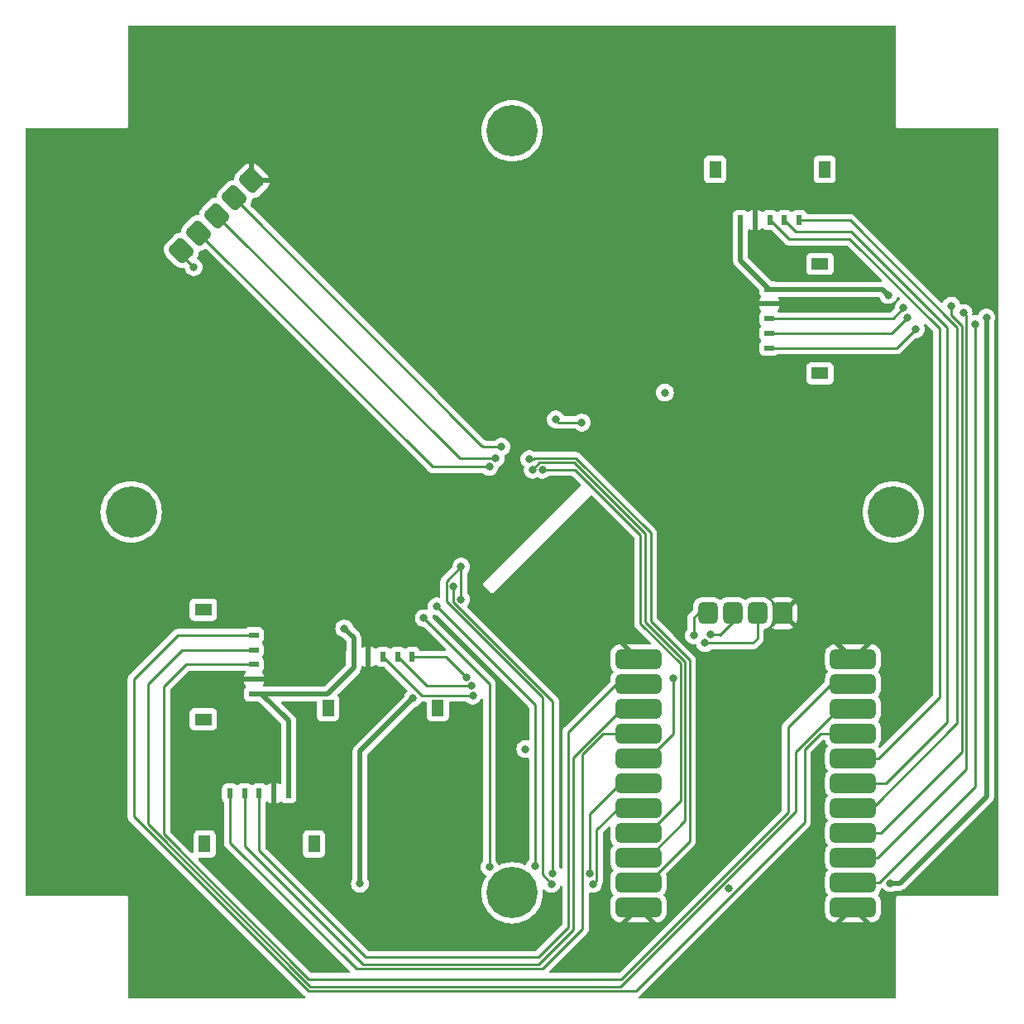
<source format=gbr>
%TF.GenerationSoftware,KiCad,Pcbnew,8.0.2-1*%
%TF.CreationDate,2024-05-28T20:36:57-07:00*%
%TF.ProjectId,solar-panel-side-Z,736f6c61-722d-4706-916e-656c2d736964,3.1*%
%TF.SameCoordinates,Original*%
%TF.FileFunction,Copper,L4,Bot*%
%TF.FilePolarity,Positive*%
%FSLAX46Y46*%
G04 Gerber Fmt 4.6, Leading zero omitted, Abs format (unit mm)*
G04 Created by KiCad (PCBNEW 8.0.2-1) date 2024-05-28 20:36:57*
%MOMM*%
%LPD*%
G01*
G04 APERTURE LIST*
G04 Aperture macros list*
%AMRoundRect*
0 Rectangle with rounded corners*
0 $1 Rounding radius*
0 $2 $3 $4 $5 $6 $7 $8 $9 X,Y pos of 4 corners*
0 Add a 4 corners polygon primitive as box body*
4,1,4,$2,$3,$4,$5,$6,$7,$8,$9,$2,$3,0*
0 Add four circle primitives for the rounded corners*
1,1,$1+$1,$2,$3*
1,1,$1+$1,$4,$5*
1,1,$1+$1,$6,$7*
1,1,$1+$1,$8,$9*
0 Add four rect primitives between the rounded corners*
20,1,$1+$1,$2,$3,$4,$5,0*
20,1,$1+$1,$4,$5,$6,$7,0*
20,1,$1+$1,$6,$7,$8,$9,0*
20,1,$1+$1,$8,$9,$2,$3,0*%
G04 Aperture macros list end*
%TA.AperFunction,ComponentPad*%
%ADD10C,5.250000*%
%TD*%
%TA.AperFunction,SMDPad,CuDef*%
%ADD11R,0.600000X1.000000*%
%TD*%
%TA.AperFunction,SMDPad,CuDef*%
%ADD12R,1.250000X1.800000*%
%TD*%
%TA.AperFunction,SMDPad,CuDef*%
%ADD13R,1.000000X0.600000*%
%TD*%
%TA.AperFunction,SMDPad,CuDef*%
%ADD14R,1.800000X1.250000*%
%TD*%
%TA.AperFunction,SMDPad,CuDef*%
%ADD15RoundRect,0.500000X1.860000X0.500000X-1.860000X0.500000X-1.860000X-0.500000X1.860000X-0.500000X0*%
%TD*%
%TA.AperFunction,SMDPad,CuDef*%
%ADD16RoundRect,0.500000X0.500000X-0.635000X0.500000X0.635000X-0.500000X0.635000X-0.500000X-0.635000X0*%
%TD*%
%TA.AperFunction,SMDPad,CuDef*%
%ADD17RoundRect,0.500000X0.802566X-0.095459X-0.095459X0.802566X-0.802566X0.095459X0.095459X-0.802566X0*%
%TD*%
%TA.AperFunction,ViaPad*%
%ADD18C,0.800000*%
%TD*%
%TA.AperFunction,Conductor*%
%ADD19C,0.250000*%
%TD*%
%TA.AperFunction,Conductor*%
%ADD20C,0.500000*%
%TD*%
G04 APERTURE END LIST*
D10*
%TO.P,J4,1,Pin_1*%
%TO.N,unconnected-(J4-Pin_1-Pad1)*%
X110500000Y-85000000D03*
%TD*%
%TO.P,J5,1,Pin_1*%
%TO.N,unconnected-(J5-Pin_1-Pad1)*%
X149500000Y-124000000D03*
%TD*%
%TO.P,J6,1,Pin_1*%
%TO.N,unconnected-(J6-Pin_1-Pad1)*%
X149500000Y-46000000D03*
%TD*%
%TO.P,J7,1,Pin_1*%
%TO.N,unconnected-(J7-Pin_1-Pad1)*%
X188500000Y-85000000D03*
%TD*%
D11*
%TO.P,J1,1,1*%
%TO.N,SDA_Break*%
X139278501Y-99850000D03*
%TO.P,J1,2,2*%
%TO.N,SCL_Break*%
X137778501Y-99850000D03*
%TO.P,J1,3,3*%
%TO.N,3v3_break*%
X136278502Y-99850000D03*
%TO.P,J1,4,4*%
%TO.N,GND*%
X134778500Y-99850000D03*
%TO.P,J1,5,5*%
%TO.N,VSOLAR*%
X133278500Y-99850000D03*
D12*
%TO.P,J1,6,6*%
%TO.N,unconnected-(J1-Pad6)*%
X141883500Y-105040000D03*
%TO.P,J1,7,7*%
%TO.N,unconnected-(J1-Pad7)*%
X130673502Y-105040000D03*
%TD*%
D11*
%TO.P,J9,1,Pin_1*%
%TO.N,VSOLAR*%
X126618501Y-113810000D03*
%TO.P,J9,2,Pin_2*%
%TO.N,GND*%
X125118501Y-113810000D03*
%TO.P,J9,3,Pin_3*%
%TO.N,F3_ENB*%
X123618502Y-113810000D03*
%TO.P,J9,4,Pin_4*%
%TO.N,F3_SCL*%
X122118500Y-113810000D03*
%TO.P,J9,5,Pin_5*%
%TO.N,F3_SDA*%
X120618500Y-113810000D03*
D12*
%TO.P,J9,6*%
%TO.N,N/C*%
X129223500Y-119000000D03*
%TO.P,J9,7*%
X118013502Y-119000000D03*
%TD*%
D11*
%TO.P,J3,1,Pin_1*%
%TO.N,VSOLAR*%
X172881499Y-55130001D03*
%TO.P,J3,2,Pin_2*%
%TO.N,GND*%
X174381499Y-55130001D03*
%TO.P,J3,3,Pin_3*%
%TO.N,F1_ENB*%
X175881498Y-55130001D03*
%TO.P,J3,4,Pin_4*%
%TO.N,F1_SCL*%
X177381500Y-55130001D03*
%TO.P,J3,5,Pin_5*%
%TO.N,F1_SDA*%
X178881500Y-55130001D03*
D12*
%TO.P,J3,6*%
%TO.N,N/C*%
X170276500Y-49940001D03*
%TO.P,J3,7*%
X181486498Y-49940001D03*
%TD*%
D13*
%TO.P,J8,1,Pin_1*%
%TO.N,VSOLAR*%
X175830000Y-62211499D03*
%TO.P,J8,2,Pin_2*%
%TO.N,GND*%
X175830000Y-63711499D03*
%TO.P,J8,3,Pin_3*%
%TO.N,F2_ENB*%
X175830000Y-65211498D03*
%TO.P,J8,4,Pin_4*%
%TO.N,F2_SCL*%
X175830000Y-66711500D03*
%TO.P,J8,5,Pin_5*%
%TO.N,F2_SDA*%
X175830000Y-68211500D03*
D14*
%TO.P,J8,6*%
%TO.N,N/C*%
X181020000Y-59606500D03*
%TO.P,J8,7*%
X181020000Y-70816498D03*
%TD*%
D15*
%TO.P,U4,1,GND*%
%TO.N,GND*%
X184400000Y-100080000D03*
%TO.P,U4,2,F0PWR*%
%TO.N,F0_ENB*%
X184400000Y-102620000D03*
%TO.P,U4,3,F0SCL*%
%TO.N,F0_SCL*%
X184400000Y-105160000D03*
%TO.P,U4,4,F0SDA*%
%TO.N,F0_SDA*%
X184400000Y-107700000D03*
%TO.P,U4,5,F1PWR*%
%TO.N,F1_ENB*%
X184400000Y-110240000D03*
%TO.P,U4,6,F1SCL*%
%TO.N,F1_SCL*%
X184400000Y-112780000D03*
%TO.P,U4,7,F1SDA*%
%TO.N,F1_SDA*%
X184400000Y-115320000D03*
%TO.P,U4,8,F2PWR*%
%TO.N,F2_ENB*%
X184400000Y-117860000D03*
%TO.P,U4,9,F2SCL*%
%TO.N,F2_SCL*%
X184400000Y-120400000D03*
%TO.P,U4,10,F2SDA*%
%TO.N,F2_SDA*%
X184400000Y-122940000D03*
%TO.P,U4,11,GND*%
%TO.N,GND*%
X184400000Y-125480000D03*
%TO.P,U4,12,GND*%
X162440000Y-100080000D03*
%TO.P,U4,13,F3PWR*%
%TO.N,F3_ENB*%
X162440000Y-102620000D03*
%TO.P,U4,14,F3SCL*%
%TO.N,F3_SCL*%
X162440000Y-105160000D03*
%TO.P,U4,15,F3SDA*%
%TO.N,F3_SDA*%
X162440000Y-107700000D03*
%TO.P,U4,16,F4PWR*%
%TO.N,+3V3*%
X162440000Y-110240000D03*
%TO.P,U4,17,F4SCL*%
%TO.N,SCL*%
X162440000Y-112780000D03*
%TO.P,U4,18,F4SDA*%
%TO.N,SDA*%
X162440000Y-115320000D03*
%TO.P,U4,19,XPWR*%
%TO.N,Camera_Pwr*%
X162440000Y-117860000D03*
%TO.P,U4,20,XSCL*%
%TO.N,Camera_SCL*%
X162440000Y-120400000D03*
%TO.P,U4,21,XSDA*%
%TO.N,Camera_SDA*%
X162440000Y-122940000D03*
%TO.P,U4,22,GND*%
%TO.N,GND*%
X162440000Y-125480000D03*
D16*
%TO.P,U4,23,GND*%
X177160000Y-95365000D03*
%TO.P,U4,24,3V3*%
%TO.N,3v3_break*%
X174620000Y-95365000D03*
%TO.P,U4,25,SDA*%
%TO.N,SDA_Break*%
X172080000Y-95365000D03*
%TO.P,U4,26,SCL*%
%TO.N,SCL_Break*%
X169540000Y-95365000D03*
%TD*%
D13*
%TO.P,J2,1,Pin_1*%
%TO.N,VSOLAR*%
X123080001Y-103618501D03*
%TO.P,J2,2,Pin_2*%
%TO.N,GND*%
X123080001Y-102118501D03*
%TO.P,J2,3,Pin_3*%
%TO.N,F0_ENB*%
X123080001Y-100618502D03*
%TO.P,J2,4,Pin_4*%
%TO.N,F0_SCL*%
X123080001Y-99118500D03*
%TO.P,J2,5,Pin_5*%
%TO.N,F0_SDA*%
X123080001Y-97618500D03*
D14*
%TO.P,J2,6*%
%TO.N,N/C*%
X117890001Y-106223500D03*
%TO.P,J2,7*%
X117890001Y-95013502D03*
%TD*%
D17*
%TO.P,U5,1,GND*%
%TO.N,GND*%
X122850038Y-51083027D03*
%TO.P,U5,2,ctrl*%
%TO.N,Camera_Pwr*%
X121053987Y-52879078D03*
%TO.P,U5,3,SDA*%
%TO.N,Camera_SDA*%
X119257936Y-54675129D03*
%TO.P,U5,4,SCL*%
%TO.N,Camera_SCL*%
X117437843Y-56447139D03*
%TO.P,U5,5,3V3*%
%TO.N,+3V3*%
X115641792Y-58243190D03*
%TD*%
D18*
%TO.N,GND*%
X171630000Y-123540000D03*
X161490000Y-69180000D03*
X164540000Y-46420000D03*
X156260000Y-77181974D03*
X145680000Y-105410000D03*
X148900000Y-105410000D03*
X137946283Y-91716283D03*
X111040000Y-62950000D03*
X165948061Y-69851939D03*
X119890000Y-126760000D03*
%TO.N,+3V3*%
X116900000Y-59950000D03*
X165140000Y-72790000D03*
X165980000Y-102000000D03*
%TO.N,VSOLAR*%
X132315000Y-96935000D03*
X188000000Y-62790000D03*
X198050000Y-65120000D03*
X188210000Y-122990000D03*
%TO.N,SDA*%
X144270000Y-90620000D03*
X153960000Y-75540000D03*
X157770000Y-123090000D03*
X153530000Y-123080000D03*
X144245000Y-93955000D03*
X156630000Y-75850000D03*
%TO.N,SCL*%
X157434500Y-121970000D03*
X153670000Y-121990000D03*
X143511396Y-92641396D03*
%TO.N,SDA_Break*%
X169800000Y-97570000D03*
X144850000Y-101950000D03*
%TO.N,SCL_Break*%
X145372687Y-102815246D03*
X168080000Y-97620000D03*
%TO.N,Net-(SC5--)*%
X139330000Y-104100000D03*
X133930000Y-123050000D03*
%TO.N,Net-(U2-OUT+)*%
X147180000Y-121330000D03*
X141780000Y-94680000D03*
X150850000Y-109290000D03*
X140460000Y-95870000D03*
X151860000Y-121250000D03*
%TO.N,F2_ENB*%
X194460000Y-63910000D03*
X189570000Y-64130000D03*
%TO.N,F2_SCL*%
X190000000Y-65100000D03*
X195700000Y-64650000D03*
%TO.N,F2_SDA*%
X196900000Y-65780000D03*
X190820000Y-66290000D03*
%TO.N,3v3_break*%
X169240000Y-98420000D03*
X145470000Y-103810000D03*
%TO.N,Camera_Pwr*%
X148409960Y-78339960D03*
X152600000Y-80680000D03*
%TO.N,Camera_SCL*%
X147160000Y-80390000D03*
X151592701Y-80697299D03*
%TO.N,Camera_SDA*%
X151257701Y-79612299D03*
X147806483Y-79534500D03*
%TD*%
D19*
%TO.N,+3V3*%
X115641792Y-58691792D02*
X116900000Y-59950000D01*
X163426726Y-110240000D02*
X165980000Y-107686726D01*
X162440000Y-110240000D02*
X163426726Y-110240000D01*
X116900000Y-59950000D02*
X116900000Y-59825000D01*
X165980000Y-107686726D02*
X165980000Y-102000000D01*
X115641792Y-58243190D02*
X115641792Y-58691792D01*
D20*
%TO.N,VSOLAR*%
X189180000Y-122990000D02*
X198050000Y-114120000D01*
X175830000Y-62211499D02*
X187421499Y-62211499D01*
X133278500Y-100941500D02*
X130601499Y-103618501D01*
X172881499Y-59262998D02*
X172881499Y-55130001D01*
X133278500Y-97898500D02*
X132315000Y-96935000D01*
X126618501Y-106388501D02*
X126618501Y-113810000D01*
X130601499Y-103618501D02*
X123080001Y-103618501D01*
X188210000Y-122990000D02*
X189180000Y-122990000D01*
X187421499Y-62211499D02*
X188000000Y-62790000D01*
X175830000Y-62211499D02*
X172881499Y-59262998D01*
X133278500Y-99850000D02*
X133278500Y-97898500D01*
X198050000Y-114120000D02*
X198050000Y-65120000D01*
X123848501Y-103618501D02*
X126618501Y-106388501D01*
X123080001Y-103618501D02*
X123848501Y-103618501D01*
X132315000Y-96935000D02*
X132300000Y-96920000D01*
X133278500Y-99850000D02*
X133278500Y-100941500D01*
D19*
%TO.N,SDA*%
X153530000Y-123080000D02*
X152585000Y-122135000D01*
X144270000Y-93930000D02*
X144270000Y-90620000D01*
X158159500Y-117529500D02*
X160369000Y-115320000D01*
X160369000Y-115320000D02*
X162440000Y-115320000D01*
X152585000Y-122135000D02*
X152585000Y-103956701D01*
X142786396Y-92103604D02*
X144270000Y-90620000D01*
X144245000Y-93955000D02*
X144270000Y-93930000D01*
X152585000Y-103956701D02*
X142786396Y-94158097D01*
X158159500Y-117529500D02*
X158159500Y-122700500D01*
X158159500Y-122700500D02*
X157770000Y-123090000D01*
X156630000Y-75850000D02*
X154270000Y-75850000D01*
X154270000Y-75850000D02*
X153960000Y-75540000D01*
X142786396Y-94158097D02*
X142786396Y-92103604D01*
%TO.N,SCL*%
X157434500Y-121970000D02*
X157434500Y-115915500D01*
X143511396Y-94246701D02*
X153670000Y-104405305D01*
X157434500Y-115915500D02*
X160570000Y-112780000D01*
X153670000Y-104405305D02*
X153670000Y-121990000D01*
X160570000Y-112780000D02*
X162440000Y-112780000D01*
X143511396Y-92641396D02*
X143511396Y-94246701D01*
%TO.N,SDA_Break*%
X172080000Y-96280000D02*
X172080000Y-95365000D01*
X169800000Y-97570000D02*
X170750000Y-97570000D01*
X139278501Y-99850000D02*
X142750000Y-99850000D01*
X170750000Y-97570000D02*
X170770000Y-97590000D01*
X170770000Y-97590000D02*
X172080000Y-96280000D01*
X142750000Y-99850000D02*
X144850000Y-101950000D01*
%TO.N,SCL_Break*%
X140743747Y-102815246D02*
X145372687Y-102815246D01*
X168535000Y-95365000D02*
X169540000Y-95365000D01*
X168080000Y-97620000D02*
X168080000Y-95820000D01*
X168080000Y-95820000D02*
X168535000Y-95365000D01*
X137778501Y-99850000D02*
X140743747Y-102815246D01*
D20*
%TO.N,Net-(SC5--)*%
X133930000Y-109500000D02*
X139330000Y-104100000D01*
X133930000Y-123050000D02*
X133930000Y-109500000D01*
D19*
%TO.N,Net-(U2-OUT+)*%
X140460000Y-95870000D02*
X147180000Y-102590000D01*
X147180000Y-102590000D02*
X147180000Y-121330000D01*
X151860000Y-104760000D02*
X151860000Y-121250000D01*
X141780000Y-94680000D02*
X151860000Y-104760000D01*
%TO.N,F0_ENB*%
X113860000Y-117987208D02*
X128696396Y-132823604D01*
X116131498Y-100618502D02*
X113860000Y-102890000D01*
X177738299Y-115770000D02*
X177738299Y-107031701D01*
X182150000Y-102620000D02*
X184400000Y-102620000D01*
X113860000Y-102890000D02*
X113860000Y-117987208D01*
X160684695Y-132823604D02*
X177738299Y-115770000D01*
X123080001Y-100618502D02*
X116131498Y-100618502D01*
X128696396Y-132823604D02*
X160684695Y-132823604D01*
X177738299Y-107031701D02*
X182150000Y-102620000D01*
%TO.N,F0_SCL*%
X128816396Y-133580000D02*
X160564695Y-133580000D01*
X115731500Y-99118500D02*
X112200000Y-102650000D01*
X160564695Y-133580000D02*
X178500000Y-115644695D01*
X123080001Y-99118500D02*
X115731500Y-99118500D01*
X178500000Y-115644695D02*
X178500000Y-109593604D01*
X112200000Y-116963604D02*
X128816396Y-133580000D01*
X112200000Y-102650000D02*
X112200000Y-116963604D01*
X178500000Y-109593604D02*
X182933604Y-105160000D01*
X182933604Y-105160000D02*
X184400000Y-105160000D01*
%TO.N,F0_SDA*%
X115301500Y-97618500D02*
X110790000Y-102130000D01*
X110790000Y-102130000D02*
X110790000Y-116190000D01*
X179420000Y-116775305D02*
X179420000Y-109310000D01*
X181030000Y-107700000D02*
X184400000Y-107700000D01*
X123080001Y-97618500D02*
X115301500Y-97618500D01*
X128630000Y-134030000D02*
X162165305Y-134030000D01*
X162165305Y-134030000D02*
X179420000Y-116775305D01*
X179420000Y-109310000D02*
X181030000Y-107700000D01*
X110790000Y-116190000D02*
X128630000Y-134030000D01*
%TO.N,F1_ENB*%
X177841497Y-57090000D02*
X184060000Y-57090000D01*
X193220000Y-66250000D02*
X193220000Y-103990000D01*
X184060000Y-57090000D02*
X193220000Y-66250000D01*
X175881498Y-55130001D02*
X177841497Y-57090000D01*
X193220000Y-103990000D02*
X186970000Y-110240000D01*
X186970000Y-110240000D02*
X184400000Y-110240000D01*
%TO.N,F1_SCL*%
X194040000Y-66140000D02*
X194040000Y-106490000D01*
X184180000Y-56280000D02*
X194040000Y-66140000D01*
X177381500Y-55130001D02*
X178531499Y-56280000D01*
X194040000Y-106490000D02*
X187750000Y-112780000D01*
X187750000Y-112780000D02*
X184400000Y-112780000D01*
X178531499Y-56280000D02*
X184180000Y-56280000D01*
%TO.N,F1_SDA*%
X178881500Y-55130001D02*
X184080001Y-55130001D01*
X184080001Y-55130001D02*
X195060000Y-66110000D01*
X195060000Y-106630000D02*
X186370000Y-115320000D01*
X195060000Y-66110000D02*
X195060000Y-106630000D01*
X186370000Y-115320000D02*
X184400000Y-115320000D01*
%TO.N,F2_ENB*%
X194460000Y-64873604D02*
X195510000Y-65923604D01*
X188488502Y-65211498D02*
X175830000Y-65211498D01*
X189570000Y-64130000D02*
X188488502Y-65211498D01*
X194460000Y-63910000D02*
X194460000Y-64873604D01*
X195510000Y-109600000D02*
X187250000Y-117860000D01*
X187250000Y-117860000D02*
X184400000Y-117860000D01*
X195510000Y-65923604D02*
X195510000Y-109600000D01*
%TO.N,F2_SCL*%
X195960000Y-64910000D02*
X195960000Y-111330000D01*
X186890000Y-120400000D02*
X184400000Y-120400000D01*
X190000000Y-65100000D02*
X188388500Y-66711500D01*
X195700000Y-64650000D02*
X195960000Y-64910000D01*
X188388500Y-66711500D02*
X175830000Y-66711500D01*
X195960000Y-111330000D02*
X186890000Y-120400000D01*
%TO.N,F2_SDA*%
X196900000Y-113120000D02*
X187080000Y-122940000D01*
X187080000Y-122940000D02*
X184400000Y-122940000D01*
X175830000Y-68211500D02*
X188898500Y-68211500D01*
X196900000Y-65780000D02*
X196900000Y-113120000D01*
X188898500Y-68211500D02*
X190820000Y-66290000D01*
%TO.N,F3_ENB*%
X123618502Y-119678502D02*
X134530000Y-130590000D01*
X123618502Y-113810000D02*
X123618502Y-119678502D01*
X155270000Y-127480000D02*
X155270000Y-107530000D01*
X160180000Y-102620000D02*
X162440000Y-102620000D01*
X152160000Y-130590000D02*
X155270000Y-127480000D01*
X134530000Y-130590000D02*
X152160000Y-130590000D01*
X155270000Y-107530000D02*
X160180000Y-102620000D01*
%TO.N,F3_SCL*%
X155720000Y-127780000D02*
X155720000Y-110183604D01*
X122118500Y-119208500D02*
X134240000Y-131330000D01*
X160743604Y-105160000D02*
X162440000Y-105160000D01*
X122118500Y-113810000D02*
X122118500Y-119208500D01*
X152170000Y-131330000D02*
X155720000Y-127780000D01*
X134240000Y-131330000D02*
X152170000Y-131330000D01*
X155720000Y-110183604D02*
X160743604Y-105160000D01*
%TO.N,F3_SDA*%
X133560000Y-131780000D02*
X152600000Y-131780000D01*
X156710000Y-127670000D02*
X156710000Y-109830000D01*
X156710000Y-109830000D02*
X158840000Y-107700000D01*
X158840000Y-107700000D02*
X162440000Y-107700000D01*
X152600000Y-131780000D02*
X156710000Y-127670000D01*
X120618500Y-118838500D02*
X133560000Y-131780000D01*
X120618500Y-113810000D02*
X120618500Y-118838500D01*
%TO.N,3v3_break*%
X174140000Y-98420000D02*
X174620000Y-97940000D01*
X174620000Y-97940000D02*
X174620000Y-95365000D01*
X136278502Y-99850000D02*
X140238502Y-103810000D01*
X169240000Y-98420000D02*
X174140000Y-98420000D01*
X140238502Y-103810000D02*
X145470000Y-103810000D01*
%TO.N,Camera_Pwr*%
X166750000Y-100540000D02*
X162620000Y-96410000D01*
X146374909Y-78200000D02*
X121053987Y-52879078D01*
X155929620Y-80680000D02*
X152600000Y-80680000D01*
X146550000Y-78350000D02*
X146400000Y-78200000D01*
X163426726Y-117860000D02*
X166750000Y-114536726D01*
X162620000Y-96410000D02*
X162620000Y-87370380D01*
X166750000Y-114536726D02*
X166750000Y-100540000D01*
X162620000Y-87370380D02*
X155929620Y-80680000D01*
X148409960Y-78339960D02*
X148399920Y-78350000D01*
X162440000Y-117860000D02*
X163426726Y-117860000D01*
X146400000Y-78200000D02*
X146374909Y-78200000D01*
X148399920Y-78350000D02*
X146550000Y-78350000D01*
%TO.N,Camera_SCL*%
X167200000Y-100353604D02*
X167200000Y-116626726D01*
X151592701Y-80661994D02*
X152299695Y-79955000D01*
X151592701Y-80697299D02*
X151592701Y-80661994D01*
X163080000Y-96233604D02*
X167200000Y-100353604D01*
X147160000Y-80390000D02*
X141380704Y-80390000D01*
X167200000Y-116626726D02*
X163426726Y-120400000D01*
X152299695Y-79955000D02*
X155841016Y-79955000D01*
X155841016Y-79955000D02*
X163080000Y-87193984D01*
X163426726Y-120400000D02*
X162440000Y-120400000D01*
X141380704Y-80390000D02*
X117437843Y-56447139D01*
X163080000Y-87193984D02*
X163080000Y-96233604D01*
%TO.N,Camera_SDA*%
X163680000Y-96190000D02*
X167650000Y-100160000D01*
X144117307Y-79534500D02*
X119257936Y-54675129D01*
X163426726Y-122940000D02*
X162440000Y-122940000D01*
X156027412Y-79505000D02*
X163680000Y-87157588D01*
X151759695Y-79505000D02*
X156027412Y-79505000D01*
X151652396Y-79612299D02*
X151759695Y-79505000D01*
X151257701Y-79612299D02*
X151652396Y-79612299D01*
X167650000Y-100160000D02*
X167650000Y-118716726D01*
X163680000Y-87157588D02*
X163680000Y-96190000D01*
X167650000Y-118716726D02*
X163426726Y-122940000D01*
X147806483Y-79534500D02*
X144117307Y-79534500D01*
%TD*%
%TA.AperFunction,Conductor*%
%TO.N,GND*%
G36*
X188741621Y-35220502D02*
G01*
X188788114Y-35274158D01*
X188799500Y-35326500D01*
X188799500Y-45539882D01*
X188830023Y-45613573D01*
X188830026Y-45613577D01*
X188886422Y-45669973D01*
X188886426Y-45669976D01*
X188960118Y-45700500D01*
X189039882Y-45700500D01*
X199173500Y-45700500D01*
X199241621Y-45720502D01*
X199288114Y-45774158D01*
X199299500Y-45826500D01*
X199299500Y-124173500D01*
X199279498Y-124241621D01*
X199225842Y-124288114D01*
X199173500Y-124299500D01*
X188960118Y-124299500D01*
X188886426Y-124330023D01*
X188886422Y-124330026D01*
X188830026Y-124386422D01*
X188830023Y-124386426D01*
X188799500Y-124460117D01*
X188799500Y-134673500D01*
X188779498Y-134741621D01*
X188725842Y-134788114D01*
X188673500Y-134799500D01*
X162569302Y-134799500D01*
X162501181Y-134779498D01*
X162454688Y-134725842D01*
X162444584Y-134655568D01*
X162474078Y-134590988D01*
X162499301Y-134568735D01*
X162569129Y-134522077D01*
X162569128Y-134522077D01*
X162569138Y-134522071D01*
X179912072Y-117179138D01*
X179981401Y-117075380D01*
X180029155Y-116960089D01*
X180030767Y-116951985D01*
X180035778Y-116926799D01*
X180053499Y-116837704D01*
X180053500Y-116837697D01*
X180053500Y-109624594D01*
X180073502Y-109556473D01*
X180090405Y-109535499D01*
X181255499Y-108370405D01*
X181317811Y-108336379D01*
X181344594Y-108333500D01*
X181433169Y-108333500D01*
X181501290Y-108353502D01*
X181547783Y-108407158D01*
X181553740Y-108422914D01*
X181560783Y-108446130D01*
X181603759Y-108587805D01*
X181697405Y-108763004D01*
X181801682Y-108890066D01*
X181829436Y-108955414D01*
X181817454Y-109025392D01*
X181801682Y-109049934D01*
X181697405Y-109176995D01*
X181603759Y-109352195D01*
X181546090Y-109542305D01*
X181531500Y-109690446D01*
X181531500Y-110789534D01*
X181531501Y-110789554D01*
X181546090Y-110937694D01*
X181546091Y-110937700D01*
X181546092Y-110937701D01*
X181569663Y-111015405D01*
X181603759Y-111127804D01*
X181697405Y-111303004D01*
X181801682Y-111430066D01*
X181829436Y-111495414D01*
X181817454Y-111565392D01*
X181801682Y-111589934D01*
X181697405Y-111716995D01*
X181603759Y-111892195D01*
X181546090Y-112082305D01*
X181531500Y-112230446D01*
X181531500Y-113329534D01*
X181531501Y-113329554D01*
X181546090Y-113477694D01*
X181603759Y-113667804D01*
X181697405Y-113843004D01*
X181801682Y-113970066D01*
X181829436Y-114035414D01*
X181817454Y-114105392D01*
X181801682Y-114129934D01*
X181697405Y-114256995D01*
X181603759Y-114432195D01*
X181546090Y-114622305D01*
X181531500Y-114770446D01*
X181531500Y-115869534D01*
X181531501Y-115869554D01*
X181546090Y-116017694D01*
X181546091Y-116017700D01*
X181546092Y-116017701D01*
X181579431Y-116127606D01*
X181603759Y-116207804D01*
X181697405Y-116383004D01*
X181801682Y-116510066D01*
X181829436Y-116575414D01*
X181817454Y-116645392D01*
X181801682Y-116669934D01*
X181697405Y-116796995D01*
X181603759Y-116972195D01*
X181546090Y-117162305D01*
X181531500Y-117310446D01*
X181531500Y-118409534D01*
X181531501Y-118409554D01*
X181546090Y-118557694D01*
X181603759Y-118747804D01*
X181697405Y-118923004D01*
X181801682Y-119050066D01*
X181829436Y-119115414D01*
X181817454Y-119185392D01*
X181801682Y-119209934D01*
X181697405Y-119336995D01*
X181603759Y-119512195D01*
X181546090Y-119702305D01*
X181531500Y-119850446D01*
X181531500Y-120949534D01*
X181531501Y-120949554D01*
X181546090Y-121097694D01*
X181546091Y-121097700D01*
X181546092Y-121097701D01*
X181583467Y-121220911D01*
X181603759Y-121287804D01*
X181697405Y-121463004D01*
X181801682Y-121590066D01*
X181829436Y-121655414D01*
X181817454Y-121725392D01*
X181801682Y-121749934D01*
X181697405Y-121876995D01*
X181603759Y-122052195D01*
X181546090Y-122242305D01*
X181531500Y-122390446D01*
X181531500Y-123489534D01*
X181531501Y-123489554D01*
X181546090Y-123637694D01*
X181546091Y-123637700D01*
X181546092Y-123637701D01*
X181589596Y-123781116D01*
X181603759Y-123827804D01*
X181697405Y-124003004D01*
X181802006Y-124130460D01*
X181829760Y-124195807D01*
X181817778Y-124265786D01*
X181802007Y-124290327D01*
X181697824Y-124417275D01*
X181604225Y-124592385D01*
X181604219Y-124592400D01*
X181546585Y-124782393D01*
X181546583Y-124782405D01*
X181532000Y-124930473D01*
X181532000Y-126029526D01*
X181546583Y-126177594D01*
X181546585Y-126177606D01*
X181604219Y-126367599D01*
X181604225Y-126367614D01*
X181697824Y-126542724D01*
X181823788Y-126696211D01*
X181977275Y-126822175D01*
X182152385Y-126915774D01*
X182152400Y-126915780D01*
X182342393Y-126973414D01*
X182342405Y-126973416D01*
X182490473Y-126987999D01*
X182490491Y-126988000D01*
X182532790Y-126988000D01*
X182532791Y-126987999D01*
X183251209Y-126987999D01*
X183251210Y-126988000D01*
X185548790Y-126988000D01*
X185548790Y-126987999D01*
X184400001Y-125839210D01*
X184399999Y-125839210D01*
X183251209Y-126987999D01*
X182532791Y-126987999D01*
X184310905Y-125209885D01*
X184373217Y-125175860D01*
X184444032Y-125180924D01*
X184489095Y-125209885D01*
X186267208Y-126987999D01*
X186267210Y-126988000D01*
X186309509Y-126988000D01*
X186309526Y-126987999D01*
X186457594Y-126973416D01*
X186457606Y-126973414D01*
X186647599Y-126915780D01*
X186647614Y-126915774D01*
X186822724Y-126822175D01*
X186976211Y-126696211D01*
X187102175Y-126542724D01*
X187195774Y-126367614D01*
X187195780Y-126367599D01*
X187253414Y-126177606D01*
X187253416Y-126177594D01*
X187267999Y-126029526D01*
X187268000Y-126029508D01*
X187268000Y-124930491D01*
X187267999Y-124930473D01*
X187253416Y-124782405D01*
X187253414Y-124782393D01*
X187195780Y-124592400D01*
X187195774Y-124592385D01*
X187102174Y-124417272D01*
X186997993Y-124290327D01*
X186970239Y-124224980D01*
X186982221Y-124155002D01*
X186997988Y-124130467D01*
X187102595Y-124003004D01*
X187196241Y-123827804D01*
X187253908Y-123637701D01*
X187255134Y-123625246D01*
X187281715Y-123559415D01*
X187332306Y-123521187D01*
X187339686Y-123518129D01*
X187347247Y-123514997D01*
X187417835Y-123507406D01*
X187481323Y-123539183D01*
X187489093Y-123547083D01*
X187598747Y-123668866D01*
X187753248Y-123781118D01*
X187927712Y-123858794D01*
X188114513Y-123898500D01*
X188305487Y-123898500D01*
X188492288Y-123858794D01*
X188666752Y-123781118D01*
X188678524Y-123772564D01*
X188745391Y-123748706D01*
X188752587Y-123748500D01*
X189254701Y-123748500D01*
X189254705Y-123748500D01*
X189254706Y-123748500D01*
X189327976Y-123733925D01*
X189401247Y-123719351D01*
X189539284Y-123662174D01*
X189663515Y-123579166D01*
X198639165Y-114603516D01*
X198670778Y-114556204D01*
X198722174Y-114479284D01*
X198779351Y-114341246D01*
X198808500Y-114194706D01*
X198808500Y-65656999D01*
X198825380Y-65594000D01*
X198884527Y-65491556D01*
X198943542Y-65309928D01*
X198963504Y-65120000D01*
X198943542Y-64930072D01*
X198884527Y-64748444D01*
X198789040Y-64583056D01*
X198789038Y-64583054D01*
X198789034Y-64583048D01*
X198661255Y-64441135D01*
X198506752Y-64328882D01*
X198332288Y-64251206D01*
X198145487Y-64211500D01*
X197954513Y-64211500D01*
X197767711Y-64251206D01*
X197593247Y-64328882D01*
X197438744Y-64441135D01*
X197310965Y-64583048D01*
X197310958Y-64583058D01*
X197215475Y-64748438D01*
X197198919Y-64799392D01*
X197158844Y-64857997D01*
X197093447Y-64885633D01*
X197052889Y-64883701D01*
X196995487Y-64871500D01*
X196804513Y-64871500D01*
X196804511Y-64871500D01*
X196754960Y-64882032D01*
X196684169Y-64876629D01*
X196627537Y-64833812D01*
X196603044Y-64767174D01*
X196603453Y-64745621D01*
X196613504Y-64650000D01*
X196593542Y-64460072D01*
X196534527Y-64278444D01*
X196439040Y-64113056D01*
X196439038Y-64113054D01*
X196439034Y-64113048D01*
X196311255Y-63971135D01*
X196156752Y-63858882D01*
X195982288Y-63781206D01*
X195795487Y-63741500D01*
X195604513Y-63741500D01*
X195604512Y-63741500D01*
X195487239Y-63766427D01*
X195416448Y-63761025D01*
X195359815Y-63718208D01*
X195341209Y-63682116D01*
X195312314Y-63593188D01*
X195294527Y-63538444D01*
X195199040Y-63373056D01*
X195199038Y-63373054D01*
X195199034Y-63373048D01*
X195071255Y-63231135D01*
X194916752Y-63118882D01*
X194742288Y-63041206D01*
X194555487Y-63001500D01*
X194364513Y-63001500D01*
X194177711Y-63041206D01*
X194003247Y-63118882D01*
X193848744Y-63231135D01*
X193720965Y-63373048D01*
X193720958Y-63373058D01*
X193622171Y-63544163D01*
X193620954Y-63543460D01*
X193579762Y-63591910D01*
X193511832Y-63612550D01*
X193443527Y-63593188D01*
X193421559Y-63575654D01*
X184483834Y-54637930D01*
X184380076Y-54568601D01*
X184264786Y-54520846D01*
X184191087Y-54506186D01*
X184142397Y-54496501D01*
X184142395Y-54496501D01*
X179761909Y-54496501D01*
X179693788Y-54476499D01*
X179647295Y-54422843D01*
X179643854Y-54414535D01*
X179632389Y-54383798D01*
X179632389Y-54383797D01*
X179632387Y-54383795D01*
X179632387Y-54383793D01*
X179544761Y-54266739D01*
X179427707Y-54179113D01*
X179427702Y-54179111D01*
X179290704Y-54128012D01*
X179290696Y-54128010D01*
X179230149Y-54121501D01*
X179230138Y-54121501D01*
X178532862Y-54121501D01*
X178532850Y-54121501D01*
X178472303Y-54128010D01*
X178472295Y-54128012D01*
X178335297Y-54179111D01*
X178335292Y-54179113D01*
X178211025Y-54272140D01*
X178209679Y-54270343D01*
X178158283Y-54298409D01*
X178087468Y-54293344D01*
X178052787Y-54271055D01*
X178051975Y-54272140D01*
X177927707Y-54179113D01*
X177927702Y-54179111D01*
X177790704Y-54128012D01*
X177790696Y-54128010D01*
X177730149Y-54121501D01*
X177730138Y-54121501D01*
X177032862Y-54121501D01*
X177032850Y-54121501D01*
X176972303Y-54128010D01*
X176972295Y-54128012D01*
X176835297Y-54179111D01*
X176835292Y-54179113D01*
X176711025Y-54272140D01*
X176709680Y-54270343D01*
X176658282Y-54298410D01*
X176587467Y-54293345D01*
X176552784Y-54271055D01*
X176551973Y-54272140D01*
X176427705Y-54179113D01*
X176427700Y-54179111D01*
X176290702Y-54128012D01*
X176290694Y-54128010D01*
X176230147Y-54121501D01*
X176230136Y-54121501D01*
X175532860Y-54121501D01*
X175532848Y-54121501D01*
X175472301Y-54128010D01*
X175472293Y-54128012D01*
X175335295Y-54179111D01*
X175335290Y-54179113D01*
X175211023Y-54272140D01*
X175209765Y-54270460D01*
X175157910Y-54298768D01*
X175087095Y-54293695D01*
X175052428Y-54271412D01*
X175051617Y-54272497D01*
X174927464Y-54179556D01*
X174790592Y-54128506D01*
X174730096Y-54122001D01*
X174635499Y-54122001D01*
X174635499Y-56138001D01*
X174730084Y-56138001D01*
X174730096Y-56138000D01*
X174790592Y-56131495D01*
X174927463Y-56080445D01*
X174927464Y-56080445D01*
X175051617Y-55987505D01*
X175052963Y-55989303D01*
X175104342Y-55961240D01*
X175175159Y-55966296D01*
X175210275Y-55988861D01*
X175211023Y-55987862D01*
X175335290Y-56080888D01*
X175335292Y-56080889D01*
X175335294Y-56080890D01*
X175394373Y-56102925D01*
X175472293Y-56131989D01*
X175472301Y-56131991D01*
X175532848Y-56138500D01*
X175532853Y-56138500D01*
X175532860Y-56138501D01*
X175941904Y-56138501D01*
X176010025Y-56158503D01*
X176030999Y-56175406D01*
X177437664Y-57582071D01*
X177541422Y-57651400D01*
X177656712Y-57699155D01*
X177779103Y-57723500D01*
X177903891Y-57723500D01*
X183745406Y-57723500D01*
X183813527Y-57743502D01*
X183834501Y-57760405D01*
X187312000Y-61237904D01*
X187346026Y-61300216D01*
X187340961Y-61371031D01*
X187298414Y-61427867D01*
X187231894Y-61452678D01*
X187222905Y-61452999D01*
X176578530Y-61452999D01*
X176534497Y-61445054D01*
X176439204Y-61409510D01*
X176439196Y-61409508D01*
X176378649Y-61402999D01*
X176378638Y-61402999D01*
X176146371Y-61402999D01*
X176078250Y-61382997D01*
X176057276Y-61366094D01*
X173676904Y-58985722D01*
X173648033Y-58932850D01*
X179611500Y-58932850D01*
X179611500Y-60280149D01*
X179618009Y-60340696D01*
X179618011Y-60340704D01*
X179669110Y-60477702D01*
X179669112Y-60477707D01*
X179756738Y-60594761D01*
X179873792Y-60682387D01*
X179873794Y-60682388D01*
X179873796Y-60682389D01*
X179932875Y-60704424D01*
X180010795Y-60733488D01*
X180010803Y-60733490D01*
X180071350Y-60739999D01*
X180071355Y-60739999D01*
X180071362Y-60740000D01*
X180071368Y-60740000D01*
X181968632Y-60740000D01*
X181968638Y-60740000D01*
X181968645Y-60739999D01*
X181968649Y-60739999D01*
X182029196Y-60733490D01*
X182029199Y-60733489D01*
X182029201Y-60733489D01*
X182166204Y-60682389D01*
X182283261Y-60594761D01*
X182370889Y-60477704D01*
X182421989Y-60340701D01*
X182424048Y-60321556D01*
X182428499Y-60280149D01*
X182428500Y-60280132D01*
X182428500Y-58932867D01*
X182428499Y-58932850D01*
X182421990Y-58872303D01*
X182421988Y-58872295D01*
X182370889Y-58735297D01*
X182370887Y-58735292D01*
X182283261Y-58618238D01*
X182166207Y-58530612D01*
X182166202Y-58530610D01*
X182029204Y-58479511D01*
X182029196Y-58479509D01*
X181968649Y-58473000D01*
X181968638Y-58473000D01*
X180071362Y-58473000D01*
X180071350Y-58473000D01*
X180010803Y-58479509D01*
X180010795Y-58479511D01*
X179873797Y-58530610D01*
X179873792Y-58530612D01*
X179756738Y-58618238D01*
X179669112Y-58735292D01*
X179669110Y-58735297D01*
X179618011Y-58872295D01*
X179618009Y-58872303D01*
X179611500Y-58932850D01*
X173648033Y-58932850D01*
X173642878Y-58923410D01*
X173639999Y-58896627D01*
X173639999Y-56185785D01*
X173660001Y-56117664D01*
X173713657Y-56071171D01*
X173783931Y-56061067D01*
X173826266Y-56078609D01*
X173827623Y-56076126D01*
X173835534Y-56080445D01*
X173972405Y-56131495D01*
X174032901Y-56138000D01*
X174032914Y-56138001D01*
X174127499Y-56138001D01*
X174127499Y-54122001D01*
X174032901Y-54122001D01*
X173972405Y-54128506D01*
X173835534Y-54179556D01*
X173835533Y-54179556D01*
X173711381Y-54272497D01*
X173710035Y-54270700D01*
X173658639Y-54298766D01*
X173587824Y-54293701D01*
X173552721Y-54271141D01*
X173551974Y-54272140D01*
X173427706Y-54179113D01*
X173427701Y-54179111D01*
X173290703Y-54128012D01*
X173290695Y-54128010D01*
X173230148Y-54121501D01*
X173230137Y-54121501D01*
X172532861Y-54121501D01*
X172532849Y-54121501D01*
X172472302Y-54128010D01*
X172472294Y-54128012D01*
X172335296Y-54179111D01*
X172335291Y-54179113D01*
X172218237Y-54266739D01*
X172130611Y-54383793D01*
X172130609Y-54383798D01*
X172079510Y-54520796D01*
X172079508Y-54520804D01*
X172072999Y-54581351D01*
X172072999Y-55678650D01*
X172079508Y-55739197D01*
X172079510Y-55739205D01*
X172115054Y-55834498D01*
X172122999Y-55878531D01*
X172122999Y-59337705D01*
X172137988Y-59413058D01*
X172152148Y-59484245D01*
X172209325Y-59622282D01*
X172292333Y-59746513D01*
X172292337Y-59746517D01*
X174784595Y-62238775D01*
X174818621Y-62301087D01*
X174821500Y-62327870D01*
X174821500Y-62560148D01*
X174828009Y-62620695D01*
X174828011Y-62620703D01*
X174879110Y-62757701D01*
X174879112Y-62757706D01*
X174972139Y-62881974D01*
X174970457Y-62883232D01*
X174998765Y-62935073D01*
X174993700Y-63005888D01*
X174971411Y-63040568D01*
X174972496Y-63041381D01*
X174879555Y-63165533D01*
X174879555Y-63165534D01*
X174828505Y-63302405D01*
X174822000Y-63362901D01*
X174822000Y-63457499D01*
X176838000Y-63457499D01*
X176838000Y-63362913D01*
X176837999Y-63362901D01*
X176831494Y-63302405D01*
X176780444Y-63165534D01*
X176776125Y-63157623D01*
X176779129Y-63155982D01*
X176760107Y-63105020D01*
X176775181Y-63035642D01*
X176825370Y-62985427D01*
X176885784Y-62969999D01*
X187011688Y-62969999D01*
X187079809Y-62990001D01*
X187126302Y-63043657D01*
X187131521Y-63057063D01*
X187165471Y-63161552D01*
X187165472Y-63161555D01*
X187165473Y-63161556D01*
X187193841Y-63210691D01*
X187260958Y-63326941D01*
X187260965Y-63326951D01*
X187388744Y-63468864D01*
X187388747Y-63468866D01*
X187543248Y-63581118D01*
X187717712Y-63658794D01*
X187904513Y-63698500D01*
X188095487Y-63698500D01*
X188282288Y-63658794D01*
X188456752Y-63581118D01*
X188611253Y-63468866D01*
X188621293Y-63457714D01*
X188681739Y-63420475D01*
X188742222Y-63421625D01*
X188730031Y-63393523D01*
X188741474Y-63323455D01*
X188745928Y-63315012D01*
X188834527Y-63161556D01*
X188869360Y-63054350D01*
X188909434Y-62995745D01*
X188974830Y-62968108D01*
X189044787Y-62980215D01*
X189078288Y-63004192D01*
X189191006Y-63116910D01*
X189225032Y-63179222D01*
X189219967Y-63250037D01*
X189177420Y-63306873D01*
X189153161Y-63321111D01*
X189113250Y-63338880D01*
X189113248Y-63338882D01*
X188958744Y-63451135D01*
X188948700Y-63462290D01*
X188888252Y-63499527D01*
X188827776Y-63498372D01*
X188839967Y-63526468D01*
X188828528Y-63596537D01*
X188824050Y-63605024D01*
X188745256Y-63741500D01*
X188735473Y-63758444D01*
X188732879Y-63766427D01*
X188676457Y-63940072D01*
X188659092Y-64105292D01*
X188632079Y-64170949D01*
X188622878Y-64181216D01*
X188263003Y-64541093D01*
X188200691Y-64575118D01*
X188173907Y-64577998D01*
X176792211Y-64577998D01*
X176724090Y-64557996D01*
X176677597Y-64504340D01*
X176667493Y-64434066D01*
X176691343Y-64376489D01*
X176780444Y-64257464D01*
X176780444Y-64257463D01*
X176831494Y-64120592D01*
X176837999Y-64060096D01*
X176838000Y-64060084D01*
X176838000Y-63965499D01*
X174822000Y-63965499D01*
X174822000Y-64060096D01*
X174828505Y-64120592D01*
X174879555Y-64257463D01*
X174879555Y-64257464D01*
X174972496Y-64381617D01*
X174970698Y-64382962D01*
X174998764Y-64434358D01*
X174993699Y-64505173D01*
X174971142Y-64540276D01*
X174972139Y-64541023D01*
X174879112Y-64665290D01*
X174879110Y-64665295D01*
X174828011Y-64802293D01*
X174828009Y-64802301D01*
X174821500Y-64862848D01*
X174821500Y-65560147D01*
X174828009Y-65620694D01*
X174828011Y-65620702D01*
X174879110Y-65757700D01*
X174879112Y-65757705D01*
X174972139Y-65881973D01*
X174970342Y-65883317D01*
X174998409Y-65934716D01*
X174993344Y-66005531D01*
X174971054Y-66040213D01*
X174972139Y-66041025D01*
X174879112Y-66165292D01*
X174879110Y-66165297D01*
X174828011Y-66302295D01*
X174828009Y-66302303D01*
X174821500Y-66362850D01*
X174821500Y-67060149D01*
X174828009Y-67120696D01*
X174828011Y-67120704D01*
X174879110Y-67257702D01*
X174879112Y-67257707D01*
X174972139Y-67381975D01*
X174970342Y-67383320D01*
X174998408Y-67434717D01*
X174993343Y-67505532D01*
X174971054Y-67540212D01*
X174972139Y-67541025D01*
X174879112Y-67665292D01*
X174879110Y-67665297D01*
X174828011Y-67802295D01*
X174828009Y-67802303D01*
X174821500Y-67862850D01*
X174821500Y-68560149D01*
X174828009Y-68620696D01*
X174828011Y-68620704D01*
X174879110Y-68757702D01*
X174879112Y-68757707D01*
X174966738Y-68874761D01*
X175083792Y-68962387D01*
X175083794Y-68962388D01*
X175083796Y-68962389D01*
X175142875Y-68984424D01*
X175220795Y-69013488D01*
X175220803Y-69013490D01*
X175281350Y-69019999D01*
X175281355Y-69019999D01*
X175281362Y-69020000D01*
X175281368Y-69020000D01*
X176378632Y-69020000D01*
X176378638Y-69020000D01*
X176378645Y-69019999D01*
X176378649Y-69019999D01*
X176439196Y-69013490D01*
X176439199Y-69013489D01*
X176439201Y-69013489D01*
X176576204Y-68962389D01*
X176693261Y-68874761D01*
X176693260Y-68874761D01*
X176699445Y-68870132D01*
X176765965Y-68845321D01*
X176774954Y-68845000D01*
X188960893Y-68845000D01*
X188960894Y-68845000D01*
X189083285Y-68820655D01*
X189198575Y-68772900D01*
X189302333Y-68703571D01*
X190770499Y-67235405D01*
X190832811Y-67201379D01*
X190859594Y-67198500D01*
X190915487Y-67198500D01*
X191102288Y-67158794D01*
X191276752Y-67081118D01*
X191431253Y-66968866D01*
X191559040Y-66826944D01*
X191654527Y-66661556D01*
X191713542Y-66479928D01*
X191733504Y-66290000D01*
X191713542Y-66100072D01*
X191654527Y-65918444D01*
X191654525Y-65918440D01*
X191654019Y-65916883D01*
X191651991Y-65845915D01*
X191688653Y-65785117D01*
X191752365Y-65753792D01*
X191822899Y-65761884D01*
X191862947Y-65788851D01*
X192549595Y-66475499D01*
X192583621Y-66537811D01*
X192586500Y-66564594D01*
X192586500Y-103675404D01*
X192566498Y-103743525D01*
X192549595Y-103764499D01*
X187216448Y-109097645D01*
X187154136Y-109131671D01*
X187083321Y-109126606D01*
X187029955Y-109088484D01*
X186998315Y-109049930D01*
X186970563Y-108984586D01*
X186982545Y-108914608D01*
X186998314Y-108890069D01*
X187102595Y-108763004D01*
X187196241Y-108587804D01*
X187253908Y-108397701D01*
X187256597Y-108370405D01*
X187268499Y-108249553D01*
X187268500Y-108249547D01*
X187268499Y-107150454D01*
X187263009Y-107094707D01*
X187253909Y-107002305D01*
X187253908Y-107002303D01*
X187253908Y-107002299D01*
X187196241Y-106812196D01*
X187102595Y-106636996D01*
X186998316Y-106509932D01*
X186970563Y-106444587D01*
X186982545Y-106374609D01*
X186998314Y-106350069D01*
X187102595Y-106223004D01*
X187196241Y-106047804D01*
X187253908Y-105857701D01*
X187259657Y-105799336D01*
X187268499Y-105709553D01*
X187268500Y-105709547D01*
X187268499Y-104610454D01*
X187257757Y-104501379D01*
X187253909Y-104462305D01*
X187253908Y-104462303D01*
X187253908Y-104462299D01*
X187196241Y-104272196D01*
X187102595Y-104096996D01*
X186998316Y-103969932D01*
X186970563Y-103904587D01*
X186982545Y-103834609D01*
X186998314Y-103810069D01*
X187102595Y-103683004D01*
X187196241Y-103507804D01*
X187253908Y-103317701D01*
X187268500Y-103169547D01*
X187268499Y-102070454D01*
X187253908Y-101922299D01*
X187196241Y-101732196D01*
X187102595Y-101556996D01*
X187016194Y-101451716D01*
X186997993Y-101429538D01*
X186970239Y-101364190D01*
X186982221Y-101294212D01*
X186997993Y-101269670D01*
X187102175Y-101142724D01*
X187195774Y-100967614D01*
X187195780Y-100967599D01*
X187253414Y-100777606D01*
X187253416Y-100777594D01*
X187267999Y-100629526D01*
X187268000Y-100629508D01*
X187268000Y-99530491D01*
X187267999Y-99530473D01*
X187253416Y-99382405D01*
X187253414Y-99382393D01*
X187195780Y-99192400D01*
X187195774Y-99192385D01*
X187102175Y-99017275D01*
X186976211Y-98863788D01*
X186822724Y-98737824D01*
X186647614Y-98644225D01*
X186647599Y-98644219D01*
X186457606Y-98586585D01*
X186457594Y-98586583D01*
X186309526Y-98572000D01*
X186267208Y-98572000D01*
X184489095Y-100350114D01*
X184426783Y-100384140D01*
X184355968Y-100379075D01*
X184310905Y-100350114D01*
X182532791Y-98572000D01*
X183251209Y-98572000D01*
X184399999Y-99720790D01*
X184400001Y-99720790D01*
X185548790Y-98572000D01*
X183251209Y-98572000D01*
X182532791Y-98572000D01*
X182490473Y-98572000D01*
X182342405Y-98586583D01*
X182342393Y-98586585D01*
X182152400Y-98644219D01*
X182152385Y-98644225D01*
X181977275Y-98737824D01*
X181823788Y-98863788D01*
X181697824Y-99017275D01*
X181604225Y-99192385D01*
X181604219Y-99192400D01*
X181546585Y-99382393D01*
X181546583Y-99382405D01*
X181532000Y-99530473D01*
X181532000Y-100629526D01*
X181546583Y-100777594D01*
X181546585Y-100777606D01*
X181604219Y-100967599D01*
X181604225Y-100967614D01*
X181697824Y-101142724D01*
X181802006Y-101269670D01*
X181829760Y-101335018D01*
X181817778Y-101404996D01*
X181802007Y-101429537D01*
X181697405Y-101556995D01*
X181603759Y-101732195D01*
X181546090Y-101922305D01*
X181531500Y-102070446D01*
X181531500Y-102290405D01*
X181511498Y-102358526D01*
X181494595Y-102379500D01*
X177334466Y-106539630D01*
X177246230Y-106627865D01*
X177246225Y-106627872D01*
X177176900Y-106731624D01*
X177129145Y-106846913D01*
X177104799Y-106969304D01*
X177104799Y-115455406D01*
X177084797Y-115523527D01*
X177067894Y-115544501D01*
X160459196Y-132153199D01*
X160396884Y-132187225D01*
X160370101Y-132190104D01*
X153389990Y-132190104D01*
X153321869Y-132170102D01*
X153275376Y-132116446D01*
X153265272Y-132046172D01*
X153294766Y-131981592D01*
X153300895Y-131975009D01*
X157202067Y-128073838D01*
X157202067Y-128073837D01*
X157202072Y-128073833D01*
X157271401Y-127970075D01*
X157319155Y-127854784D01*
X157343500Y-127732394D01*
X157343500Y-127607606D01*
X157343500Y-124083738D01*
X157363502Y-124015617D01*
X157417158Y-123969124D01*
X157487432Y-123959020D01*
X157495689Y-123960489D01*
X157674513Y-123998500D01*
X157865487Y-123998500D01*
X158052288Y-123958794D01*
X158226752Y-123881118D01*
X158381253Y-123768866D01*
X158381255Y-123768864D01*
X158509034Y-123626951D01*
X158509035Y-123626949D01*
X158509040Y-123626944D01*
X158604527Y-123461556D01*
X158663542Y-123279928D01*
X158683504Y-123090000D01*
X158683503Y-123089999D01*
X158684194Y-123083433D01*
X158686751Y-123083701D01*
X158703506Y-123026642D01*
X158704740Y-123024759D01*
X158720900Y-123000575D01*
X158768655Y-122885285D01*
X158793000Y-122762894D01*
X158793000Y-122638106D01*
X158793000Y-117844094D01*
X158813002Y-117775973D01*
X158829905Y-117754999D01*
X159356405Y-117228499D01*
X159418717Y-117194473D01*
X159489532Y-117199538D01*
X159546368Y-117242085D01*
X159571179Y-117308605D01*
X159571500Y-117317594D01*
X159571500Y-118409534D01*
X159571501Y-118409554D01*
X159586090Y-118557694D01*
X159643759Y-118747804D01*
X159737405Y-118923004D01*
X159841682Y-119050066D01*
X159869436Y-119115414D01*
X159857454Y-119185392D01*
X159841682Y-119209934D01*
X159737405Y-119336995D01*
X159643759Y-119512195D01*
X159586090Y-119702305D01*
X159571500Y-119850446D01*
X159571500Y-120949534D01*
X159571501Y-120949554D01*
X159586090Y-121097694D01*
X159586091Y-121097700D01*
X159586092Y-121097701D01*
X159623467Y-121220911D01*
X159643759Y-121287804D01*
X159737405Y-121463004D01*
X159841682Y-121590066D01*
X159869436Y-121655414D01*
X159857454Y-121725392D01*
X159841682Y-121749934D01*
X159737405Y-121876995D01*
X159643759Y-122052195D01*
X159586090Y-122242305D01*
X159571500Y-122390446D01*
X159571500Y-123489534D01*
X159571501Y-123489554D01*
X159586090Y-123637694D01*
X159586091Y-123637700D01*
X159586092Y-123637701D01*
X159629596Y-123781116D01*
X159643759Y-123827804D01*
X159737405Y-124003004D01*
X159842006Y-124130460D01*
X159869760Y-124195807D01*
X159857778Y-124265786D01*
X159842007Y-124290327D01*
X159737824Y-124417275D01*
X159644225Y-124592385D01*
X159644219Y-124592400D01*
X159586585Y-124782393D01*
X159586583Y-124782405D01*
X159572000Y-124930473D01*
X159572000Y-126029526D01*
X159586583Y-126177594D01*
X159586585Y-126177606D01*
X159644219Y-126367599D01*
X159644225Y-126367614D01*
X159737824Y-126542724D01*
X159863788Y-126696211D01*
X160017275Y-126822175D01*
X160192385Y-126915774D01*
X160192400Y-126915780D01*
X160382393Y-126973414D01*
X160382405Y-126973416D01*
X160530473Y-126987999D01*
X160530491Y-126988000D01*
X160572790Y-126988000D01*
X160572791Y-126987999D01*
X161291209Y-126987999D01*
X161291210Y-126988000D01*
X163588790Y-126988000D01*
X163588790Y-126987999D01*
X162440001Y-125839210D01*
X162439999Y-125839210D01*
X161291209Y-126987999D01*
X160572791Y-126987999D01*
X162350905Y-125209885D01*
X162413217Y-125175860D01*
X162484032Y-125180924D01*
X162529095Y-125209885D01*
X164307208Y-126987999D01*
X164307210Y-126988000D01*
X164349509Y-126988000D01*
X164349526Y-126987999D01*
X164497594Y-126973416D01*
X164497606Y-126973414D01*
X164687599Y-126915780D01*
X164687614Y-126915774D01*
X164862724Y-126822175D01*
X165016211Y-126696211D01*
X165142175Y-126542724D01*
X165235774Y-126367614D01*
X165235780Y-126367599D01*
X165293414Y-126177606D01*
X165293416Y-126177594D01*
X165307999Y-126029526D01*
X165308000Y-126029508D01*
X165308000Y-124930491D01*
X165307999Y-124930473D01*
X165293416Y-124782405D01*
X165293414Y-124782393D01*
X165235780Y-124592400D01*
X165235774Y-124592385D01*
X165142174Y-124417272D01*
X165037993Y-124290327D01*
X165010239Y-124224980D01*
X165022221Y-124155002D01*
X165037988Y-124130467D01*
X165142595Y-124003004D01*
X165236241Y-123827804D01*
X165293908Y-123637701D01*
X165294117Y-123635585D01*
X165300205Y-123573761D01*
X165308500Y-123489547D01*
X165308499Y-122390454D01*
X165293909Y-122242305D01*
X165293909Y-122242304D01*
X165293908Y-122242301D01*
X165293908Y-122242299D01*
X165252155Y-122104660D01*
X165251522Y-122033671D01*
X165283632Y-121978996D01*
X168142071Y-119120559D01*
X168211400Y-119016801D01*
X168259155Y-118901511D01*
X168283500Y-118779120D01*
X168283500Y-118654333D01*
X168283500Y-100097606D01*
X168259155Y-99975215D01*
X168211400Y-99859925D01*
X168142071Y-99756167D01*
X168053833Y-99667929D01*
X166005904Y-97620000D01*
X167166496Y-97620000D01*
X167186457Y-97809927D01*
X167216526Y-97902470D01*
X167245473Y-97991556D01*
X167266341Y-98027701D01*
X167340958Y-98156941D01*
X167340965Y-98156951D01*
X167468744Y-98298864D01*
X167468747Y-98298866D01*
X167623248Y-98411118D01*
X167797712Y-98488794D01*
X167984513Y-98528500D01*
X168175482Y-98528500D01*
X168175487Y-98528500D01*
X168199694Y-98523354D01*
X168270479Y-98528754D01*
X168327113Y-98571568D01*
X168345722Y-98607663D01*
X168346458Y-98609928D01*
X168405473Y-98791556D01*
X168405476Y-98791561D01*
X168500958Y-98956941D01*
X168500965Y-98956951D01*
X168628744Y-99098864D01*
X168663617Y-99124201D01*
X168783248Y-99211118D01*
X168957712Y-99288794D01*
X169144513Y-99328500D01*
X169335487Y-99328500D01*
X169522288Y-99288794D01*
X169696752Y-99211118D01*
X169851253Y-99098866D01*
X169854563Y-99095190D01*
X169915009Y-99057950D01*
X169948200Y-99053500D01*
X174202393Y-99053500D01*
X174202394Y-99053500D01*
X174324785Y-99029155D01*
X174440075Y-98981400D01*
X174543833Y-98912071D01*
X175112072Y-98343833D01*
X175181401Y-98240075D01*
X175229155Y-98124784D01*
X175241630Y-98062071D01*
X175253500Y-98002394D01*
X175253500Y-97106830D01*
X175273502Y-97038710D01*
X175327158Y-96992217D01*
X175342914Y-96986259D01*
X175507804Y-96936241D01*
X175683004Y-96842595D01*
X175755940Y-96782738D01*
X176065182Y-96782738D01*
X176065283Y-96783656D01*
X176066934Y-96817274D01*
X176097275Y-96842175D01*
X176097280Y-96842178D01*
X176272385Y-96935774D01*
X176272400Y-96935780D01*
X176462393Y-96993414D01*
X176462405Y-96993416D01*
X176610473Y-97007999D01*
X176610491Y-97008000D01*
X177709509Y-97008000D01*
X177709526Y-97007999D01*
X177857594Y-96993416D01*
X177857606Y-96993414D01*
X178047599Y-96935780D01*
X178047614Y-96935774D01*
X178222718Y-96842179D01*
X178222725Y-96842174D01*
X178253064Y-96817274D01*
X177160001Y-95724210D01*
X177159999Y-95724210D01*
X176134961Y-96749247D01*
X176072649Y-96783273D01*
X176065182Y-96782738D01*
X175755940Y-96782738D01*
X175836568Y-96716568D01*
X175842034Y-96709907D01*
X175900707Y-96669937D01*
X175920287Y-96669411D01*
X175920187Y-96669141D01*
X175935278Y-96599767D01*
X175948469Y-96580216D01*
X175962594Y-96563005D01*
X175962595Y-96563004D01*
X176056241Y-96387804D01*
X176113908Y-96197701D01*
X176113918Y-96197606D01*
X176125420Y-96080817D01*
X176152002Y-96014984D01*
X176161718Y-96004070D01*
X176800789Y-95364999D01*
X176800788Y-95364998D01*
X177519210Y-95364998D01*
X177519210Y-95365001D01*
X178576981Y-96422772D01*
X178576982Y-96422771D01*
X178595774Y-96387614D01*
X178595780Y-96387599D01*
X178653414Y-96197606D01*
X178653416Y-96197594D01*
X178667999Y-96049526D01*
X178668000Y-96049508D01*
X178668000Y-94680491D01*
X178667999Y-94680473D01*
X178653416Y-94532405D01*
X178653414Y-94532393D01*
X178595780Y-94342401D01*
X178595773Y-94342385D01*
X178576981Y-94307226D01*
X177519210Y-95364998D01*
X176800788Y-95364998D01*
X176161717Y-94725928D01*
X176127692Y-94663615D01*
X176125419Y-94649180D01*
X176113909Y-94532306D01*
X176113908Y-94532304D01*
X176113908Y-94532299D01*
X176056241Y-94342196D01*
X175962595Y-94166996D01*
X175948461Y-94149774D01*
X175920708Y-94084428D01*
X175924376Y-94063003D01*
X175915403Y-94063847D01*
X175852348Y-94031220D01*
X175842039Y-94020098D01*
X175836568Y-94013432D01*
X175778411Y-93965704D01*
X175757805Y-93948793D01*
X176064430Y-93948793D01*
X176116795Y-93965704D01*
X176134956Y-93980746D01*
X177159999Y-95005789D01*
X177160000Y-95005789D01*
X178253064Y-93912723D01*
X178222727Y-93887826D01*
X178222727Y-93887825D01*
X178047614Y-93794225D01*
X178047599Y-93794219D01*
X177857606Y-93736585D01*
X177857594Y-93736583D01*
X177709526Y-93722000D01*
X176610473Y-93722000D01*
X176462405Y-93736583D01*
X176462393Y-93736585D01*
X176272400Y-93794219D01*
X176272385Y-93794225D01*
X176097279Y-93887822D01*
X176066933Y-93912725D01*
X176065282Y-93946344D01*
X176064430Y-93948793D01*
X175757805Y-93948793D01*
X175683004Y-93887405D01*
X175507804Y-93793759D01*
X175319326Y-93736585D01*
X175317701Y-93736092D01*
X175317700Y-93736091D01*
X175317694Y-93736090D01*
X175188903Y-93723406D01*
X175169547Y-93721500D01*
X175169545Y-93721500D01*
X174070465Y-93721500D01*
X174070445Y-93721501D01*
X173922305Y-93736090D01*
X173732195Y-93793759D01*
X173556995Y-93887405D01*
X173429934Y-93991682D01*
X173364586Y-94019436D01*
X173294608Y-94007454D01*
X173270066Y-93991682D01*
X173143004Y-93887405D01*
X172967804Y-93793759D01*
X172779326Y-93736585D01*
X172777701Y-93736092D01*
X172777700Y-93736091D01*
X172777694Y-93736090D01*
X172648903Y-93723406D01*
X172629547Y-93721500D01*
X172629545Y-93721500D01*
X171530465Y-93721500D01*
X171530445Y-93721501D01*
X171382305Y-93736090D01*
X171192195Y-93793759D01*
X171016995Y-93887405D01*
X170889934Y-93991682D01*
X170824586Y-94019436D01*
X170754608Y-94007454D01*
X170730066Y-93991682D01*
X170603004Y-93887405D01*
X170427804Y-93793759D01*
X170239326Y-93736585D01*
X170237701Y-93736092D01*
X170237700Y-93736091D01*
X170237694Y-93736090D01*
X170108903Y-93723406D01*
X170089547Y-93721500D01*
X170089545Y-93721500D01*
X168990465Y-93721500D01*
X168990445Y-93721501D01*
X168842305Y-93736090D01*
X168652195Y-93793759D01*
X168476995Y-93887405D01*
X168323432Y-94013432D01*
X168197405Y-94166995D01*
X168103759Y-94342195D01*
X168046090Y-94532305D01*
X168031500Y-94680446D01*
X168031500Y-94920404D01*
X168011498Y-94988525D01*
X167994596Y-95009499D01*
X167676167Y-95327929D01*
X167587927Y-95416169D01*
X167587926Y-95416171D01*
X167532953Y-95498445D01*
X167518600Y-95519925D01*
X167506642Y-95548794D01*
X167470846Y-95635212D01*
X167446500Y-95757603D01*
X167446500Y-96917474D01*
X167426498Y-96985595D01*
X167414137Y-97001784D01*
X167340957Y-97083059D01*
X167245476Y-97248438D01*
X167245473Y-97248445D01*
X167186457Y-97430072D01*
X167166496Y-97620000D01*
X166005904Y-97620000D01*
X164350405Y-95964501D01*
X164316379Y-95902189D01*
X164313500Y-95875406D01*
X164313500Y-87095195D01*
X164313499Y-87095191D01*
X164289155Y-86972803D01*
X164256476Y-86893909D01*
X164241401Y-86857513D01*
X164172072Y-86753755D01*
X162418317Y-85000000D01*
X185361563Y-85000000D01*
X185381296Y-85351389D01*
X185381296Y-85351390D01*
X185381297Y-85351393D01*
X185440250Y-85698368D01*
X185517759Y-85967409D01*
X185537683Y-86036564D01*
X185672361Y-86361706D01*
X185672366Y-86361717D01*
X185672373Y-86361729D01*
X185842602Y-86669738D01*
X185842606Y-86669745D01*
X186046268Y-86956779D01*
X186046273Y-86956786D01*
X186060586Y-86972802D01*
X186280790Y-87219210D01*
X186447448Y-87368144D01*
X186543213Y-87453726D01*
X186543220Y-87453731D01*
X186830254Y-87657393D01*
X186830261Y-87657397D01*
X186943389Y-87719920D01*
X187138283Y-87827634D01*
X187463440Y-87962318D01*
X187801632Y-88059750D01*
X188148607Y-88118703D01*
X188500000Y-88138437D01*
X188851393Y-88118703D01*
X189198368Y-88059750D01*
X189536560Y-87962318D01*
X189861717Y-87827634D01*
X190169749Y-87657391D01*
X190456783Y-87453729D01*
X190719210Y-87219210D01*
X190953729Y-86956783D01*
X191157391Y-86669749D01*
X191327634Y-86361717D01*
X191462318Y-86036560D01*
X191559750Y-85698368D01*
X191618703Y-85351393D01*
X191638437Y-85000000D01*
X191618703Y-84648607D01*
X191559750Y-84301632D01*
X191462318Y-83963440D01*
X191327634Y-83638283D01*
X191157391Y-83330251D01*
X190953729Y-83043217D01*
X190953728Y-83043216D01*
X190953726Y-83043213D01*
X190868144Y-82947448D01*
X190719210Y-82780790D01*
X190570274Y-82647692D01*
X190456786Y-82546273D01*
X190456779Y-82546268D01*
X190169745Y-82342606D01*
X190169738Y-82342602D01*
X189938103Y-82214583D01*
X189861717Y-82172366D01*
X189861710Y-82172363D01*
X189861706Y-82172361D01*
X189536564Y-82037683D01*
X189467409Y-82017759D01*
X189198368Y-81940250D01*
X189198362Y-81940249D01*
X189198359Y-81940248D01*
X188851389Y-81881296D01*
X188500000Y-81861563D01*
X188148610Y-81881296D01*
X188148609Y-81881296D01*
X187801640Y-81940248D01*
X187801634Y-81940249D01*
X187801632Y-81940250D01*
X187663330Y-81980094D01*
X187463435Y-82037683D01*
X187138293Y-82172361D01*
X187138270Y-82172373D01*
X186830261Y-82342602D01*
X186830254Y-82342606D01*
X186543220Y-82546268D01*
X186543213Y-82546273D01*
X186280790Y-82780790D01*
X186046273Y-83043213D01*
X186046268Y-83043220D01*
X185842606Y-83330254D01*
X185842602Y-83330261D01*
X185672373Y-83638270D01*
X185672361Y-83638293D01*
X185537683Y-83963435D01*
X185440248Y-84301640D01*
X185381296Y-84648609D01*
X185381296Y-84648610D01*
X185361563Y-85000000D01*
X162418317Y-85000000D01*
X156431245Y-79012929D01*
X156327487Y-78943600D01*
X156212197Y-78895845D01*
X156137556Y-78880998D01*
X156089808Y-78871500D01*
X156089806Y-78871500D01*
X151824651Y-78871500D01*
X151756530Y-78851498D01*
X151750590Y-78847436D01*
X151714453Y-78821181D01*
X151539989Y-78743505D01*
X151353188Y-78703799D01*
X151162214Y-78703799D01*
X150975412Y-78743505D01*
X150800948Y-78821181D01*
X150646445Y-78933434D01*
X150518666Y-79075347D01*
X150518659Y-79075357D01*
X150423177Y-79240737D01*
X150423174Y-79240744D01*
X150364158Y-79422371D01*
X150344197Y-79612299D01*
X150364158Y-79802226D01*
X150394227Y-79894769D01*
X150423174Y-79983855D01*
X150423177Y-79983860D01*
X150518659Y-80149240D01*
X150518666Y-80149250D01*
X150646443Y-80291161D01*
X150646447Y-80291163D01*
X150646448Y-80291165D01*
X150671864Y-80309630D01*
X150715217Y-80365850D01*
X150721294Y-80436586D01*
X150717636Y-80450502D01*
X150699158Y-80507369D01*
X150679197Y-80697299D01*
X150699158Y-80887226D01*
X150729227Y-80979769D01*
X150758174Y-81068855D01*
X150758177Y-81068860D01*
X150853659Y-81234240D01*
X150853666Y-81234250D01*
X150981445Y-81376163D01*
X150981448Y-81376165D01*
X151135949Y-81488417D01*
X151310413Y-81566093D01*
X151497214Y-81605799D01*
X151688188Y-81605799D01*
X151874989Y-81566093D01*
X152049453Y-81488417D01*
X152049470Y-81488404D01*
X152051598Y-81487177D01*
X152053003Y-81486835D01*
X152055485Y-81485731D01*
X152055686Y-81486184D01*
X152120592Y-81470433D01*
X152165856Y-81481183D01*
X152317712Y-81548794D01*
X152504513Y-81588500D01*
X152695487Y-81588500D01*
X152882288Y-81548794D01*
X153056752Y-81471118D01*
X153211253Y-81358866D01*
X153214563Y-81355190D01*
X153275009Y-81317950D01*
X153308200Y-81313500D01*
X155615026Y-81313500D01*
X155683147Y-81333502D01*
X155704121Y-81350405D01*
X156505987Y-82152271D01*
X156540013Y-82214583D01*
X156534948Y-82285398D01*
X156505987Y-82330461D01*
X146600264Y-92236184D01*
X146599893Y-92236489D01*
X146534993Y-92301389D01*
X146534990Y-92301393D01*
X146504467Y-92375084D01*
X146504467Y-92454849D01*
X146534990Y-92528540D01*
X146534991Y-92528541D01*
X147245024Y-93238574D01*
X147301426Y-93294976D01*
X147375118Y-93325500D01*
X147454882Y-93325500D01*
X147528574Y-93294976D01*
X157499538Y-83324012D01*
X157561850Y-83289986D01*
X157632665Y-83295051D01*
X157677728Y-83324012D01*
X161949595Y-87595879D01*
X161983621Y-87658191D01*
X161986500Y-87684974D01*
X161986500Y-96347606D01*
X161986500Y-96472394D01*
X162010845Y-96594785D01*
X162058600Y-96710075D01*
X162127929Y-96813833D01*
X162127931Y-96813835D01*
X163671001Y-98356905D01*
X163705027Y-98419217D01*
X163699962Y-98490032D01*
X163657415Y-98546868D01*
X163590895Y-98571679D01*
X163581906Y-98572000D01*
X161291209Y-98572000D01*
X162710114Y-99990905D01*
X162744140Y-100053217D01*
X162739075Y-100124032D01*
X162710114Y-100169095D01*
X162529095Y-100350114D01*
X162466783Y-100384140D01*
X162395968Y-100379075D01*
X162350905Y-100350114D01*
X160572791Y-98572000D01*
X160530473Y-98572000D01*
X160382405Y-98586583D01*
X160382393Y-98586585D01*
X160192400Y-98644219D01*
X160192385Y-98644225D01*
X160017275Y-98737824D01*
X159863788Y-98863788D01*
X159737824Y-99017275D01*
X159644225Y-99192385D01*
X159644219Y-99192400D01*
X159586585Y-99382393D01*
X159586583Y-99382405D01*
X159572000Y-99530473D01*
X159572000Y-100629526D01*
X159586583Y-100777594D01*
X159586585Y-100777606D01*
X159644219Y-100967599D01*
X159644225Y-100967614D01*
X159737824Y-101142724D01*
X159842006Y-101269670D01*
X159869760Y-101335018D01*
X159857778Y-101404996D01*
X159842007Y-101429537D01*
X159737405Y-101556995D01*
X159643759Y-101732195D01*
X159586090Y-101922305D01*
X159571500Y-102070446D01*
X159571500Y-102280404D01*
X159551498Y-102348525D01*
X159534595Y-102369499D01*
X154866167Y-107037929D01*
X154777931Y-107126164D01*
X154777926Y-107126171D01*
X154720737Y-107211761D01*
X154708600Y-107229925D01*
X154660845Y-107345215D01*
X154659796Y-107350488D01*
X154636500Y-107467603D01*
X154636500Y-121378339D01*
X154616498Y-121446460D01*
X154562842Y-121492953D01*
X154492568Y-121503057D01*
X154427988Y-121473563D01*
X154413573Y-121457859D01*
X154413458Y-121457963D01*
X154335863Y-121371784D01*
X154305146Y-121307776D01*
X154303500Y-121287474D01*
X154303500Y-104342912D01*
X154303499Y-104342908D01*
X154279155Y-104220520D01*
X154265168Y-104186752D01*
X154231401Y-104105230D01*
X154162072Y-104001472D01*
X144911525Y-94750926D01*
X144877500Y-94688615D01*
X144882565Y-94617800D01*
X144906982Y-94577525D01*
X144984040Y-94491944D01*
X145079527Y-94326556D01*
X145138542Y-94144928D01*
X145158504Y-93955000D01*
X145138542Y-93765072D01*
X145079527Y-93583444D01*
X144984040Y-93418056D01*
X144984038Y-93418054D01*
X144984034Y-93418048D01*
X144935864Y-93364550D01*
X144905146Y-93300543D01*
X144903500Y-93280240D01*
X144903500Y-91322524D01*
X144923502Y-91254403D01*
X144935858Y-91238220D01*
X145009040Y-91156944D01*
X145104527Y-90991556D01*
X145163542Y-90809928D01*
X145183504Y-90620000D01*
X145163542Y-90430072D01*
X145104527Y-90248444D01*
X145009040Y-90083056D01*
X145009038Y-90083054D01*
X145009034Y-90083048D01*
X144881255Y-89941135D01*
X144726752Y-89828882D01*
X144552288Y-89751206D01*
X144365487Y-89711500D01*
X144174513Y-89711500D01*
X143987711Y-89751206D01*
X143813247Y-89828882D01*
X143658744Y-89941135D01*
X143530965Y-90083048D01*
X143530958Y-90083058D01*
X143435476Y-90248438D01*
X143435473Y-90248445D01*
X143376457Y-90430072D01*
X143359092Y-90595292D01*
X143332079Y-90660949D01*
X143322878Y-90671216D01*
X142382563Y-91611533D01*
X142294323Y-91699773D01*
X142294322Y-91699775D01*
X142224997Y-91803527D01*
X142177242Y-91918816D01*
X142152896Y-92041207D01*
X142152896Y-93674867D01*
X142132894Y-93742988D01*
X142079238Y-93789481D01*
X142008964Y-93799585D01*
X142000700Y-93798114D01*
X141875489Y-93771500D01*
X141875487Y-93771500D01*
X141684513Y-93771500D01*
X141497711Y-93811206D01*
X141323247Y-93888882D01*
X141168744Y-94001135D01*
X141040965Y-94143048D01*
X141040958Y-94143058D01*
X140962296Y-94279305D01*
X140945473Y-94308444D01*
X140935268Y-94339852D01*
X140886457Y-94490072D01*
X140866496Y-94680000D01*
X140885737Y-94863076D01*
X140872964Y-94932915D01*
X140824462Y-94984761D01*
X140755629Y-95002155D01*
X140734230Y-94999493D01*
X140555487Y-94961500D01*
X140364513Y-94961500D01*
X140177711Y-95001206D01*
X140003247Y-95078882D01*
X139848744Y-95191135D01*
X139720965Y-95333048D01*
X139720958Y-95333058D01*
X139625476Y-95498438D01*
X139625473Y-95498444D01*
X139610999Y-95542986D01*
X139566457Y-95680072D01*
X139546496Y-95870000D01*
X139566457Y-96059927D01*
X139594750Y-96147001D01*
X139625473Y-96241556D01*
X139625476Y-96241561D01*
X139720958Y-96406941D01*
X139720965Y-96406951D01*
X139848744Y-96548864D01*
X139868812Y-96563444D01*
X140003248Y-96661118D01*
X140177712Y-96738794D01*
X140364513Y-96778500D01*
X140420406Y-96778500D01*
X140488527Y-96798502D01*
X140509501Y-96815405D01*
X142695501Y-99001405D01*
X142729527Y-99063717D01*
X142724462Y-99134532D01*
X142681915Y-99191368D01*
X142615395Y-99216179D01*
X142606406Y-99216500D01*
X140158910Y-99216500D01*
X140090789Y-99196498D01*
X140044296Y-99142842D01*
X140040855Y-99134534D01*
X140037001Y-99124201D01*
X140029390Y-99103796D01*
X140029388Y-99103794D01*
X140029388Y-99103792D01*
X139941762Y-98986738D01*
X139824708Y-98899112D01*
X139824703Y-98899110D01*
X139687705Y-98848011D01*
X139687697Y-98848009D01*
X139627150Y-98841500D01*
X139627139Y-98841500D01*
X138929863Y-98841500D01*
X138929851Y-98841500D01*
X138869304Y-98848009D01*
X138869296Y-98848011D01*
X138732298Y-98899110D01*
X138732293Y-98899112D01*
X138608026Y-98992139D01*
X138606680Y-98990342D01*
X138555284Y-99018408D01*
X138484469Y-99013343D01*
X138449788Y-98991054D01*
X138448976Y-98992139D01*
X138324708Y-98899112D01*
X138324703Y-98899110D01*
X138187705Y-98848011D01*
X138187697Y-98848009D01*
X138127150Y-98841500D01*
X138127139Y-98841500D01*
X137429863Y-98841500D01*
X137429851Y-98841500D01*
X137369304Y-98848009D01*
X137369296Y-98848011D01*
X137232298Y-98899110D01*
X137232293Y-98899112D01*
X137108026Y-98992139D01*
X137106682Y-98990344D01*
X137055269Y-99018410D01*
X136984454Y-99013336D01*
X136949788Y-98991054D01*
X136948977Y-98992139D01*
X136824709Y-98899112D01*
X136824704Y-98899110D01*
X136687706Y-98848011D01*
X136687698Y-98848009D01*
X136627151Y-98841500D01*
X136627140Y-98841500D01*
X135929864Y-98841500D01*
X135929852Y-98841500D01*
X135869305Y-98848009D01*
X135869297Y-98848011D01*
X135732299Y-98899110D01*
X135732294Y-98899112D01*
X135608027Y-98992139D01*
X135606768Y-98990457D01*
X135554927Y-99018766D01*
X135484112Y-99013701D01*
X135449429Y-98991411D01*
X135448618Y-98992496D01*
X135324465Y-98899555D01*
X135187593Y-98848505D01*
X135127097Y-98842000D01*
X135032500Y-98842000D01*
X135032500Y-100858000D01*
X135127085Y-100858000D01*
X135127097Y-100857999D01*
X135187593Y-100851494D01*
X135324463Y-100800445D01*
X135448617Y-100707503D01*
X135449963Y-100709301D01*
X135501344Y-100681237D01*
X135572161Y-100686293D01*
X135607279Y-100708859D01*
X135608027Y-100707861D01*
X135732294Y-100800887D01*
X135732296Y-100800888D01*
X135732298Y-100800889D01*
X135791377Y-100822924D01*
X135869297Y-100851988D01*
X135869305Y-100851990D01*
X135929852Y-100858499D01*
X135929857Y-100858499D01*
X135929864Y-100858500D01*
X136338908Y-100858500D01*
X136407029Y-100878502D01*
X136428003Y-100895405D01*
X138750530Y-103217933D01*
X138784556Y-103280245D01*
X138779491Y-103351061D01*
X138736944Y-103407896D01*
X138735500Y-103408961D01*
X138718745Y-103421134D01*
X138718743Y-103421136D01*
X138590965Y-103563048D01*
X138590958Y-103563058D01*
X138495476Y-103728438D01*
X138495472Y-103728445D01*
X138440612Y-103897285D01*
X138409874Y-103947443D01*
X133340840Y-109016477D01*
X133340835Y-109016483D01*
X133257828Y-109140712D01*
X133257826Y-109140714D01*
X133257826Y-109140716D01*
X133224636Y-109220845D01*
X133224635Y-109220844D01*
X133200650Y-109278749D01*
X133200649Y-109278754D01*
X133171500Y-109425290D01*
X133171500Y-122512999D01*
X133154619Y-122575999D01*
X133095476Y-122678438D01*
X133095473Y-122678445D01*
X133036457Y-122860072D01*
X133016496Y-123050000D01*
X133036457Y-123239927D01*
X133060038Y-123312500D01*
X133095473Y-123421556D01*
X133095476Y-123421561D01*
X133190958Y-123586941D01*
X133190965Y-123586951D01*
X133318744Y-123728864D01*
X133360038Y-123758866D01*
X133473248Y-123841118D01*
X133647712Y-123918794D01*
X133834513Y-123958500D01*
X134025487Y-123958500D01*
X134212288Y-123918794D01*
X134386752Y-123841118D01*
X134541253Y-123728866D01*
X134541255Y-123728864D01*
X134669034Y-123586951D01*
X134669035Y-123586949D01*
X134669040Y-123586944D01*
X134764527Y-123421556D01*
X134823542Y-123239928D01*
X134843504Y-123050000D01*
X134823542Y-122860072D01*
X134764527Y-122678444D01*
X134705381Y-122575999D01*
X134688500Y-122512999D01*
X134688500Y-109866370D01*
X134708502Y-109798249D01*
X134725400Y-109777280D01*
X139486332Y-105016347D01*
X139548642Y-104982323D01*
X139548999Y-104982246D01*
X139612288Y-104968794D01*
X139786752Y-104891118D01*
X139941253Y-104778866D01*
X140069040Y-104636944D01*
X140144352Y-104506499D01*
X140195735Y-104457507D01*
X140253471Y-104443500D01*
X140300896Y-104443500D01*
X140624000Y-104443500D01*
X140692121Y-104463502D01*
X140738614Y-104517158D01*
X140750000Y-104569500D01*
X140750000Y-105988649D01*
X140756509Y-106049196D01*
X140756511Y-106049204D01*
X140807610Y-106186202D01*
X140807612Y-106186207D01*
X140895238Y-106303261D01*
X141012292Y-106390887D01*
X141012294Y-106390888D01*
X141012296Y-106390889D01*
X141071375Y-106412924D01*
X141149295Y-106441988D01*
X141149303Y-106441990D01*
X141209850Y-106448499D01*
X141209855Y-106448499D01*
X141209862Y-106448500D01*
X141209868Y-106448500D01*
X142557132Y-106448500D01*
X142557138Y-106448500D01*
X142557145Y-106448499D01*
X142557149Y-106448499D01*
X142617696Y-106441990D01*
X142617699Y-106441989D01*
X142617701Y-106441989D01*
X142754704Y-106390889D01*
X142776452Y-106374609D01*
X142871761Y-106303261D01*
X142959387Y-106186207D01*
X142959387Y-106186206D01*
X142959389Y-106186204D01*
X143010489Y-106049201D01*
X143010640Y-106047804D01*
X143016999Y-105988649D01*
X143017000Y-105988632D01*
X143017000Y-104569500D01*
X143037002Y-104501379D01*
X143090658Y-104454886D01*
X143143000Y-104443500D01*
X144761800Y-104443500D01*
X144829921Y-104463502D01*
X144855437Y-104485190D01*
X144858747Y-104488866D01*
X145013248Y-104601118D01*
X145187712Y-104678794D01*
X145374513Y-104718500D01*
X145565487Y-104718500D01*
X145752288Y-104678794D01*
X145926752Y-104601118D01*
X146081253Y-104488866D01*
X146105169Y-104462305D01*
X146209034Y-104346951D01*
X146209035Y-104346949D01*
X146209040Y-104346944D01*
X146304527Y-104181556D01*
X146304528Y-104181551D01*
X146305391Y-104179615D01*
X146306191Y-104178672D01*
X146307829Y-104175837D01*
X146308347Y-104176136D01*
X146351368Y-104125517D01*
X146419294Y-104104864D01*
X146487603Y-104124213D01*
X146534607Y-104177421D01*
X146546500Y-104230858D01*
X146546500Y-120627474D01*
X146526498Y-120695595D01*
X146514137Y-120711784D01*
X146440957Y-120793059D01*
X146345476Y-120958438D01*
X146345473Y-120958445D01*
X146286457Y-121140072D01*
X146266496Y-121330000D01*
X146286457Y-121519927D01*
X146309247Y-121590066D01*
X146345473Y-121701556D01*
X146345476Y-121701561D01*
X146440958Y-121866941D01*
X146440965Y-121866951D01*
X146568744Y-122008864D01*
X146568747Y-122008866D01*
X146723248Y-122121118D01*
X146786448Y-122149256D01*
X146840544Y-122195236D01*
X146861193Y-122263163D01*
X146843268Y-122326575D01*
X146844319Y-122327156D01*
X146672373Y-122638270D01*
X146672361Y-122638293D01*
X146537683Y-122963435D01*
X146440248Y-123301640D01*
X146381296Y-123648609D01*
X146381296Y-123648610D01*
X146361563Y-124000000D01*
X146381296Y-124351389D01*
X146381296Y-124351390D01*
X146422245Y-124592400D01*
X146440250Y-124698368D01*
X146464461Y-124782405D01*
X146537683Y-125036564D01*
X146597479Y-125180924D01*
X146672366Y-125361717D01*
X146672373Y-125361729D01*
X146842602Y-125669738D01*
X146842606Y-125669745D01*
X147046268Y-125956779D01*
X147046273Y-125956786D01*
X147111262Y-126029508D01*
X147280790Y-126219210D01*
X147446837Y-126367599D01*
X147543213Y-126453726D01*
X147543216Y-126453728D01*
X147543217Y-126453729D01*
X147668644Y-126542724D01*
X147830254Y-126657393D01*
X147830261Y-126657397D01*
X147943389Y-126719920D01*
X148138283Y-126827634D01*
X148463440Y-126962318D01*
X148801632Y-127059750D01*
X149148607Y-127118703D01*
X149500000Y-127138437D01*
X149851393Y-127118703D01*
X150198368Y-127059750D01*
X150536560Y-126962318D01*
X150861717Y-126827634D01*
X151169749Y-126657391D01*
X151456783Y-126453729D01*
X151719210Y-126219210D01*
X151953729Y-125956783D01*
X152157391Y-125669749D01*
X152327634Y-125361717D01*
X152462318Y-125036560D01*
X152559750Y-124698368D01*
X152618703Y-124351393D01*
X152638437Y-124000000D01*
X152625418Y-123768177D01*
X152641569Y-123699042D01*
X152692534Y-123649613D01*
X152762131Y-123635585D01*
X152828263Y-123661411D01*
X152844852Y-123676798D01*
X152918747Y-123758866D01*
X153073248Y-123871118D01*
X153247712Y-123948794D01*
X153434513Y-123988500D01*
X153625487Y-123988500D01*
X153812288Y-123948794D01*
X153986752Y-123871118D01*
X154141253Y-123758866D01*
X154150587Y-123748500D01*
X154269034Y-123616951D01*
X154269035Y-123616949D01*
X154269040Y-123616944D01*
X154364527Y-123451556D01*
X154390667Y-123371104D01*
X154430741Y-123312500D01*
X154496138Y-123284863D01*
X154566094Y-123296970D01*
X154618400Y-123344976D01*
X154636500Y-123410042D01*
X154636500Y-127165406D01*
X154616498Y-127233527D01*
X154599595Y-127254501D01*
X151934501Y-129919595D01*
X151872189Y-129953621D01*
X151845406Y-129956500D01*
X134844594Y-129956500D01*
X134776473Y-129936498D01*
X134755499Y-129919595D01*
X124288907Y-119453003D01*
X124254881Y-119390691D01*
X124252002Y-119363908D01*
X124252002Y-118051350D01*
X128090000Y-118051350D01*
X128090000Y-119948649D01*
X128096509Y-120009196D01*
X128096511Y-120009204D01*
X128147610Y-120146202D01*
X128147612Y-120146207D01*
X128235238Y-120263261D01*
X128352292Y-120350887D01*
X128352294Y-120350888D01*
X128352296Y-120350889D01*
X128411375Y-120372924D01*
X128489295Y-120401988D01*
X128489303Y-120401990D01*
X128549850Y-120408499D01*
X128549855Y-120408499D01*
X128549862Y-120408500D01*
X128549868Y-120408500D01*
X129897132Y-120408500D01*
X129897138Y-120408500D01*
X129897145Y-120408499D01*
X129897149Y-120408499D01*
X129957696Y-120401990D01*
X129957699Y-120401989D01*
X129957701Y-120401989D01*
X130094704Y-120350889D01*
X130211761Y-120263261D01*
X130299389Y-120146204D01*
X130350489Y-120009201D01*
X130357000Y-119948638D01*
X130357000Y-118051362D01*
X130352588Y-118010319D01*
X130350490Y-117990803D01*
X130350488Y-117990795D01*
X130321424Y-117912875D01*
X130299389Y-117853796D01*
X130299388Y-117853794D01*
X130299387Y-117853792D01*
X130211761Y-117736738D01*
X130094707Y-117649112D01*
X130094702Y-117649110D01*
X129957704Y-117598011D01*
X129957696Y-117598009D01*
X129897149Y-117591500D01*
X129897138Y-117591500D01*
X128549862Y-117591500D01*
X128549850Y-117591500D01*
X128489303Y-117598009D01*
X128489295Y-117598011D01*
X128352297Y-117649110D01*
X128352292Y-117649112D01*
X128235238Y-117736738D01*
X128147612Y-117853792D01*
X128147610Y-117853797D01*
X128096511Y-117990795D01*
X128096509Y-117990803D01*
X128090000Y-118051350D01*
X124252002Y-118051350D01*
X124252002Y-114772210D01*
X124272004Y-114704089D01*
X124325660Y-114657596D01*
X124395934Y-114647492D01*
X124453512Y-114671342D01*
X124572537Y-114760445D01*
X124709407Y-114811494D01*
X124769903Y-114817999D01*
X124769916Y-114818000D01*
X124864501Y-114818000D01*
X124864501Y-112802000D01*
X124769903Y-112802000D01*
X124709407Y-112808505D01*
X124572536Y-112859555D01*
X124572535Y-112859555D01*
X124448383Y-112952496D01*
X124447039Y-112950701D01*
X124395626Y-112978767D01*
X124324811Y-112973693D01*
X124289724Y-112951140D01*
X124288977Y-112952139D01*
X124164709Y-112859112D01*
X124164704Y-112859110D01*
X124027706Y-112808011D01*
X124027698Y-112808009D01*
X123967151Y-112801500D01*
X123967140Y-112801500D01*
X123269864Y-112801500D01*
X123269852Y-112801500D01*
X123209305Y-112808009D01*
X123209297Y-112808011D01*
X123072299Y-112859110D01*
X123072294Y-112859112D01*
X122948027Y-112952139D01*
X122946682Y-112950342D01*
X122895284Y-112978409D01*
X122824469Y-112973344D01*
X122789786Y-112951054D01*
X122788975Y-112952139D01*
X122664707Y-112859112D01*
X122664702Y-112859110D01*
X122527704Y-112808011D01*
X122527696Y-112808009D01*
X122467149Y-112801500D01*
X122467138Y-112801500D01*
X121769862Y-112801500D01*
X121769850Y-112801500D01*
X121709303Y-112808009D01*
X121709295Y-112808011D01*
X121572297Y-112859110D01*
X121572292Y-112859112D01*
X121448025Y-112952139D01*
X121446679Y-112950342D01*
X121395283Y-112978408D01*
X121324468Y-112973343D01*
X121289787Y-112951054D01*
X121288975Y-112952139D01*
X121164707Y-112859112D01*
X121164702Y-112859110D01*
X121027704Y-112808011D01*
X121027696Y-112808009D01*
X120967149Y-112801500D01*
X120967138Y-112801500D01*
X120269862Y-112801500D01*
X120269850Y-112801500D01*
X120209303Y-112808009D01*
X120209295Y-112808011D01*
X120072297Y-112859110D01*
X120072292Y-112859112D01*
X119955238Y-112946738D01*
X119867612Y-113063792D01*
X119867610Y-113063797D01*
X119816511Y-113200795D01*
X119816509Y-113200803D01*
X119810000Y-113261350D01*
X119810000Y-114358649D01*
X119816509Y-114419196D01*
X119816511Y-114419204D01*
X119867610Y-114556202D01*
X119867610Y-114556203D01*
X119883582Y-114577539D01*
X119955239Y-114673261D01*
X119955241Y-114673262D01*
X119959868Y-114679443D01*
X119984679Y-114745963D01*
X119985000Y-114754953D01*
X119985000Y-118900896D01*
X119985123Y-118901513D01*
X120009345Y-119023285D01*
X120057100Y-119138575D01*
X120126429Y-119242333D01*
X120126431Y-119242335D01*
X132859105Y-131975009D01*
X132893131Y-132037321D01*
X132888066Y-132108136D01*
X132845519Y-132164972D01*
X132778999Y-132189783D01*
X132770010Y-132190104D01*
X129010990Y-132190104D01*
X128942869Y-132170102D01*
X128921895Y-132153199D01*
X117392291Y-120623595D01*
X117358265Y-120561283D01*
X117363330Y-120490468D01*
X117405877Y-120433632D01*
X117472397Y-120408821D01*
X117481386Y-120408500D01*
X118687134Y-120408500D01*
X118687140Y-120408500D01*
X118687147Y-120408499D01*
X118687151Y-120408499D01*
X118747698Y-120401990D01*
X118747701Y-120401989D01*
X118747703Y-120401989D01*
X118884706Y-120350889D01*
X119001763Y-120263261D01*
X119089391Y-120146204D01*
X119140491Y-120009201D01*
X119147002Y-119948638D01*
X119147002Y-118051362D01*
X119142590Y-118010319D01*
X119140492Y-117990803D01*
X119140490Y-117990795D01*
X119111426Y-117912875D01*
X119089391Y-117853796D01*
X119089390Y-117853794D01*
X119089389Y-117853792D01*
X119001763Y-117736738D01*
X118884709Y-117649112D01*
X118884704Y-117649110D01*
X118747706Y-117598011D01*
X118747698Y-117598009D01*
X118687151Y-117591500D01*
X118687140Y-117591500D01*
X117339864Y-117591500D01*
X117339852Y-117591500D01*
X117279305Y-117598009D01*
X117279297Y-117598011D01*
X117142299Y-117649110D01*
X117142294Y-117649112D01*
X117025240Y-117736738D01*
X116937614Y-117853792D01*
X116937612Y-117853797D01*
X116886513Y-117990795D01*
X116886511Y-117990803D01*
X116880002Y-118051350D01*
X116880002Y-119807116D01*
X116860000Y-119875237D01*
X116806344Y-119921730D01*
X116736070Y-119931834D01*
X116671490Y-119902340D01*
X116664907Y-119896211D01*
X114530405Y-117761709D01*
X114496379Y-117699397D01*
X114493500Y-117672614D01*
X114493500Y-105549850D01*
X116481501Y-105549850D01*
X116481501Y-106897149D01*
X116488010Y-106957696D01*
X116488012Y-106957704D01*
X116539111Y-107094702D01*
X116539113Y-107094707D01*
X116626739Y-107211761D01*
X116743793Y-107299387D01*
X116743795Y-107299388D01*
X116743797Y-107299389D01*
X116802876Y-107321424D01*
X116880796Y-107350488D01*
X116880804Y-107350490D01*
X116941351Y-107356999D01*
X116941356Y-107356999D01*
X116941363Y-107357000D01*
X116941369Y-107357000D01*
X118838633Y-107357000D01*
X118838639Y-107357000D01*
X118838646Y-107356999D01*
X118838650Y-107356999D01*
X118899197Y-107350490D01*
X118899200Y-107350489D01*
X118899202Y-107350489D01*
X119036205Y-107299389D01*
X119129001Y-107229923D01*
X119153262Y-107211761D01*
X119240888Y-107094707D01*
X119240888Y-107094706D01*
X119240890Y-107094704D01*
X119291990Y-106957701D01*
X119298501Y-106897138D01*
X119298501Y-105549862D01*
X119298500Y-105549850D01*
X119291991Y-105489303D01*
X119291989Y-105489295D01*
X119240890Y-105352297D01*
X119240888Y-105352292D01*
X119153262Y-105235238D01*
X119036208Y-105147612D01*
X119036203Y-105147610D01*
X118899205Y-105096511D01*
X118899197Y-105096509D01*
X118838650Y-105090000D01*
X118838639Y-105090000D01*
X116941363Y-105090000D01*
X116941351Y-105090000D01*
X116880804Y-105096509D01*
X116880796Y-105096511D01*
X116743798Y-105147610D01*
X116743793Y-105147612D01*
X116626739Y-105235238D01*
X116539113Y-105352292D01*
X116539111Y-105352297D01*
X116488012Y-105489295D01*
X116488010Y-105489303D01*
X116481501Y-105549850D01*
X114493500Y-105549850D01*
X114493500Y-103269851D01*
X122071501Y-103269851D01*
X122071501Y-103967150D01*
X122078010Y-104027697D01*
X122078012Y-104027705D01*
X122129111Y-104164703D01*
X122129113Y-104164708D01*
X122216739Y-104281762D01*
X122333793Y-104369388D01*
X122333795Y-104369389D01*
X122333797Y-104369390D01*
X122392876Y-104391425D01*
X122470796Y-104420489D01*
X122470804Y-104420491D01*
X122531351Y-104427000D01*
X122531356Y-104427000D01*
X122531363Y-104427001D01*
X123532130Y-104427001D01*
X123600251Y-104447003D01*
X123621225Y-104463906D01*
X125823096Y-106665777D01*
X125857122Y-106728089D01*
X125860001Y-106754872D01*
X125860001Y-112754215D01*
X125839999Y-112822336D01*
X125786343Y-112868829D01*
X125716069Y-112878933D01*
X125673727Y-112861400D01*
X125672377Y-112863875D01*
X125664465Y-112859555D01*
X125527594Y-112808505D01*
X125467098Y-112802000D01*
X125372501Y-112802000D01*
X125372501Y-114818000D01*
X125467086Y-114818000D01*
X125467098Y-114817999D01*
X125527594Y-114811494D01*
X125664464Y-114760445D01*
X125788618Y-114667503D01*
X125789964Y-114669301D01*
X125841344Y-114641238D01*
X125912161Y-114646294D01*
X125947278Y-114668859D01*
X125948026Y-114667861D01*
X126072293Y-114760887D01*
X126072295Y-114760888D01*
X126072297Y-114760889D01*
X126118524Y-114778131D01*
X126209296Y-114811988D01*
X126209304Y-114811990D01*
X126269851Y-114818499D01*
X126269856Y-114818499D01*
X126269863Y-114818500D01*
X126269869Y-114818500D01*
X126967133Y-114818500D01*
X126967139Y-114818500D01*
X126967146Y-114818499D01*
X126967150Y-114818499D01*
X127027697Y-114811990D01*
X127027700Y-114811989D01*
X127027702Y-114811989D01*
X127164705Y-114760889D01*
X127281762Y-114673261D01*
X127293489Y-114657596D01*
X127369388Y-114556207D01*
X127369388Y-114556206D01*
X127369390Y-114556204D01*
X127420490Y-114419201D01*
X127427001Y-114358638D01*
X127427001Y-113261362D01*
X127420490Y-113200803D01*
X127420490Y-113200800D01*
X127420488Y-113200795D01*
X127406782Y-113164046D01*
X127384945Y-113105498D01*
X127377001Y-113061466D01*
X127377001Y-106313794D01*
X127377000Y-106313791D01*
X127347852Y-106167255D01*
X127290675Y-106029217D01*
X127207666Y-105904985D01*
X127102017Y-105799336D01*
X125894777Y-104592096D01*
X125860751Y-104529784D01*
X125865816Y-104458969D01*
X125908363Y-104402133D01*
X125974883Y-104377322D01*
X125983872Y-104377001D01*
X129414002Y-104377001D01*
X129482123Y-104397003D01*
X129528616Y-104450659D01*
X129540002Y-104503001D01*
X129540002Y-105988649D01*
X129546511Y-106049196D01*
X129546513Y-106049204D01*
X129597612Y-106186202D01*
X129597614Y-106186207D01*
X129685240Y-106303261D01*
X129802294Y-106390887D01*
X129802296Y-106390888D01*
X129802298Y-106390889D01*
X129861377Y-106412924D01*
X129939297Y-106441988D01*
X129939305Y-106441990D01*
X129999852Y-106448499D01*
X129999857Y-106448499D01*
X129999864Y-106448500D01*
X129999870Y-106448500D01*
X131347134Y-106448500D01*
X131347140Y-106448500D01*
X131347147Y-106448499D01*
X131347151Y-106448499D01*
X131407698Y-106441990D01*
X131407701Y-106441989D01*
X131407703Y-106441989D01*
X131544706Y-106390889D01*
X131566454Y-106374609D01*
X131661763Y-106303261D01*
X131749389Y-106186207D01*
X131749389Y-106186206D01*
X131749391Y-106186204D01*
X131800491Y-106049201D01*
X131800642Y-106047804D01*
X131807001Y-105988649D01*
X131807002Y-105988632D01*
X131807002Y-104091367D01*
X131807001Y-104091350D01*
X131800492Y-104030803D01*
X131800490Y-104030795D01*
X131771426Y-103952875D01*
X131749391Y-103893796D01*
X131664761Y-103780745D01*
X131639952Y-103714228D01*
X131655043Y-103644853D01*
X131676529Y-103616150D01*
X133867666Y-101425015D01*
X133929365Y-101332675D01*
X133950674Y-101300784D01*
X134003397Y-101173500D01*
X134007851Y-101162747D01*
X134037000Y-101016205D01*
X134037000Y-100905784D01*
X134057002Y-100837663D01*
X134110658Y-100791170D01*
X134180932Y-100781066D01*
X134223267Y-100798608D01*
X134224624Y-100796125D01*
X134232535Y-100800444D01*
X134369406Y-100851494D01*
X134429902Y-100857999D01*
X134429915Y-100858000D01*
X134524500Y-100858000D01*
X134524500Y-98842000D01*
X134429902Y-98842000D01*
X134369406Y-98848505D01*
X134232535Y-98899555D01*
X134224624Y-98903875D01*
X134222987Y-98900877D01*
X134171956Y-98919896D01*
X134102586Y-98904787D01*
X134052397Y-98854572D01*
X134037000Y-98794215D01*
X134037000Y-97823793D01*
X134036999Y-97823790D01*
X134034242Y-97809928D01*
X134007851Y-97677254D01*
X133950674Y-97539216D01*
X133950671Y-97539211D01*
X133929553Y-97507605D01*
X133929553Y-97507606D01*
X133867666Y-97414985D01*
X133235125Y-96782444D01*
X133204387Y-96732285D01*
X133149528Y-96563447D01*
X133149527Y-96563445D01*
X133149527Y-96563444D01*
X133054040Y-96398056D01*
X133054038Y-96398054D01*
X133054034Y-96398048D01*
X132926255Y-96256135D01*
X132771752Y-96143882D01*
X132597288Y-96066206D01*
X132410487Y-96026500D01*
X132219513Y-96026500D01*
X132032711Y-96066206D01*
X131858247Y-96143882D01*
X131703744Y-96256135D01*
X131575965Y-96398048D01*
X131575958Y-96398058D01*
X131480727Y-96563004D01*
X131480473Y-96563444D01*
X131470290Y-96594785D01*
X131421457Y-96745072D01*
X131401496Y-96935000D01*
X131421457Y-97124927D01*
X131421946Y-97126431D01*
X131480473Y-97306556D01*
X131480476Y-97306561D01*
X131575958Y-97471941D01*
X131575965Y-97471951D01*
X131703744Y-97613864D01*
X131743252Y-97642568D01*
X131858248Y-97726118D01*
X132032712Y-97803794D01*
X132095769Y-97817197D01*
X132158243Y-97850925D01*
X132158668Y-97851349D01*
X132483095Y-98175776D01*
X132517121Y-98238088D01*
X132520000Y-98264871D01*
X132520000Y-99101466D01*
X132512056Y-99145498D01*
X132476510Y-99240800D01*
X132476509Y-99240804D01*
X132470000Y-99301350D01*
X132470000Y-100398649D01*
X132476509Y-100459196D01*
X132476510Y-100459197D01*
X132476510Y-100459199D01*
X132476511Y-100459201D01*
X132485694Y-100483821D01*
X132505698Y-100537453D01*
X132510763Y-100608269D01*
X132476738Y-100670581D01*
X132476737Y-100670581D01*
X130324223Y-102823096D01*
X130261911Y-102857121D01*
X130235128Y-102860001D01*
X124135785Y-102860001D01*
X124067664Y-102839999D01*
X124021171Y-102786343D01*
X124011067Y-102716069D01*
X124028609Y-102673733D01*
X124026126Y-102672377D01*
X124030445Y-102664465D01*
X124081495Y-102527594D01*
X124088000Y-102467098D01*
X124088001Y-102467086D01*
X124088001Y-102372501D01*
X122072001Y-102372501D01*
X122072001Y-102467098D01*
X122078506Y-102527594D01*
X122129556Y-102664465D01*
X122129556Y-102664466D01*
X122222497Y-102788619D01*
X122220700Y-102789964D01*
X122248766Y-102841361D01*
X122243701Y-102912176D01*
X122221141Y-102947278D01*
X122222140Y-102948026D01*
X122129113Y-103072293D01*
X122129111Y-103072298D01*
X122078012Y-103209296D01*
X122078010Y-103209304D01*
X122071501Y-103269851D01*
X114493500Y-103269851D01*
X114493500Y-103204594D01*
X114513502Y-103136473D01*
X114530405Y-103115499D01*
X116356997Y-101288907D01*
X116419309Y-101254881D01*
X116446092Y-101252002D01*
X122117790Y-101252002D01*
X122185911Y-101272004D01*
X122232404Y-101325660D01*
X122242508Y-101395934D01*
X122218658Y-101453511D01*
X122129556Y-101572535D01*
X122129556Y-101572536D01*
X122078506Y-101709407D01*
X122072001Y-101769903D01*
X122072001Y-101864501D01*
X124088001Y-101864501D01*
X124088001Y-101769915D01*
X124088000Y-101769903D01*
X124081495Y-101709407D01*
X124030445Y-101572536D01*
X124030445Y-101572535D01*
X123937505Y-101448383D01*
X123939301Y-101447037D01*
X123911236Y-101395641D01*
X123916301Y-101324826D01*
X123938861Y-101289725D01*
X123937862Y-101288977D01*
X124030888Y-101164709D01*
X124030888Y-101164708D01*
X124030890Y-101164706D01*
X124081990Y-101027703D01*
X124083227Y-101016205D01*
X124088500Y-100967151D01*
X124088501Y-100967134D01*
X124088501Y-100269869D01*
X124088500Y-100269852D01*
X124081991Y-100209305D01*
X124081989Y-100209297D01*
X124030890Y-100072299D01*
X124030888Y-100072294D01*
X123937862Y-99948027D01*
X123939658Y-99946682D01*
X123911592Y-99895284D01*
X123916657Y-99824469D01*
X123938946Y-99789786D01*
X123937862Y-99788975D01*
X124030888Y-99664707D01*
X124030888Y-99664706D01*
X124030890Y-99664704D01*
X124081990Y-99527701D01*
X124088501Y-99467138D01*
X124088501Y-98769862D01*
X124085057Y-98737824D01*
X124081991Y-98709303D01*
X124081989Y-98709295D01*
X124044081Y-98607663D01*
X124030890Y-98572296D01*
X124030889Y-98572294D01*
X124030888Y-98572292D01*
X123937862Y-98448025D01*
X123939658Y-98446679D01*
X123911593Y-98395283D01*
X123916658Y-98324468D01*
X123938946Y-98289787D01*
X123937862Y-98288975D01*
X124030888Y-98164707D01*
X124030888Y-98164706D01*
X124030890Y-98164704D01*
X124081990Y-98027701D01*
X124084711Y-98002399D01*
X124088500Y-97967149D01*
X124088501Y-97967132D01*
X124088501Y-97269867D01*
X124088500Y-97269850D01*
X124081991Y-97209303D01*
X124081989Y-97209295D01*
X124052925Y-97131375D01*
X124030890Y-97072296D01*
X124030889Y-97072294D01*
X124030888Y-97072292D01*
X123943262Y-96955238D01*
X123826208Y-96867612D01*
X123826203Y-96867610D01*
X123689205Y-96816511D01*
X123689197Y-96816509D01*
X123628650Y-96810000D01*
X123628639Y-96810000D01*
X122531363Y-96810000D01*
X122531351Y-96810000D01*
X122470804Y-96816509D01*
X122470796Y-96816511D01*
X122333798Y-96867610D01*
X122333793Y-96867612D01*
X122210556Y-96959868D01*
X122144036Y-96984679D01*
X122135047Y-96985000D01*
X115239103Y-96985000D01*
X115166068Y-96999528D01*
X115116715Y-97009345D01*
X115116713Y-97009345D01*
X115116712Y-97009346D01*
X115078510Y-97025170D01*
X115029662Y-97045404D01*
X115001423Y-97057101D01*
X114897671Y-97126426D01*
X114897664Y-97126431D01*
X110297931Y-101726164D01*
X110297926Y-101726171D01*
X110293901Y-101732196D01*
X110228600Y-101829925D01*
X110180845Y-101945215D01*
X110177687Y-101961093D01*
X110156500Y-102067603D01*
X110156500Y-102067606D01*
X110156500Y-116127606D01*
X110156500Y-116252394D01*
X110180845Y-116374785D01*
X110228600Y-116490075D01*
X110297929Y-116593833D01*
X128226167Y-134522071D01*
X128226170Y-134522073D01*
X128226175Y-134522077D01*
X128296004Y-134568735D01*
X128341532Y-134623211D01*
X128350381Y-134693654D01*
X128319740Y-134757699D01*
X128259338Y-134795010D01*
X128226003Y-134799500D01*
X110326500Y-134799500D01*
X110258379Y-134779498D01*
X110211886Y-134725842D01*
X110200500Y-134673500D01*
X110200500Y-124460117D01*
X110169976Y-124386426D01*
X110169973Y-124386422D01*
X110113577Y-124330026D01*
X110113573Y-124330023D01*
X110039882Y-124299500D01*
X99826500Y-124299500D01*
X99758379Y-124279498D01*
X99711886Y-124225842D01*
X99700500Y-124173500D01*
X99700500Y-94339852D01*
X116481501Y-94339852D01*
X116481501Y-95687151D01*
X116488010Y-95747698D01*
X116488012Y-95747706D01*
X116539111Y-95884704D01*
X116539113Y-95884709D01*
X116626739Y-96001763D01*
X116743793Y-96089389D01*
X116743795Y-96089390D01*
X116743797Y-96089391D01*
X116802876Y-96111426D01*
X116880796Y-96140490D01*
X116880804Y-96140492D01*
X116941351Y-96147001D01*
X116941356Y-96147001D01*
X116941363Y-96147002D01*
X116941369Y-96147002D01*
X118838633Y-96147002D01*
X118838639Y-96147002D01*
X118838646Y-96147001D01*
X118838650Y-96147001D01*
X118899197Y-96140492D01*
X118899200Y-96140491D01*
X118899202Y-96140491D01*
X119036205Y-96089391D01*
X119047659Y-96080817D01*
X119153262Y-96001763D01*
X119240888Y-95884709D01*
X119240888Y-95884708D01*
X119240890Y-95884706D01*
X119288296Y-95757606D01*
X119291989Y-95747706D01*
X119291991Y-95747698D01*
X119298500Y-95687151D01*
X119298501Y-95687134D01*
X119298501Y-94339869D01*
X119298500Y-94339852D01*
X119291991Y-94279305D01*
X119291989Y-94279297D01*
X119250102Y-94166996D01*
X119240890Y-94142298D01*
X119240889Y-94142296D01*
X119240888Y-94142294D01*
X119153262Y-94025240D01*
X119036208Y-93937614D01*
X119036203Y-93937612D01*
X118899205Y-93886513D01*
X118899197Y-93886511D01*
X118838650Y-93880002D01*
X118838639Y-93880002D01*
X116941363Y-93880002D01*
X116941351Y-93880002D01*
X116880804Y-93886511D01*
X116880796Y-93886513D01*
X116743798Y-93937612D01*
X116743793Y-93937614D01*
X116626739Y-94025240D01*
X116539113Y-94142294D01*
X116539111Y-94142299D01*
X116488012Y-94279297D01*
X116488010Y-94279305D01*
X116481501Y-94339852D01*
X99700500Y-94339852D01*
X99700500Y-85000000D01*
X107361563Y-85000000D01*
X107381296Y-85351389D01*
X107381296Y-85351390D01*
X107381297Y-85351393D01*
X107440250Y-85698368D01*
X107517759Y-85967409D01*
X107537683Y-86036564D01*
X107672361Y-86361706D01*
X107672366Y-86361717D01*
X107672373Y-86361729D01*
X107842602Y-86669738D01*
X107842606Y-86669745D01*
X108046268Y-86956779D01*
X108046273Y-86956786D01*
X108060586Y-86972802D01*
X108280790Y-87219210D01*
X108447448Y-87368144D01*
X108543213Y-87453726D01*
X108543220Y-87453731D01*
X108830254Y-87657393D01*
X108830261Y-87657397D01*
X108943389Y-87719920D01*
X109138283Y-87827634D01*
X109463440Y-87962318D01*
X109801632Y-88059750D01*
X110148607Y-88118703D01*
X110500000Y-88138437D01*
X110851393Y-88118703D01*
X111198368Y-88059750D01*
X111536560Y-87962318D01*
X111861717Y-87827634D01*
X112169749Y-87657391D01*
X112456783Y-87453729D01*
X112719210Y-87219210D01*
X112953729Y-86956783D01*
X113157391Y-86669749D01*
X113327634Y-86361717D01*
X113462318Y-86036560D01*
X113559750Y-85698368D01*
X113618703Y-85351393D01*
X113638437Y-85000000D01*
X113618703Y-84648607D01*
X113559750Y-84301632D01*
X113462318Y-83963440D01*
X113327634Y-83638283D01*
X113157391Y-83330251D01*
X112953729Y-83043217D01*
X112953728Y-83043216D01*
X112953726Y-83043213D01*
X112868144Y-82947448D01*
X112719210Y-82780790D01*
X112570274Y-82647692D01*
X112456786Y-82546273D01*
X112456779Y-82546268D01*
X112169745Y-82342606D01*
X112169738Y-82342602D01*
X111938103Y-82214583D01*
X111861717Y-82172366D01*
X111861710Y-82172363D01*
X111861706Y-82172361D01*
X111536564Y-82037683D01*
X111467409Y-82017759D01*
X111198368Y-81940250D01*
X111198362Y-81940249D01*
X111198359Y-81940248D01*
X110851389Y-81881296D01*
X110500000Y-81861563D01*
X110148610Y-81881296D01*
X110148609Y-81881296D01*
X109801640Y-81940248D01*
X109801634Y-81940249D01*
X109801632Y-81940250D01*
X109663330Y-81980094D01*
X109463435Y-82037683D01*
X109138293Y-82172361D01*
X109138270Y-82172373D01*
X108830261Y-82342602D01*
X108830254Y-82342606D01*
X108543220Y-82546268D01*
X108543213Y-82546273D01*
X108280790Y-82780790D01*
X108046273Y-83043213D01*
X108046268Y-83043220D01*
X107842606Y-83330254D01*
X107842602Y-83330261D01*
X107672373Y-83638270D01*
X107672361Y-83638293D01*
X107537683Y-83963435D01*
X107440248Y-84301640D01*
X107381296Y-84648609D01*
X107381296Y-84648610D01*
X107361563Y-85000000D01*
X99700500Y-85000000D01*
X99700500Y-58147726D01*
X113825846Y-58147726D01*
X113825846Y-58147735D01*
X113845315Y-58345422D01*
X113845317Y-58345434D01*
X113902984Y-58535533D01*
X113902985Y-58535535D01*
X113996631Y-58710734D01*
X114091068Y-58825807D01*
X114091074Y-58825813D01*
X115059169Y-59793907D01*
X115174248Y-59888351D01*
X115289586Y-59950000D01*
X115349446Y-59981996D01*
X115349448Y-59981997D01*
X115539547Y-60039664D01*
X115539548Y-60039664D01*
X115539551Y-60039665D01*
X115539555Y-60039665D01*
X115539559Y-60039666D01*
X115737247Y-60059136D01*
X115737251Y-60059136D01*
X115737254Y-60059136D01*
X115871953Y-60045870D01*
X115941707Y-60059099D01*
X115993235Y-60107939D01*
X116003290Y-60134012D01*
X116004417Y-60133647D01*
X116006458Y-60139927D01*
X116006458Y-60139928D01*
X116065473Y-60321556D01*
X116065476Y-60321561D01*
X116160958Y-60486941D01*
X116160965Y-60486951D01*
X116288744Y-60628864D01*
X116288747Y-60628866D01*
X116443248Y-60741118D01*
X116617712Y-60818794D01*
X116804513Y-60858500D01*
X116995487Y-60858500D01*
X117182288Y-60818794D01*
X117356752Y-60741118D01*
X117511253Y-60628866D01*
X117639040Y-60486944D01*
X117734527Y-60321556D01*
X117793542Y-60139928D01*
X117813504Y-59950000D01*
X117793542Y-59760072D01*
X117734527Y-59578444D01*
X117639040Y-59413056D01*
X117639038Y-59413054D01*
X117639034Y-59413048D01*
X117511255Y-59271135D01*
X117451910Y-59228019D01*
X117356752Y-59158882D01*
X117356748Y-59158880D01*
X117356745Y-59158878D01*
X117302052Y-59134527D01*
X117247956Y-59088547D01*
X117227307Y-59020620D01*
X117246660Y-58952312D01*
X117255890Y-58939502D01*
X117286953Y-58901653D01*
X117380599Y-58726453D01*
X117438267Y-58536350D01*
X117438347Y-58535534D01*
X117454378Y-58372769D01*
X117480960Y-58306936D01*
X117538914Y-58265926D01*
X117567422Y-58259725D01*
X117730994Y-58243615D01*
X117730995Y-58243614D01*
X117731003Y-58243614D01*
X117921106Y-58185946D01*
X118073064Y-58104722D01*
X118142565Y-58090252D01*
X118208862Y-58115655D01*
X118221550Y-58126750D01*
X140976871Y-80882072D01*
X141080629Y-80951401D01*
X141195919Y-80999155D01*
X141318310Y-81023500D01*
X141443098Y-81023500D01*
X146451800Y-81023500D01*
X146519921Y-81043502D01*
X146545437Y-81065190D01*
X146548747Y-81068866D01*
X146703248Y-81181118D01*
X146877712Y-81258794D01*
X147064513Y-81298500D01*
X147255487Y-81298500D01*
X147442288Y-81258794D01*
X147616752Y-81181118D01*
X147771253Y-81068866D01*
X147771255Y-81068864D01*
X147899034Y-80926951D01*
X147899035Y-80926949D01*
X147899040Y-80926944D01*
X147994527Y-80761556D01*
X148053542Y-80579928D01*
X148063684Y-80483426D01*
X148090697Y-80417770D01*
X148137743Y-80381490D01*
X148263235Y-80325618D01*
X148417736Y-80213366D01*
X148545523Y-80071444D01*
X148641010Y-79906056D01*
X148700025Y-79724428D01*
X148719987Y-79534500D01*
X148700025Y-79344572D01*
X148695547Y-79330793D01*
X148693518Y-79259828D01*
X148730179Y-79199029D01*
X148764128Y-79176750D01*
X148866712Y-79131078D01*
X149021213Y-79018826D01*
X149026523Y-79012929D01*
X149148994Y-78876911D01*
X149148995Y-78876909D01*
X149149000Y-78876904D01*
X149244487Y-78711516D01*
X149303502Y-78529888D01*
X149323464Y-78339960D01*
X149303502Y-78150032D01*
X149244487Y-77968404D01*
X149149000Y-77803016D01*
X149148998Y-77803014D01*
X149148994Y-77803008D01*
X149021215Y-77661095D01*
X148866712Y-77548842D01*
X148692248Y-77471166D01*
X148505447Y-77431460D01*
X148314473Y-77431460D01*
X148127671Y-77471166D01*
X147953207Y-77548842D01*
X147798707Y-77661093D01*
X147786357Y-77674810D01*
X147725911Y-77712050D01*
X147692720Y-77716500D01*
X146854882Y-77716500D01*
X146786761Y-77696498D01*
X146784935Y-77695302D01*
X146738527Y-77664293D01*
X146719438Y-77648625D01*
X144610813Y-75540000D01*
X153046496Y-75540000D01*
X153066457Y-75729927D01*
X153096526Y-75822470D01*
X153125473Y-75911556D01*
X153125476Y-75911561D01*
X153220958Y-76076941D01*
X153220965Y-76076951D01*
X153348744Y-76218864D01*
X153352449Y-76221556D01*
X153503248Y-76331118D01*
X153677712Y-76408794D01*
X153864513Y-76448500D01*
X154034430Y-76448500D01*
X154079274Y-76457420D01*
X154079293Y-76457358D01*
X154079925Y-76457549D01*
X154082646Y-76458091D01*
X154085215Y-76459155D01*
X154207606Y-76483500D01*
X154332394Y-76483500D01*
X155921800Y-76483500D01*
X155989921Y-76503502D01*
X156015437Y-76525190D01*
X156018747Y-76528866D01*
X156173248Y-76641118D01*
X156347712Y-76718794D01*
X156534513Y-76758500D01*
X156725487Y-76758500D01*
X156912288Y-76718794D01*
X157086752Y-76641118D01*
X157241253Y-76528866D01*
X157369040Y-76386944D01*
X157464527Y-76221556D01*
X157523542Y-76039928D01*
X157543504Y-75850000D01*
X157523542Y-75660072D01*
X157464527Y-75478444D01*
X157369040Y-75313056D01*
X157369038Y-75313054D01*
X157369034Y-75313048D01*
X157241255Y-75171135D01*
X157086752Y-75058882D01*
X156912288Y-74981206D01*
X156725487Y-74941500D01*
X156534513Y-74941500D01*
X156347711Y-74981206D01*
X156173247Y-75058882D01*
X156018747Y-75171133D01*
X156015437Y-75174810D01*
X155954991Y-75212050D01*
X155921800Y-75216500D01*
X154895018Y-75216500D01*
X154826897Y-75196498D01*
X154785899Y-75153500D01*
X154699041Y-75003058D01*
X154699034Y-75003048D01*
X154571255Y-74861135D01*
X154416752Y-74748882D01*
X154242288Y-74671206D01*
X154055487Y-74631500D01*
X153864513Y-74631500D01*
X153677711Y-74671206D01*
X153503247Y-74748882D01*
X153348744Y-74861135D01*
X153220965Y-75003048D01*
X153220958Y-75003058D01*
X153125476Y-75168438D01*
X153125473Y-75168444D01*
X153124599Y-75171134D01*
X153066457Y-75350072D01*
X153046496Y-75540000D01*
X144610813Y-75540000D01*
X141860813Y-72790000D01*
X164226496Y-72790000D01*
X164246457Y-72979927D01*
X164276526Y-73072470D01*
X164305473Y-73161556D01*
X164305476Y-73161561D01*
X164400958Y-73326941D01*
X164400965Y-73326951D01*
X164528744Y-73468864D01*
X164528747Y-73468866D01*
X164683248Y-73581118D01*
X164857712Y-73658794D01*
X165044513Y-73698500D01*
X165235487Y-73698500D01*
X165422288Y-73658794D01*
X165596752Y-73581118D01*
X165751253Y-73468866D01*
X165879040Y-73326944D01*
X165974527Y-73161556D01*
X166033542Y-72979928D01*
X166053504Y-72790000D01*
X166033542Y-72600072D01*
X165974527Y-72418444D01*
X165879040Y-72253056D01*
X165879038Y-72253054D01*
X165879034Y-72253048D01*
X165751255Y-72111135D01*
X165596752Y-71998882D01*
X165422288Y-71921206D01*
X165235487Y-71881500D01*
X165044513Y-71881500D01*
X164857711Y-71921206D01*
X164683247Y-71998882D01*
X164528744Y-72111135D01*
X164400965Y-72253048D01*
X164400958Y-72253058D01*
X164305476Y-72418438D01*
X164305473Y-72418445D01*
X164246457Y-72600072D01*
X164226496Y-72790000D01*
X141860813Y-72790000D01*
X139213661Y-70142848D01*
X179611500Y-70142848D01*
X179611500Y-71490147D01*
X179618009Y-71550694D01*
X179618011Y-71550702D01*
X179669110Y-71687700D01*
X179669112Y-71687705D01*
X179756738Y-71804759D01*
X179873792Y-71892385D01*
X179873794Y-71892386D01*
X179873796Y-71892387D01*
X179932875Y-71914422D01*
X180010795Y-71943486D01*
X180010803Y-71943488D01*
X180071350Y-71949997D01*
X180071355Y-71949997D01*
X180071362Y-71949998D01*
X180071368Y-71949998D01*
X181968632Y-71949998D01*
X181968638Y-71949998D01*
X181968645Y-71949997D01*
X181968649Y-71949997D01*
X182029196Y-71943488D01*
X182029199Y-71943487D01*
X182029201Y-71943487D01*
X182166204Y-71892387D01*
X182180748Y-71881500D01*
X182283261Y-71804759D01*
X182370887Y-71687705D01*
X182370887Y-71687704D01*
X182370889Y-71687702D01*
X182421989Y-71550699D01*
X182428500Y-71490136D01*
X182428500Y-70142860D01*
X182428499Y-70142848D01*
X182421990Y-70082301D01*
X182421988Y-70082293D01*
X182370889Y-69945295D01*
X182370887Y-69945290D01*
X182283261Y-69828236D01*
X182166207Y-69740610D01*
X182166202Y-69740608D01*
X182029204Y-69689509D01*
X182029196Y-69689507D01*
X181968649Y-69682998D01*
X181968638Y-69682998D01*
X180071362Y-69682998D01*
X180071350Y-69682998D01*
X180010803Y-69689507D01*
X180010795Y-69689509D01*
X179873797Y-69740608D01*
X179873792Y-69740610D01*
X179756738Y-69828236D01*
X179669112Y-69945290D01*
X179669110Y-69945295D01*
X179618011Y-70082293D01*
X179618009Y-70082301D01*
X179611500Y-70142848D01*
X139213661Y-70142848D01*
X122733600Y-53662787D01*
X122699574Y-53600475D01*
X122704639Y-53529660D01*
X122711573Y-53514296D01*
X122792793Y-53362342D01*
X122792794Y-53362341D01*
X122850462Y-53172238D01*
X122855172Y-53124413D01*
X122866623Y-53008149D01*
X122893205Y-52942316D01*
X122951159Y-52901306D01*
X122979666Y-52895105D01*
X123143092Y-52879009D01*
X123143103Y-52879007D01*
X123333104Y-52821371D01*
X123333108Y-52821369D01*
X123508218Y-52727771D01*
X123623248Y-52633369D01*
X123623264Y-52633354D01*
X124400365Y-51856253D01*
X124400380Y-51856237D01*
X124494782Y-51741207D01*
X124588379Y-51566099D01*
X124646020Y-51376080D01*
X124649866Y-51337027D01*
X122722038Y-51337027D01*
X122653917Y-51317025D01*
X122607424Y-51263369D01*
X122596038Y-51211027D01*
X122596038Y-50829027D01*
X123104038Y-50829027D01*
X124599953Y-50829027D01*
X124588381Y-50790880D01*
X124588376Y-50790868D01*
X124494782Y-50615763D01*
X124400387Y-50500742D01*
X124400369Y-50500723D01*
X123432341Y-49532695D01*
X123432322Y-49532677D01*
X123317303Y-49438284D01*
X123142195Y-49344687D01*
X123142186Y-49344684D01*
X123104038Y-49333111D01*
X123104038Y-50829027D01*
X122596038Y-50829027D01*
X122596038Y-49283198D01*
X122596037Y-49283198D01*
X122556975Y-49287046D01*
X122556971Y-49287047D01*
X122366971Y-49344682D01*
X122366967Y-49344684D01*
X122191857Y-49438282D01*
X122076827Y-49532684D01*
X122076811Y-49532699D01*
X121299710Y-50309800D01*
X121299695Y-50309816D01*
X121205293Y-50424846D01*
X121111695Y-50599956D01*
X121111693Y-50599960D01*
X121054057Y-50789961D01*
X121054055Y-50789972D01*
X121037959Y-50953399D01*
X121011376Y-51019231D01*
X120953422Y-51060240D01*
X120924916Y-51066441D01*
X120760834Y-51082601D01*
X120760823Y-51082603D01*
X120570724Y-51140270D01*
X120570722Y-51140271D01*
X120395523Y-51233917D01*
X120280450Y-51328354D01*
X120280442Y-51328362D01*
X119503272Y-52105533D01*
X119503264Y-52105542D01*
X119408826Y-52220614D01*
X119315180Y-52395813D01*
X119315179Y-52395815D01*
X119257512Y-52585914D01*
X119257510Y-52585925D01*
X119241400Y-52749499D01*
X119214818Y-52815331D01*
X119156863Y-52856341D01*
X119128357Y-52862542D01*
X118964783Y-52878652D01*
X118964772Y-52878654D01*
X118774673Y-52936321D01*
X118774671Y-52936322D01*
X118599472Y-53029968D01*
X118484399Y-53124405D01*
X118484391Y-53124413D01*
X117707221Y-53901584D01*
X117707213Y-53901593D01*
X117612775Y-54016665D01*
X117519129Y-54191864D01*
X117519128Y-54191866D01*
X117461461Y-54381965D01*
X117461459Y-54381976D01*
X117447976Y-54518883D01*
X117421394Y-54584715D01*
X117363440Y-54625725D01*
X117334933Y-54631926D01*
X117144690Y-54650662D01*
X117144679Y-54650664D01*
X116954580Y-54708331D01*
X116954578Y-54708332D01*
X116779379Y-54801978D01*
X116664306Y-54896415D01*
X116664298Y-54896423D01*
X115887128Y-55673594D01*
X115887120Y-55673603D01*
X115792682Y-55788675D01*
X115699036Y-55963874D01*
X115699035Y-55963876D01*
X115641368Y-56153975D01*
X115641366Y-56153986D01*
X115625256Y-56317560D01*
X115598674Y-56383392D01*
X115540719Y-56424402D01*
X115512213Y-56430603D01*
X115348639Y-56446713D01*
X115348628Y-56446715D01*
X115158529Y-56504382D01*
X115158527Y-56504383D01*
X114983328Y-56598029D01*
X114868255Y-56692466D01*
X114868247Y-56692474D01*
X114091077Y-57469645D01*
X114091069Y-57469654D01*
X113996631Y-57584726D01*
X113902985Y-57759925D01*
X113902984Y-57759927D01*
X113845317Y-57950026D01*
X113845315Y-57950038D01*
X113825846Y-58147726D01*
X99700500Y-58147726D01*
X99700500Y-46000000D01*
X146361563Y-46000000D01*
X146381296Y-46351389D01*
X146381296Y-46351390D01*
X146381297Y-46351393D01*
X146440250Y-46698368D01*
X146517759Y-46967409D01*
X146537683Y-47036564D01*
X146672361Y-47361706D01*
X146672366Y-47361717D01*
X146672373Y-47361729D01*
X146842602Y-47669738D01*
X146842606Y-47669745D01*
X147046268Y-47956779D01*
X147046273Y-47956786D01*
X147147692Y-48070274D01*
X147280790Y-48219210D01*
X147447448Y-48368144D01*
X147543213Y-48453726D01*
X147543216Y-48453728D01*
X147543217Y-48453729D01*
X147734023Y-48589113D01*
X147830254Y-48657393D01*
X147830261Y-48657397D01*
X147865260Y-48676740D01*
X148138283Y-48827634D01*
X148463440Y-48962318D01*
X148801632Y-49059750D01*
X149148607Y-49118703D01*
X149500000Y-49138437D01*
X149851393Y-49118703D01*
X150198368Y-49059750D01*
X150435785Y-48991351D01*
X169143000Y-48991351D01*
X169143000Y-50888650D01*
X169149509Y-50949197D01*
X169149511Y-50949205D01*
X169200610Y-51086203D01*
X169200612Y-51086208D01*
X169288238Y-51203262D01*
X169405292Y-51290888D01*
X169405294Y-51290889D01*
X169405296Y-51290890D01*
X169464375Y-51312925D01*
X169542295Y-51341989D01*
X169542303Y-51341991D01*
X169602850Y-51348500D01*
X169602855Y-51348500D01*
X169602862Y-51348501D01*
X169602868Y-51348501D01*
X170950132Y-51348501D01*
X170950138Y-51348501D01*
X170950145Y-51348500D01*
X170950149Y-51348500D01*
X171010696Y-51341991D01*
X171010699Y-51341990D01*
X171010701Y-51341990D01*
X171147704Y-51290890D01*
X171264761Y-51203262D01*
X171352389Y-51086205D01*
X171403489Y-50949202D01*
X171410000Y-50888639D01*
X171410000Y-48991363D01*
X171409999Y-48991351D01*
X180352998Y-48991351D01*
X180352998Y-50888650D01*
X180359507Y-50949197D01*
X180359509Y-50949205D01*
X180410608Y-51086203D01*
X180410610Y-51086208D01*
X180498236Y-51203262D01*
X180615290Y-51290888D01*
X180615292Y-51290889D01*
X180615294Y-51290890D01*
X180674373Y-51312925D01*
X180752293Y-51341989D01*
X180752301Y-51341991D01*
X180812848Y-51348500D01*
X180812853Y-51348500D01*
X180812860Y-51348501D01*
X180812866Y-51348501D01*
X182160130Y-51348501D01*
X182160136Y-51348501D01*
X182160143Y-51348500D01*
X182160147Y-51348500D01*
X182220694Y-51341991D01*
X182220697Y-51341990D01*
X182220699Y-51341990D01*
X182357702Y-51290890D01*
X182474759Y-51203262D01*
X182562387Y-51086205D01*
X182613487Y-50949202D01*
X182619998Y-50888639D01*
X182619998Y-48991363D01*
X182619997Y-48991351D01*
X182613488Y-48930804D01*
X182613486Y-48930796D01*
X182562387Y-48793798D01*
X182562385Y-48793793D01*
X182474759Y-48676739D01*
X182357705Y-48589113D01*
X182357700Y-48589111D01*
X182220702Y-48538012D01*
X182220694Y-48538010D01*
X182160147Y-48531501D01*
X182160136Y-48531501D01*
X180812860Y-48531501D01*
X180812848Y-48531501D01*
X180752301Y-48538010D01*
X180752293Y-48538012D01*
X180615295Y-48589111D01*
X180615290Y-48589113D01*
X180498236Y-48676739D01*
X180410610Y-48793793D01*
X180410608Y-48793798D01*
X180359509Y-48930796D01*
X180359507Y-48930804D01*
X180352998Y-48991351D01*
X171409999Y-48991351D01*
X171403490Y-48930804D01*
X171403488Y-48930796D01*
X171352389Y-48793798D01*
X171352387Y-48793793D01*
X171264761Y-48676739D01*
X171147707Y-48589113D01*
X171147702Y-48589111D01*
X171010704Y-48538012D01*
X171010696Y-48538010D01*
X170950149Y-48531501D01*
X170950138Y-48531501D01*
X169602862Y-48531501D01*
X169602850Y-48531501D01*
X169542303Y-48538010D01*
X169542295Y-48538012D01*
X169405297Y-48589111D01*
X169405292Y-48589113D01*
X169288238Y-48676739D01*
X169200612Y-48793793D01*
X169200610Y-48793798D01*
X169149511Y-48930796D01*
X169149509Y-48930804D01*
X169143000Y-48991351D01*
X150435785Y-48991351D01*
X150536560Y-48962318D01*
X150861717Y-48827634D01*
X151169749Y-48657391D01*
X151456783Y-48453729D01*
X151719210Y-48219210D01*
X151953729Y-47956783D01*
X152157391Y-47669749D01*
X152327634Y-47361717D01*
X152462318Y-47036560D01*
X152559750Y-46698368D01*
X152618703Y-46351393D01*
X152638437Y-46000000D01*
X152618703Y-45648607D01*
X152559750Y-45301632D01*
X152462318Y-44963440D01*
X152327634Y-44638283D01*
X152157391Y-44330251D01*
X151953729Y-44043217D01*
X151953728Y-44043216D01*
X151953726Y-44043213D01*
X151868144Y-43947448D01*
X151719210Y-43780790D01*
X151570274Y-43647692D01*
X151456786Y-43546273D01*
X151456779Y-43546268D01*
X151169745Y-43342606D01*
X151169738Y-43342602D01*
X150949669Y-43220975D01*
X150861717Y-43172366D01*
X150861710Y-43172363D01*
X150861706Y-43172361D01*
X150536564Y-43037683D01*
X150467409Y-43017759D01*
X150198368Y-42940250D01*
X150198362Y-42940249D01*
X150198359Y-42940248D01*
X149851389Y-42881296D01*
X149500000Y-42861563D01*
X149148610Y-42881296D01*
X149148609Y-42881296D01*
X148801640Y-42940248D01*
X148801634Y-42940249D01*
X148801632Y-42940250D01*
X148663330Y-42980094D01*
X148463435Y-43037683D01*
X148138293Y-43172361D01*
X148138270Y-43172373D01*
X147830261Y-43342602D01*
X147830254Y-43342606D01*
X147543220Y-43546268D01*
X147543213Y-43546273D01*
X147280790Y-43780790D01*
X147046273Y-44043213D01*
X147046268Y-44043220D01*
X146842606Y-44330254D01*
X146842602Y-44330261D01*
X146672373Y-44638270D01*
X146672361Y-44638293D01*
X146537683Y-44963435D01*
X146537682Y-44963440D01*
X146440865Y-45299500D01*
X146440248Y-45301640D01*
X146381296Y-45648609D01*
X146381296Y-45648610D01*
X146361563Y-46000000D01*
X99700500Y-46000000D01*
X99700500Y-45826500D01*
X99720502Y-45758379D01*
X99774158Y-45711886D01*
X99826500Y-45700500D01*
X110039882Y-45700500D01*
X110113574Y-45669976D01*
X110169976Y-45613574D01*
X110200500Y-45539882D01*
X110200500Y-35326500D01*
X110220502Y-35258379D01*
X110274158Y-35211886D01*
X110326500Y-35200500D01*
X188673500Y-35200500D01*
X188741621Y-35220502D01*
G37*
%TD.AperFunction*%
%TA.AperFunction,Conductor*%
G36*
X141505769Y-95550507D02*
G01*
X141684508Y-95588500D01*
X141684513Y-95588500D01*
X141740406Y-95588500D01*
X141808527Y-95608502D01*
X141829501Y-95625405D01*
X151189595Y-104985499D01*
X151223621Y-105047811D01*
X151226500Y-105074594D01*
X151226500Y-108285633D01*
X151206498Y-108353754D01*
X151152842Y-108400247D01*
X151082568Y-108410351D01*
X151074304Y-108408880D01*
X150945489Y-108381500D01*
X150945487Y-108381500D01*
X150754513Y-108381500D01*
X150567711Y-108421206D01*
X150393247Y-108498882D01*
X150238744Y-108611135D01*
X150110965Y-108753048D01*
X150110958Y-108753058D01*
X150015476Y-108918438D01*
X150015473Y-108918444D01*
X150003461Y-108955414D01*
X149956457Y-109100072D01*
X149936496Y-109290000D01*
X149956457Y-109479927D01*
X149976726Y-109542307D01*
X150015473Y-109661556D01*
X150015476Y-109661561D01*
X150110958Y-109826941D01*
X150110965Y-109826951D01*
X150238744Y-109968864D01*
X150238747Y-109968866D01*
X150393248Y-110081118D01*
X150567712Y-110158794D01*
X150754513Y-110198500D01*
X150945487Y-110198500D01*
X151074303Y-110171119D01*
X151145094Y-110176521D01*
X151201726Y-110219338D01*
X151226220Y-110285975D01*
X151226500Y-110294366D01*
X151226500Y-120547474D01*
X151206498Y-120615595D01*
X151194137Y-120631784D01*
X151120957Y-120713059D01*
X151035219Y-120861563D01*
X151025473Y-120878444D01*
X151002370Y-120949547D01*
X150964417Y-121066353D01*
X150961855Y-121065520D01*
X150933775Y-121117478D01*
X150871611Y-121151772D01*
X150800774Y-121147013D01*
X150796078Y-121145177D01*
X150536564Y-121037683D01*
X150467409Y-121017759D01*
X150198368Y-120940250D01*
X150198362Y-120940249D01*
X150198359Y-120940248D01*
X149851389Y-120881296D01*
X149500000Y-120861563D01*
X149148610Y-120881296D01*
X149148609Y-120881296D01*
X148801640Y-120940248D01*
X148801634Y-120940249D01*
X148801632Y-120940250D01*
X148737390Y-120958758D01*
X148463435Y-121037683D01*
X148216400Y-121140009D01*
X148145810Y-121147598D01*
X148082323Y-121115819D01*
X148048349Y-121062537D01*
X148047548Y-121060072D01*
X148014527Y-120958444D01*
X147919040Y-120793056D01*
X147845863Y-120711784D01*
X147815146Y-120647776D01*
X147813500Y-120627474D01*
X147813500Y-102527607D01*
X147813499Y-102527603D01*
X147789155Y-102405215D01*
X147741400Y-102289925D01*
X147672071Y-102186167D01*
X147583833Y-102097929D01*
X141407122Y-95921218D01*
X141373096Y-95858906D01*
X141370907Y-95845293D01*
X141360650Y-95747706D01*
X141354262Y-95686922D01*
X141367034Y-95617085D01*
X141415536Y-95565238D01*
X141484369Y-95547844D01*
X141505769Y-95550507D01*
G37*
%TD.AperFunction*%
%TD*%
%TA.AperFunction,Conductor*%
%TO.N,GND*%
G36*
X188741621Y-35220502D02*
G01*
X188788114Y-35274158D01*
X188799500Y-35326500D01*
X188799500Y-45539882D01*
X188830023Y-45613573D01*
X188830026Y-45613577D01*
X188886422Y-45669973D01*
X188886426Y-45669976D01*
X188960118Y-45700500D01*
X189039882Y-45700500D01*
X199173500Y-45700500D01*
X199241621Y-45720502D01*
X199288114Y-45774158D01*
X199299500Y-45826500D01*
X199299500Y-124173500D01*
X199279498Y-124241621D01*
X199225842Y-124288114D01*
X199173500Y-124299500D01*
X188960118Y-124299500D01*
X188886426Y-124330023D01*
X188886422Y-124330026D01*
X188830026Y-124386422D01*
X188830023Y-124386426D01*
X188799500Y-124460117D01*
X188799500Y-134673500D01*
X188779498Y-134741621D01*
X188725842Y-134788114D01*
X188673500Y-134799500D01*
X162569302Y-134799500D01*
X162501181Y-134779498D01*
X162454688Y-134725842D01*
X162444584Y-134655568D01*
X162474078Y-134590988D01*
X162499301Y-134568735D01*
X162569129Y-134522077D01*
X162569128Y-134522077D01*
X162569138Y-134522071D01*
X179912072Y-117179138D01*
X179981401Y-117075380D01*
X180029155Y-116960089D01*
X180030767Y-116951985D01*
X180035778Y-116926799D01*
X180053499Y-116837704D01*
X180053500Y-116837697D01*
X180053500Y-109624594D01*
X180073502Y-109556473D01*
X180090405Y-109535499D01*
X181255499Y-108370405D01*
X181317811Y-108336379D01*
X181344594Y-108333500D01*
X181433169Y-108333500D01*
X181501290Y-108353502D01*
X181547783Y-108407158D01*
X181553740Y-108422914D01*
X181560783Y-108446130D01*
X181603759Y-108587805D01*
X181697405Y-108763004D01*
X181801682Y-108890066D01*
X181829436Y-108955414D01*
X181817454Y-109025392D01*
X181801682Y-109049934D01*
X181697405Y-109176995D01*
X181603759Y-109352195D01*
X181546090Y-109542305D01*
X181531500Y-109690446D01*
X181531500Y-110789534D01*
X181531501Y-110789554D01*
X181546090Y-110937694D01*
X181546091Y-110937700D01*
X181546092Y-110937701D01*
X181569663Y-111015405D01*
X181603759Y-111127804D01*
X181697405Y-111303004D01*
X181801682Y-111430066D01*
X181829436Y-111495414D01*
X181817454Y-111565392D01*
X181801682Y-111589934D01*
X181697405Y-111716995D01*
X181603759Y-111892195D01*
X181546090Y-112082305D01*
X181531500Y-112230446D01*
X181531500Y-113329534D01*
X181531501Y-113329554D01*
X181546090Y-113477694D01*
X181603759Y-113667804D01*
X181697405Y-113843004D01*
X181801682Y-113970066D01*
X181829436Y-114035414D01*
X181817454Y-114105392D01*
X181801682Y-114129934D01*
X181697405Y-114256995D01*
X181603759Y-114432195D01*
X181546090Y-114622305D01*
X181531500Y-114770446D01*
X181531500Y-115869534D01*
X181531501Y-115869554D01*
X181546090Y-116017694D01*
X181546091Y-116017700D01*
X181546092Y-116017701D01*
X181579431Y-116127606D01*
X181603759Y-116207804D01*
X181697405Y-116383004D01*
X181801682Y-116510066D01*
X181829436Y-116575414D01*
X181817454Y-116645392D01*
X181801682Y-116669934D01*
X181697405Y-116796995D01*
X181603759Y-116972195D01*
X181546090Y-117162305D01*
X181531500Y-117310446D01*
X181531500Y-118409534D01*
X181531501Y-118409554D01*
X181546090Y-118557694D01*
X181603759Y-118747804D01*
X181697405Y-118923004D01*
X181801682Y-119050066D01*
X181829436Y-119115414D01*
X181817454Y-119185392D01*
X181801682Y-119209934D01*
X181697405Y-119336995D01*
X181603759Y-119512195D01*
X181546090Y-119702305D01*
X181531500Y-119850446D01*
X181531500Y-120949534D01*
X181531501Y-120949554D01*
X181546090Y-121097694D01*
X181546091Y-121097700D01*
X181546092Y-121097701D01*
X181583467Y-121220911D01*
X181603759Y-121287804D01*
X181697405Y-121463004D01*
X181801682Y-121590066D01*
X181829436Y-121655414D01*
X181817454Y-121725392D01*
X181801682Y-121749934D01*
X181697405Y-121876995D01*
X181603759Y-122052195D01*
X181546090Y-122242305D01*
X181531500Y-122390446D01*
X181531500Y-123489534D01*
X181531501Y-123489554D01*
X181546090Y-123637694D01*
X181546091Y-123637700D01*
X181546092Y-123637701D01*
X181589596Y-123781116D01*
X181603759Y-123827804D01*
X181697405Y-124003004D01*
X181802006Y-124130460D01*
X181829760Y-124195807D01*
X181817778Y-124265786D01*
X181802007Y-124290327D01*
X181697824Y-124417275D01*
X181604225Y-124592385D01*
X181604219Y-124592400D01*
X181546585Y-124782393D01*
X181546583Y-124782405D01*
X181532000Y-124930473D01*
X181532000Y-126029526D01*
X181546583Y-126177594D01*
X181546585Y-126177606D01*
X181604219Y-126367599D01*
X181604225Y-126367614D01*
X181697824Y-126542724D01*
X181823788Y-126696211D01*
X181977275Y-126822175D01*
X182152385Y-126915774D01*
X182152400Y-126915780D01*
X182342393Y-126973414D01*
X182342405Y-126973416D01*
X182490473Y-126987999D01*
X182490491Y-126988000D01*
X182532790Y-126988000D01*
X182532791Y-126987999D01*
X183251209Y-126987999D01*
X183251210Y-126988000D01*
X185548790Y-126988000D01*
X185548790Y-126987999D01*
X184400001Y-125839210D01*
X184399999Y-125839210D01*
X183251209Y-126987999D01*
X182532791Y-126987999D01*
X184310905Y-125209885D01*
X184373217Y-125175860D01*
X184444032Y-125180924D01*
X184489095Y-125209885D01*
X186267208Y-126987999D01*
X186267210Y-126988000D01*
X186309509Y-126988000D01*
X186309526Y-126987999D01*
X186457594Y-126973416D01*
X186457606Y-126973414D01*
X186647599Y-126915780D01*
X186647614Y-126915774D01*
X186822724Y-126822175D01*
X186976211Y-126696211D01*
X187102175Y-126542724D01*
X187195774Y-126367614D01*
X187195780Y-126367599D01*
X187253414Y-126177606D01*
X187253416Y-126177594D01*
X187267999Y-126029526D01*
X187268000Y-126029508D01*
X187268000Y-124930491D01*
X187267999Y-124930473D01*
X187253416Y-124782405D01*
X187253414Y-124782393D01*
X187195780Y-124592400D01*
X187195774Y-124592385D01*
X187102174Y-124417272D01*
X186997993Y-124290327D01*
X186970239Y-124224980D01*
X186982221Y-124155002D01*
X186997988Y-124130467D01*
X187102595Y-124003004D01*
X187196241Y-123827804D01*
X187253908Y-123637701D01*
X187255134Y-123625246D01*
X187281715Y-123559415D01*
X187332306Y-123521187D01*
X187339686Y-123518129D01*
X187347247Y-123514997D01*
X187417835Y-123507406D01*
X187481323Y-123539183D01*
X187489093Y-123547083D01*
X187598747Y-123668866D01*
X187753248Y-123781118D01*
X187927712Y-123858794D01*
X188114513Y-123898500D01*
X188305487Y-123898500D01*
X188492288Y-123858794D01*
X188666752Y-123781118D01*
X188678524Y-123772564D01*
X188745391Y-123748706D01*
X188752587Y-123748500D01*
X189254701Y-123748500D01*
X189254705Y-123748500D01*
X189254706Y-123748500D01*
X189327976Y-123733925D01*
X189401247Y-123719351D01*
X189539284Y-123662174D01*
X189663515Y-123579166D01*
X198639165Y-114603516D01*
X198670778Y-114556204D01*
X198722174Y-114479284D01*
X198779351Y-114341246D01*
X198808500Y-114194706D01*
X198808500Y-65656999D01*
X198825380Y-65594000D01*
X198884527Y-65491556D01*
X198943542Y-65309928D01*
X198963504Y-65120000D01*
X198943542Y-64930072D01*
X198884527Y-64748444D01*
X198789040Y-64583056D01*
X198789038Y-64583054D01*
X198789034Y-64583048D01*
X198661255Y-64441135D01*
X198506752Y-64328882D01*
X198332288Y-64251206D01*
X198145487Y-64211500D01*
X197954513Y-64211500D01*
X197767711Y-64251206D01*
X197593247Y-64328882D01*
X197438744Y-64441135D01*
X197310965Y-64583048D01*
X197310958Y-64583058D01*
X197215475Y-64748438D01*
X197198919Y-64799392D01*
X197158844Y-64857997D01*
X197093447Y-64885633D01*
X197052889Y-64883701D01*
X196995487Y-64871500D01*
X196804513Y-64871500D01*
X196804511Y-64871500D01*
X196754960Y-64882032D01*
X196684169Y-64876629D01*
X196627537Y-64833812D01*
X196603044Y-64767174D01*
X196603453Y-64745621D01*
X196613504Y-64650000D01*
X196593542Y-64460072D01*
X196534527Y-64278444D01*
X196439040Y-64113056D01*
X196439038Y-64113054D01*
X196439034Y-64113048D01*
X196311255Y-63971135D01*
X196156752Y-63858882D01*
X195982288Y-63781206D01*
X195795487Y-63741500D01*
X195604513Y-63741500D01*
X195604512Y-63741500D01*
X195487239Y-63766427D01*
X195416448Y-63761025D01*
X195359815Y-63718208D01*
X195341209Y-63682116D01*
X195312314Y-63593188D01*
X195294527Y-63538444D01*
X195199040Y-63373056D01*
X195199038Y-63373054D01*
X195199034Y-63373048D01*
X195071255Y-63231135D01*
X194916752Y-63118882D01*
X194742288Y-63041206D01*
X194555487Y-63001500D01*
X194364513Y-63001500D01*
X194177711Y-63041206D01*
X194003247Y-63118882D01*
X193848744Y-63231135D01*
X193720965Y-63373048D01*
X193720958Y-63373058D01*
X193622171Y-63544163D01*
X193620954Y-63543460D01*
X193579762Y-63591910D01*
X193511832Y-63612550D01*
X193443527Y-63593188D01*
X193421559Y-63575654D01*
X184483834Y-54637930D01*
X184380076Y-54568601D01*
X184264786Y-54520846D01*
X184191087Y-54506186D01*
X184142397Y-54496501D01*
X184142395Y-54496501D01*
X179761909Y-54496501D01*
X179693788Y-54476499D01*
X179647295Y-54422843D01*
X179643854Y-54414535D01*
X179632389Y-54383798D01*
X179632389Y-54383797D01*
X179632387Y-54383795D01*
X179632387Y-54383793D01*
X179544761Y-54266739D01*
X179427707Y-54179113D01*
X179427702Y-54179111D01*
X179290704Y-54128012D01*
X179290696Y-54128010D01*
X179230149Y-54121501D01*
X179230138Y-54121501D01*
X178532862Y-54121501D01*
X178532850Y-54121501D01*
X178472303Y-54128010D01*
X178472295Y-54128012D01*
X178335297Y-54179111D01*
X178335292Y-54179113D01*
X178211025Y-54272140D01*
X178209679Y-54270343D01*
X178158283Y-54298409D01*
X178087468Y-54293344D01*
X178052787Y-54271055D01*
X178051975Y-54272140D01*
X177927707Y-54179113D01*
X177927702Y-54179111D01*
X177790704Y-54128012D01*
X177790696Y-54128010D01*
X177730149Y-54121501D01*
X177730138Y-54121501D01*
X177032862Y-54121501D01*
X177032850Y-54121501D01*
X176972303Y-54128010D01*
X176972295Y-54128012D01*
X176835297Y-54179111D01*
X176835292Y-54179113D01*
X176711025Y-54272140D01*
X176709680Y-54270343D01*
X176658282Y-54298410D01*
X176587467Y-54293345D01*
X176552784Y-54271055D01*
X176551973Y-54272140D01*
X176427705Y-54179113D01*
X176427700Y-54179111D01*
X176290702Y-54128012D01*
X176290694Y-54128010D01*
X176230147Y-54121501D01*
X176230136Y-54121501D01*
X175532860Y-54121501D01*
X175532848Y-54121501D01*
X175472301Y-54128010D01*
X175472293Y-54128012D01*
X175335295Y-54179111D01*
X175335290Y-54179113D01*
X175211023Y-54272140D01*
X175209765Y-54270460D01*
X175157910Y-54298768D01*
X175087095Y-54293695D01*
X175052428Y-54271412D01*
X175051617Y-54272497D01*
X174927464Y-54179556D01*
X174790592Y-54128506D01*
X174730096Y-54122001D01*
X174635499Y-54122001D01*
X174635499Y-56138001D01*
X174730084Y-56138001D01*
X174730096Y-56138000D01*
X174790592Y-56131495D01*
X174927463Y-56080445D01*
X174927464Y-56080445D01*
X175051617Y-55987505D01*
X175052963Y-55989303D01*
X175104342Y-55961240D01*
X175175159Y-55966296D01*
X175210275Y-55988861D01*
X175211023Y-55987862D01*
X175335290Y-56080888D01*
X175335292Y-56080889D01*
X175335294Y-56080890D01*
X175394373Y-56102925D01*
X175472293Y-56131989D01*
X175472301Y-56131991D01*
X175532848Y-56138500D01*
X175532853Y-56138500D01*
X175532860Y-56138501D01*
X175941904Y-56138501D01*
X176010025Y-56158503D01*
X176030999Y-56175406D01*
X177437664Y-57582071D01*
X177541422Y-57651400D01*
X177656712Y-57699155D01*
X177779103Y-57723500D01*
X177903891Y-57723500D01*
X183745406Y-57723500D01*
X183813527Y-57743502D01*
X183834501Y-57760405D01*
X187312000Y-61237904D01*
X187346026Y-61300216D01*
X187340961Y-61371031D01*
X187298414Y-61427867D01*
X187231894Y-61452678D01*
X187222905Y-61452999D01*
X176578530Y-61452999D01*
X176534497Y-61445054D01*
X176439204Y-61409510D01*
X176439196Y-61409508D01*
X176378649Y-61402999D01*
X176378638Y-61402999D01*
X176146371Y-61402999D01*
X176078250Y-61382997D01*
X176057276Y-61366094D01*
X173676904Y-58985722D01*
X173648033Y-58932850D01*
X179611500Y-58932850D01*
X179611500Y-60280149D01*
X179618009Y-60340696D01*
X179618011Y-60340704D01*
X179669110Y-60477702D01*
X179669112Y-60477707D01*
X179756738Y-60594761D01*
X179873792Y-60682387D01*
X179873794Y-60682388D01*
X179873796Y-60682389D01*
X179932875Y-60704424D01*
X180010795Y-60733488D01*
X180010803Y-60733490D01*
X180071350Y-60739999D01*
X180071355Y-60739999D01*
X180071362Y-60740000D01*
X180071368Y-60740000D01*
X181968632Y-60740000D01*
X181968638Y-60740000D01*
X181968645Y-60739999D01*
X181968649Y-60739999D01*
X182029196Y-60733490D01*
X182029199Y-60733489D01*
X182029201Y-60733489D01*
X182166204Y-60682389D01*
X182283261Y-60594761D01*
X182370889Y-60477704D01*
X182421989Y-60340701D01*
X182424048Y-60321556D01*
X182428499Y-60280149D01*
X182428500Y-60280132D01*
X182428500Y-58932867D01*
X182428499Y-58932850D01*
X182421990Y-58872303D01*
X182421988Y-58872295D01*
X182370889Y-58735297D01*
X182370887Y-58735292D01*
X182283261Y-58618238D01*
X182166207Y-58530612D01*
X182166202Y-58530610D01*
X182029204Y-58479511D01*
X182029196Y-58479509D01*
X181968649Y-58473000D01*
X181968638Y-58473000D01*
X180071362Y-58473000D01*
X180071350Y-58473000D01*
X180010803Y-58479509D01*
X180010795Y-58479511D01*
X179873797Y-58530610D01*
X179873792Y-58530612D01*
X179756738Y-58618238D01*
X179669112Y-58735292D01*
X179669110Y-58735297D01*
X179618011Y-58872295D01*
X179618009Y-58872303D01*
X179611500Y-58932850D01*
X173648033Y-58932850D01*
X173642878Y-58923410D01*
X173639999Y-58896627D01*
X173639999Y-56185785D01*
X173660001Y-56117664D01*
X173713657Y-56071171D01*
X173783931Y-56061067D01*
X173826266Y-56078609D01*
X173827623Y-56076126D01*
X173835534Y-56080445D01*
X173972405Y-56131495D01*
X174032901Y-56138000D01*
X174032914Y-56138001D01*
X174127499Y-56138001D01*
X174127499Y-54122001D01*
X174032901Y-54122001D01*
X173972405Y-54128506D01*
X173835534Y-54179556D01*
X173835533Y-54179556D01*
X173711381Y-54272497D01*
X173710035Y-54270700D01*
X173658639Y-54298766D01*
X173587824Y-54293701D01*
X173552721Y-54271141D01*
X173551974Y-54272140D01*
X173427706Y-54179113D01*
X173427701Y-54179111D01*
X173290703Y-54128012D01*
X173290695Y-54128010D01*
X173230148Y-54121501D01*
X173230137Y-54121501D01*
X172532861Y-54121501D01*
X172532849Y-54121501D01*
X172472302Y-54128010D01*
X172472294Y-54128012D01*
X172335296Y-54179111D01*
X172335291Y-54179113D01*
X172218237Y-54266739D01*
X172130611Y-54383793D01*
X172130609Y-54383798D01*
X172079510Y-54520796D01*
X172079508Y-54520804D01*
X172072999Y-54581351D01*
X172072999Y-55678650D01*
X172079508Y-55739197D01*
X172079510Y-55739205D01*
X172115054Y-55834498D01*
X172122999Y-55878531D01*
X172122999Y-59337705D01*
X172137988Y-59413058D01*
X172152148Y-59484245D01*
X172209325Y-59622282D01*
X172292333Y-59746513D01*
X172292337Y-59746517D01*
X174784595Y-62238775D01*
X174818621Y-62301087D01*
X174821500Y-62327870D01*
X174821500Y-62560148D01*
X174828009Y-62620695D01*
X174828011Y-62620703D01*
X174879110Y-62757701D01*
X174879112Y-62757706D01*
X174972139Y-62881974D01*
X174970457Y-62883232D01*
X174998765Y-62935073D01*
X174993700Y-63005888D01*
X174971411Y-63040568D01*
X174972496Y-63041381D01*
X174879555Y-63165533D01*
X174879555Y-63165534D01*
X174828505Y-63302405D01*
X174822000Y-63362901D01*
X174822000Y-63457499D01*
X176838000Y-63457499D01*
X176838000Y-63362913D01*
X176837999Y-63362901D01*
X176831494Y-63302405D01*
X176780444Y-63165534D01*
X176776125Y-63157623D01*
X176779129Y-63155982D01*
X176760107Y-63105020D01*
X176775181Y-63035642D01*
X176825370Y-62985427D01*
X176885784Y-62969999D01*
X187011688Y-62969999D01*
X187079809Y-62990001D01*
X187126302Y-63043657D01*
X187131521Y-63057063D01*
X187165471Y-63161552D01*
X187165472Y-63161555D01*
X187165473Y-63161556D01*
X187193841Y-63210691D01*
X187260958Y-63326941D01*
X187260965Y-63326951D01*
X187388744Y-63468864D01*
X187388747Y-63468866D01*
X187543248Y-63581118D01*
X187717712Y-63658794D01*
X187904513Y-63698500D01*
X188095487Y-63698500D01*
X188282288Y-63658794D01*
X188456752Y-63581118D01*
X188611253Y-63468866D01*
X188621293Y-63457714D01*
X188681739Y-63420475D01*
X188742222Y-63421625D01*
X188730031Y-63393523D01*
X188741474Y-63323455D01*
X188745928Y-63315012D01*
X188834527Y-63161556D01*
X188869360Y-63054350D01*
X188909434Y-62995745D01*
X188974830Y-62968108D01*
X189044787Y-62980215D01*
X189078288Y-63004192D01*
X189191006Y-63116910D01*
X189225032Y-63179222D01*
X189219967Y-63250037D01*
X189177420Y-63306873D01*
X189153161Y-63321111D01*
X189113250Y-63338880D01*
X189113248Y-63338882D01*
X188958744Y-63451135D01*
X188948700Y-63462290D01*
X188888252Y-63499527D01*
X188827776Y-63498372D01*
X188839967Y-63526468D01*
X188828528Y-63596537D01*
X188824050Y-63605024D01*
X188745256Y-63741500D01*
X188735473Y-63758444D01*
X188732879Y-63766427D01*
X188676457Y-63940072D01*
X188659092Y-64105292D01*
X188632079Y-64170949D01*
X188622878Y-64181216D01*
X188263003Y-64541093D01*
X188200691Y-64575118D01*
X188173907Y-64577998D01*
X176792211Y-64577998D01*
X176724090Y-64557996D01*
X176677597Y-64504340D01*
X176667493Y-64434066D01*
X176691343Y-64376489D01*
X176780444Y-64257464D01*
X176780444Y-64257463D01*
X176831494Y-64120592D01*
X176837999Y-64060096D01*
X176838000Y-64060084D01*
X176838000Y-63965499D01*
X174822000Y-63965499D01*
X174822000Y-64060096D01*
X174828505Y-64120592D01*
X174879555Y-64257463D01*
X174879555Y-64257464D01*
X174972496Y-64381617D01*
X174970698Y-64382962D01*
X174998764Y-64434358D01*
X174993699Y-64505173D01*
X174971142Y-64540276D01*
X174972139Y-64541023D01*
X174879112Y-64665290D01*
X174879110Y-64665295D01*
X174828011Y-64802293D01*
X174828009Y-64802301D01*
X174821500Y-64862848D01*
X174821500Y-65560147D01*
X174828009Y-65620694D01*
X174828011Y-65620702D01*
X174879110Y-65757700D01*
X174879112Y-65757705D01*
X174972139Y-65881973D01*
X174970342Y-65883317D01*
X174998409Y-65934716D01*
X174993344Y-66005531D01*
X174971054Y-66040213D01*
X174972139Y-66041025D01*
X174879112Y-66165292D01*
X174879110Y-66165297D01*
X174828011Y-66302295D01*
X174828009Y-66302303D01*
X174821500Y-66362850D01*
X174821500Y-67060149D01*
X174828009Y-67120696D01*
X174828011Y-67120704D01*
X174879110Y-67257702D01*
X174879112Y-67257707D01*
X174972139Y-67381975D01*
X174970342Y-67383320D01*
X174998408Y-67434717D01*
X174993343Y-67505532D01*
X174971054Y-67540212D01*
X174972139Y-67541025D01*
X174879112Y-67665292D01*
X174879110Y-67665297D01*
X174828011Y-67802295D01*
X174828009Y-67802303D01*
X174821500Y-67862850D01*
X174821500Y-68560149D01*
X174828009Y-68620696D01*
X174828011Y-68620704D01*
X174879110Y-68757702D01*
X174879112Y-68757707D01*
X174966738Y-68874761D01*
X175083792Y-68962387D01*
X175083794Y-68962388D01*
X175083796Y-68962389D01*
X175142875Y-68984424D01*
X175220795Y-69013488D01*
X175220803Y-69013490D01*
X175281350Y-69019999D01*
X175281355Y-69019999D01*
X175281362Y-69020000D01*
X175281368Y-69020000D01*
X176378632Y-69020000D01*
X176378638Y-69020000D01*
X176378645Y-69019999D01*
X176378649Y-69019999D01*
X176439196Y-69013490D01*
X176439199Y-69013489D01*
X176439201Y-69013489D01*
X176576204Y-68962389D01*
X176693261Y-68874761D01*
X176693260Y-68874761D01*
X176699445Y-68870132D01*
X176765965Y-68845321D01*
X176774954Y-68845000D01*
X188960893Y-68845000D01*
X188960894Y-68845000D01*
X189083285Y-68820655D01*
X189198575Y-68772900D01*
X189302333Y-68703571D01*
X190770499Y-67235405D01*
X190832811Y-67201379D01*
X190859594Y-67198500D01*
X190915487Y-67198500D01*
X191102288Y-67158794D01*
X191276752Y-67081118D01*
X191431253Y-66968866D01*
X191559040Y-66826944D01*
X191654527Y-66661556D01*
X191713542Y-66479928D01*
X191733504Y-66290000D01*
X191713542Y-66100072D01*
X191654527Y-65918444D01*
X191654525Y-65918440D01*
X191654019Y-65916883D01*
X191651991Y-65845915D01*
X191688653Y-65785117D01*
X191752365Y-65753792D01*
X191822899Y-65761884D01*
X191862947Y-65788851D01*
X192549595Y-66475499D01*
X192583621Y-66537811D01*
X192586500Y-66564594D01*
X192586500Y-103675404D01*
X192566498Y-103743525D01*
X192549595Y-103764499D01*
X187216448Y-109097645D01*
X187154136Y-109131671D01*
X187083321Y-109126606D01*
X187029955Y-109088484D01*
X186998315Y-109049930D01*
X186970563Y-108984586D01*
X186982545Y-108914608D01*
X186998314Y-108890069D01*
X187102595Y-108763004D01*
X187196241Y-108587804D01*
X187253908Y-108397701D01*
X187256597Y-108370405D01*
X187268499Y-108249553D01*
X187268500Y-108249547D01*
X187268499Y-107150454D01*
X187263009Y-107094707D01*
X187253909Y-107002305D01*
X187253908Y-107002303D01*
X187253908Y-107002299D01*
X187196241Y-106812196D01*
X187102595Y-106636996D01*
X186998316Y-106509932D01*
X186970563Y-106444587D01*
X186982545Y-106374609D01*
X186998314Y-106350069D01*
X187102595Y-106223004D01*
X187196241Y-106047804D01*
X187253908Y-105857701D01*
X187259657Y-105799336D01*
X187268499Y-105709553D01*
X187268500Y-105709547D01*
X187268499Y-104610454D01*
X187257757Y-104501379D01*
X187253909Y-104462305D01*
X187253908Y-104462303D01*
X187253908Y-104462299D01*
X187196241Y-104272196D01*
X187102595Y-104096996D01*
X186998316Y-103969932D01*
X186970563Y-103904587D01*
X186982545Y-103834609D01*
X186998314Y-103810069D01*
X187102595Y-103683004D01*
X187196241Y-103507804D01*
X187253908Y-103317701D01*
X187268500Y-103169547D01*
X187268499Y-102070454D01*
X187253908Y-101922299D01*
X187196241Y-101732196D01*
X187102595Y-101556996D01*
X187016194Y-101451716D01*
X186997993Y-101429538D01*
X186970239Y-101364190D01*
X186982221Y-101294212D01*
X186997993Y-101269670D01*
X187102175Y-101142724D01*
X187195774Y-100967614D01*
X187195780Y-100967599D01*
X187253414Y-100777606D01*
X187253416Y-100777594D01*
X187267999Y-100629526D01*
X187268000Y-100629508D01*
X187268000Y-99530491D01*
X187267999Y-99530473D01*
X187253416Y-99382405D01*
X187253414Y-99382393D01*
X187195780Y-99192400D01*
X187195774Y-99192385D01*
X187102175Y-99017275D01*
X186976211Y-98863788D01*
X186822724Y-98737824D01*
X186647614Y-98644225D01*
X186647599Y-98644219D01*
X186457606Y-98586585D01*
X186457594Y-98586583D01*
X186309526Y-98572000D01*
X186267208Y-98572000D01*
X184489095Y-100350114D01*
X184426783Y-100384140D01*
X184355968Y-100379075D01*
X184310905Y-100350114D01*
X182532791Y-98572000D01*
X183251209Y-98572000D01*
X184399999Y-99720790D01*
X184400001Y-99720790D01*
X185548790Y-98572000D01*
X183251209Y-98572000D01*
X182532791Y-98572000D01*
X182490473Y-98572000D01*
X182342405Y-98586583D01*
X182342393Y-98586585D01*
X182152400Y-98644219D01*
X182152385Y-98644225D01*
X181977275Y-98737824D01*
X181823788Y-98863788D01*
X181697824Y-99017275D01*
X181604225Y-99192385D01*
X181604219Y-99192400D01*
X181546585Y-99382393D01*
X181546583Y-99382405D01*
X181532000Y-99530473D01*
X181532000Y-100629526D01*
X181546583Y-100777594D01*
X181546585Y-100777606D01*
X181604219Y-100967599D01*
X181604225Y-100967614D01*
X181697824Y-101142724D01*
X181802006Y-101269670D01*
X181829760Y-101335018D01*
X181817778Y-101404996D01*
X181802007Y-101429537D01*
X181697405Y-101556995D01*
X181603759Y-101732195D01*
X181546090Y-101922305D01*
X181531500Y-102070446D01*
X181531500Y-102290405D01*
X181511498Y-102358526D01*
X181494595Y-102379500D01*
X177334466Y-106539630D01*
X177246230Y-106627865D01*
X177246225Y-106627872D01*
X177176900Y-106731624D01*
X177129145Y-106846913D01*
X177104799Y-106969304D01*
X177104799Y-115455406D01*
X177084797Y-115523527D01*
X177067894Y-115544501D01*
X160459196Y-132153199D01*
X160396884Y-132187225D01*
X160370101Y-132190104D01*
X153389990Y-132190104D01*
X153321869Y-132170102D01*
X153275376Y-132116446D01*
X153265272Y-132046172D01*
X153294766Y-131981592D01*
X153300895Y-131975009D01*
X157202067Y-128073838D01*
X157202067Y-128073837D01*
X157202072Y-128073833D01*
X157271401Y-127970075D01*
X157319155Y-127854784D01*
X157343500Y-127732394D01*
X157343500Y-127607606D01*
X157343500Y-124083738D01*
X157363502Y-124015617D01*
X157417158Y-123969124D01*
X157487432Y-123959020D01*
X157495689Y-123960489D01*
X157674513Y-123998500D01*
X157865487Y-123998500D01*
X158052288Y-123958794D01*
X158226752Y-123881118D01*
X158381253Y-123768866D01*
X158381255Y-123768864D01*
X158509034Y-123626951D01*
X158509035Y-123626949D01*
X158509040Y-123626944D01*
X158604527Y-123461556D01*
X158663542Y-123279928D01*
X158683504Y-123090000D01*
X158683503Y-123089999D01*
X158684194Y-123083433D01*
X158686751Y-123083701D01*
X158703506Y-123026642D01*
X158704740Y-123024759D01*
X158720900Y-123000575D01*
X158768655Y-122885285D01*
X158793000Y-122762894D01*
X158793000Y-122638106D01*
X158793000Y-117844094D01*
X158813002Y-117775973D01*
X158829905Y-117754999D01*
X159356405Y-117228499D01*
X159418717Y-117194473D01*
X159489532Y-117199538D01*
X159546368Y-117242085D01*
X159571179Y-117308605D01*
X159571500Y-117317594D01*
X159571500Y-118409534D01*
X159571501Y-118409554D01*
X159586090Y-118557694D01*
X159643759Y-118747804D01*
X159737405Y-118923004D01*
X159841682Y-119050066D01*
X159869436Y-119115414D01*
X159857454Y-119185392D01*
X159841682Y-119209934D01*
X159737405Y-119336995D01*
X159643759Y-119512195D01*
X159586090Y-119702305D01*
X159571500Y-119850446D01*
X159571500Y-120949534D01*
X159571501Y-120949554D01*
X159586090Y-121097694D01*
X159586091Y-121097700D01*
X159586092Y-121097701D01*
X159623467Y-121220911D01*
X159643759Y-121287804D01*
X159737405Y-121463004D01*
X159841682Y-121590066D01*
X159869436Y-121655414D01*
X159857454Y-121725392D01*
X159841682Y-121749934D01*
X159737405Y-121876995D01*
X159643759Y-122052195D01*
X159586090Y-122242305D01*
X159571500Y-122390446D01*
X159571500Y-123489534D01*
X159571501Y-123489554D01*
X159586090Y-123637694D01*
X159586091Y-123637700D01*
X159586092Y-123637701D01*
X159629596Y-123781116D01*
X159643759Y-123827804D01*
X159737405Y-124003004D01*
X159842006Y-124130460D01*
X159869760Y-124195807D01*
X159857778Y-124265786D01*
X159842007Y-124290327D01*
X159737824Y-124417275D01*
X159644225Y-124592385D01*
X159644219Y-124592400D01*
X159586585Y-124782393D01*
X159586583Y-124782405D01*
X159572000Y-124930473D01*
X159572000Y-126029526D01*
X159586583Y-126177594D01*
X159586585Y-126177606D01*
X159644219Y-126367599D01*
X159644225Y-126367614D01*
X159737824Y-126542724D01*
X159863788Y-126696211D01*
X160017275Y-126822175D01*
X160192385Y-126915774D01*
X160192400Y-126915780D01*
X160382393Y-126973414D01*
X160382405Y-126973416D01*
X160530473Y-126987999D01*
X160530491Y-126988000D01*
X160572790Y-126988000D01*
X160572791Y-126987999D01*
X161291209Y-126987999D01*
X161291210Y-126988000D01*
X163588790Y-126988000D01*
X163588790Y-126987999D01*
X162440001Y-125839210D01*
X162439999Y-125839210D01*
X161291209Y-126987999D01*
X160572791Y-126987999D01*
X162350905Y-125209885D01*
X162413217Y-125175860D01*
X162484032Y-125180924D01*
X162529095Y-125209885D01*
X164307208Y-126987999D01*
X164307210Y-126988000D01*
X164349509Y-126988000D01*
X164349526Y-126987999D01*
X164497594Y-126973416D01*
X164497606Y-126973414D01*
X164687599Y-126915780D01*
X164687614Y-126915774D01*
X164862724Y-126822175D01*
X165016211Y-126696211D01*
X165142175Y-126542724D01*
X165235774Y-126367614D01*
X165235780Y-126367599D01*
X165293414Y-126177606D01*
X165293416Y-126177594D01*
X165307999Y-126029526D01*
X165308000Y-126029508D01*
X165308000Y-124930491D01*
X165307999Y-124930473D01*
X165293416Y-124782405D01*
X165293414Y-124782393D01*
X165235780Y-124592400D01*
X165235774Y-124592385D01*
X165142174Y-124417272D01*
X165037993Y-124290327D01*
X165010239Y-124224980D01*
X165022221Y-124155002D01*
X165037988Y-124130467D01*
X165142595Y-124003004D01*
X165236241Y-123827804D01*
X165293908Y-123637701D01*
X165294117Y-123635585D01*
X165300205Y-123573761D01*
X165308500Y-123489547D01*
X165308499Y-122390454D01*
X165293909Y-122242305D01*
X165293909Y-122242304D01*
X165293908Y-122242301D01*
X165293908Y-122242299D01*
X165252155Y-122104660D01*
X165251522Y-122033671D01*
X165283632Y-121978996D01*
X168142071Y-119120559D01*
X168211400Y-119016801D01*
X168259155Y-118901511D01*
X168283500Y-118779120D01*
X168283500Y-118654333D01*
X168283500Y-100097606D01*
X168259155Y-99975215D01*
X168211400Y-99859925D01*
X168142071Y-99756167D01*
X168053833Y-99667929D01*
X166005904Y-97620000D01*
X167166496Y-97620000D01*
X167186457Y-97809927D01*
X167216526Y-97902470D01*
X167245473Y-97991556D01*
X167266341Y-98027701D01*
X167340958Y-98156941D01*
X167340965Y-98156951D01*
X167468744Y-98298864D01*
X167468747Y-98298866D01*
X167623248Y-98411118D01*
X167797712Y-98488794D01*
X167984513Y-98528500D01*
X168175482Y-98528500D01*
X168175487Y-98528500D01*
X168199694Y-98523354D01*
X168270479Y-98528754D01*
X168327113Y-98571568D01*
X168345722Y-98607663D01*
X168346458Y-98609928D01*
X168405473Y-98791556D01*
X168405476Y-98791561D01*
X168500958Y-98956941D01*
X168500965Y-98956951D01*
X168628744Y-99098864D01*
X168663617Y-99124201D01*
X168783248Y-99211118D01*
X168957712Y-99288794D01*
X169144513Y-99328500D01*
X169335487Y-99328500D01*
X169522288Y-99288794D01*
X169696752Y-99211118D01*
X169851253Y-99098866D01*
X169854563Y-99095190D01*
X169915009Y-99057950D01*
X169948200Y-99053500D01*
X174202393Y-99053500D01*
X174202394Y-99053500D01*
X174324785Y-99029155D01*
X174440075Y-98981400D01*
X174543833Y-98912071D01*
X175112072Y-98343833D01*
X175181401Y-98240075D01*
X175229155Y-98124784D01*
X175241630Y-98062071D01*
X175253500Y-98002394D01*
X175253500Y-97106830D01*
X175273502Y-97038710D01*
X175327158Y-96992217D01*
X175342914Y-96986259D01*
X175507804Y-96936241D01*
X175683004Y-96842595D01*
X175755940Y-96782738D01*
X176065182Y-96782738D01*
X176065283Y-96783656D01*
X176066934Y-96817274D01*
X176097275Y-96842175D01*
X176097280Y-96842178D01*
X176272385Y-96935774D01*
X176272400Y-96935780D01*
X176462393Y-96993414D01*
X176462405Y-96993416D01*
X176610473Y-97007999D01*
X176610491Y-97008000D01*
X177709509Y-97008000D01*
X177709526Y-97007999D01*
X177857594Y-96993416D01*
X177857606Y-96993414D01*
X178047599Y-96935780D01*
X178047614Y-96935774D01*
X178222718Y-96842179D01*
X178222725Y-96842174D01*
X178253064Y-96817274D01*
X177160001Y-95724210D01*
X177159999Y-95724210D01*
X176134961Y-96749247D01*
X176072649Y-96783273D01*
X176065182Y-96782738D01*
X175755940Y-96782738D01*
X175836568Y-96716568D01*
X175842034Y-96709907D01*
X175900707Y-96669937D01*
X175920287Y-96669411D01*
X175920187Y-96669141D01*
X175935278Y-96599767D01*
X175948469Y-96580216D01*
X175962594Y-96563005D01*
X175962595Y-96563004D01*
X176056241Y-96387804D01*
X176113908Y-96197701D01*
X176113918Y-96197606D01*
X176125420Y-96080817D01*
X176152002Y-96014984D01*
X176161718Y-96004070D01*
X176800789Y-95364999D01*
X176800788Y-95364998D01*
X177519210Y-95364998D01*
X177519210Y-95365001D01*
X178576981Y-96422772D01*
X178576982Y-96422771D01*
X178595774Y-96387614D01*
X178595780Y-96387599D01*
X178653414Y-96197606D01*
X178653416Y-96197594D01*
X178667999Y-96049526D01*
X178668000Y-96049508D01*
X178668000Y-94680491D01*
X178667999Y-94680473D01*
X178653416Y-94532405D01*
X178653414Y-94532393D01*
X178595780Y-94342401D01*
X178595773Y-94342385D01*
X178576981Y-94307226D01*
X177519210Y-95364998D01*
X176800788Y-95364998D01*
X176161717Y-94725928D01*
X176127692Y-94663615D01*
X176125419Y-94649180D01*
X176113909Y-94532306D01*
X176113908Y-94532304D01*
X176113908Y-94532299D01*
X176056241Y-94342196D01*
X175962595Y-94166996D01*
X175948461Y-94149774D01*
X175920708Y-94084428D01*
X175924376Y-94063003D01*
X175915403Y-94063847D01*
X175852348Y-94031220D01*
X175842039Y-94020098D01*
X175836568Y-94013432D01*
X175778411Y-93965704D01*
X175757805Y-93948793D01*
X176064430Y-93948793D01*
X176116795Y-93965704D01*
X176134956Y-93980746D01*
X177159999Y-95005789D01*
X177160000Y-95005789D01*
X178253064Y-93912723D01*
X178222727Y-93887826D01*
X178222727Y-93887825D01*
X178047614Y-93794225D01*
X178047599Y-93794219D01*
X177857606Y-93736585D01*
X177857594Y-93736583D01*
X177709526Y-93722000D01*
X176610473Y-93722000D01*
X176462405Y-93736583D01*
X176462393Y-93736585D01*
X176272400Y-93794219D01*
X176272385Y-93794225D01*
X176097279Y-93887822D01*
X176066933Y-93912725D01*
X176065282Y-93946344D01*
X176064430Y-93948793D01*
X175757805Y-93948793D01*
X175683004Y-93887405D01*
X175507804Y-93793759D01*
X175319326Y-93736585D01*
X175317701Y-93736092D01*
X175317700Y-93736091D01*
X175317694Y-93736090D01*
X175188903Y-93723406D01*
X175169547Y-93721500D01*
X175169545Y-93721500D01*
X174070465Y-93721500D01*
X174070445Y-93721501D01*
X173922305Y-93736090D01*
X173732195Y-93793759D01*
X173556995Y-93887405D01*
X173429934Y-93991682D01*
X173364586Y-94019436D01*
X173294608Y-94007454D01*
X173270066Y-93991682D01*
X173143004Y-93887405D01*
X172967804Y-93793759D01*
X172779326Y-93736585D01*
X172777701Y-93736092D01*
X172777700Y-93736091D01*
X172777694Y-93736090D01*
X172648903Y-93723406D01*
X172629547Y-93721500D01*
X172629545Y-93721500D01*
X171530465Y-93721500D01*
X171530445Y-93721501D01*
X171382305Y-93736090D01*
X171192195Y-93793759D01*
X171016995Y-93887405D01*
X170889934Y-93991682D01*
X170824586Y-94019436D01*
X170754608Y-94007454D01*
X170730066Y-93991682D01*
X170603004Y-93887405D01*
X170427804Y-93793759D01*
X170239326Y-93736585D01*
X170237701Y-93736092D01*
X170237700Y-93736091D01*
X170237694Y-93736090D01*
X170108903Y-93723406D01*
X170089547Y-93721500D01*
X170089545Y-93721500D01*
X168990465Y-93721500D01*
X168990445Y-93721501D01*
X168842305Y-93736090D01*
X168652195Y-93793759D01*
X168476995Y-93887405D01*
X168323432Y-94013432D01*
X168197405Y-94166995D01*
X168103759Y-94342195D01*
X168046090Y-94532305D01*
X168031500Y-94680446D01*
X168031500Y-94920404D01*
X168011498Y-94988525D01*
X167994596Y-95009499D01*
X167676167Y-95327929D01*
X167587927Y-95416169D01*
X167587926Y-95416171D01*
X167532953Y-95498445D01*
X167518600Y-95519925D01*
X167506642Y-95548794D01*
X167470846Y-95635212D01*
X167446500Y-95757603D01*
X167446500Y-96917474D01*
X167426498Y-96985595D01*
X167414137Y-97001784D01*
X167340957Y-97083059D01*
X167245476Y-97248438D01*
X167245473Y-97248445D01*
X167186457Y-97430072D01*
X167166496Y-97620000D01*
X166005904Y-97620000D01*
X164350405Y-95964501D01*
X164316379Y-95902189D01*
X164313500Y-95875406D01*
X164313500Y-87095195D01*
X164313499Y-87095191D01*
X164289155Y-86972803D01*
X164256476Y-86893909D01*
X164241401Y-86857513D01*
X164172072Y-86753755D01*
X162418317Y-85000000D01*
X185361563Y-85000000D01*
X185381296Y-85351389D01*
X185381296Y-85351390D01*
X185381297Y-85351393D01*
X185440250Y-85698368D01*
X185517759Y-85967409D01*
X185537683Y-86036564D01*
X185672361Y-86361706D01*
X185672366Y-86361717D01*
X185672373Y-86361729D01*
X185842602Y-86669738D01*
X185842606Y-86669745D01*
X186046268Y-86956779D01*
X186046273Y-86956786D01*
X186060586Y-86972802D01*
X186280790Y-87219210D01*
X186447448Y-87368144D01*
X186543213Y-87453726D01*
X186543220Y-87453731D01*
X186830254Y-87657393D01*
X186830261Y-87657397D01*
X186943389Y-87719920D01*
X187138283Y-87827634D01*
X187463440Y-87962318D01*
X187801632Y-88059750D01*
X188148607Y-88118703D01*
X188500000Y-88138437D01*
X188851393Y-88118703D01*
X189198368Y-88059750D01*
X189536560Y-87962318D01*
X189861717Y-87827634D01*
X190169749Y-87657391D01*
X190456783Y-87453729D01*
X190719210Y-87219210D01*
X190953729Y-86956783D01*
X191157391Y-86669749D01*
X191327634Y-86361717D01*
X191462318Y-86036560D01*
X191559750Y-85698368D01*
X191618703Y-85351393D01*
X191638437Y-85000000D01*
X191618703Y-84648607D01*
X191559750Y-84301632D01*
X191462318Y-83963440D01*
X191327634Y-83638283D01*
X191157391Y-83330251D01*
X190953729Y-83043217D01*
X190953728Y-83043216D01*
X190953726Y-83043213D01*
X190868144Y-82947448D01*
X190719210Y-82780790D01*
X190570274Y-82647692D01*
X190456786Y-82546273D01*
X190456779Y-82546268D01*
X190169745Y-82342606D01*
X190169738Y-82342602D01*
X189938103Y-82214583D01*
X189861717Y-82172366D01*
X189861710Y-82172363D01*
X189861706Y-82172361D01*
X189536564Y-82037683D01*
X189467409Y-82017759D01*
X189198368Y-81940250D01*
X189198362Y-81940249D01*
X189198359Y-81940248D01*
X188851389Y-81881296D01*
X188500000Y-81861563D01*
X188148610Y-81881296D01*
X188148609Y-81881296D01*
X187801640Y-81940248D01*
X187801634Y-81940249D01*
X187801632Y-81940250D01*
X187663330Y-81980094D01*
X187463435Y-82037683D01*
X187138293Y-82172361D01*
X187138270Y-82172373D01*
X186830261Y-82342602D01*
X186830254Y-82342606D01*
X186543220Y-82546268D01*
X186543213Y-82546273D01*
X186280790Y-82780790D01*
X186046273Y-83043213D01*
X186046268Y-83043220D01*
X185842606Y-83330254D01*
X185842602Y-83330261D01*
X185672373Y-83638270D01*
X185672361Y-83638293D01*
X185537683Y-83963435D01*
X185440248Y-84301640D01*
X185381296Y-84648609D01*
X185381296Y-84648610D01*
X185361563Y-85000000D01*
X162418317Y-85000000D01*
X156431245Y-79012929D01*
X156327487Y-78943600D01*
X156212197Y-78895845D01*
X156137556Y-78880998D01*
X156089808Y-78871500D01*
X156089806Y-78871500D01*
X151824651Y-78871500D01*
X151756530Y-78851498D01*
X151750590Y-78847436D01*
X151714453Y-78821181D01*
X151539989Y-78743505D01*
X151353188Y-78703799D01*
X151162214Y-78703799D01*
X150975412Y-78743505D01*
X150800948Y-78821181D01*
X150646445Y-78933434D01*
X150518666Y-79075347D01*
X150518659Y-79075357D01*
X150423177Y-79240737D01*
X150423174Y-79240744D01*
X150364158Y-79422371D01*
X150344197Y-79612299D01*
X150364158Y-79802226D01*
X150394227Y-79894769D01*
X150423174Y-79983855D01*
X150423177Y-79983860D01*
X150518659Y-80149240D01*
X150518666Y-80149250D01*
X150646443Y-80291161D01*
X150646447Y-80291163D01*
X150646448Y-80291165D01*
X150671864Y-80309630D01*
X150715217Y-80365850D01*
X150721294Y-80436586D01*
X150717636Y-80450502D01*
X150699158Y-80507369D01*
X150679197Y-80697299D01*
X150699158Y-80887226D01*
X150729227Y-80979769D01*
X150758174Y-81068855D01*
X150758177Y-81068860D01*
X150853659Y-81234240D01*
X150853666Y-81234250D01*
X150981445Y-81376163D01*
X150981448Y-81376165D01*
X151135949Y-81488417D01*
X151310413Y-81566093D01*
X151497214Y-81605799D01*
X151688188Y-81605799D01*
X151874989Y-81566093D01*
X152049453Y-81488417D01*
X152049470Y-81488404D01*
X152051598Y-81487177D01*
X152053003Y-81486835D01*
X152055485Y-81485731D01*
X152055686Y-81486184D01*
X152120592Y-81470433D01*
X152165856Y-81481183D01*
X152317712Y-81548794D01*
X152504513Y-81588500D01*
X152695487Y-81588500D01*
X152882288Y-81548794D01*
X153056752Y-81471118D01*
X153211253Y-81358866D01*
X153214563Y-81355190D01*
X153275009Y-81317950D01*
X153308200Y-81313500D01*
X155615026Y-81313500D01*
X155683147Y-81333502D01*
X155704121Y-81350405D01*
X156505987Y-82152271D01*
X156540013Y-82214583D01*
X156534948Y-82285398D01*
X156505987Y-82330461D01*
X146600264Y-92236184D01*
X146599893Y-92236489D01*
X146534993Y-92301389D01*
X146534990Y-92301393D01*
X146504467Y-92375084D01*
X146504467Y-92454849D01*
X146534990Y-92528540D01*
X146534991Y-92528541D01*
X147245024Y-93238574D01*
X147301426Y-93294976D01*
X147375118Y-93325500D01*
X147454882Y-93325500D01*
X147528574Y-93294976D01*
X157499538Y-83324012D01*
X157561850Y-83289986D01*
X157632665Y-83295051D01*
X157677728Y-83324012D01*
X161949595Y-87595879D01*
X161983621Y-87658191D01*
X161986500Y-87684974D01*
X161986500Y-96347606D01*
X161986500Y-96472394D01*
X162010845Y-96594785D01*
X162058600Y-96710075D01*
X162127929Y-96813833D01*
X162127931Y-96813835D01*
X163671001Y-98356905D01*
X163705027Y-98419217D01*
X163699962Y-98490032D01*
X163657415Y-98546868D01*
X163590895Y-98571679D01*
X163581906Y-98572000D01*
X161291209Y-98572000D01*
X162710114Y-99990905D01*
X162744140Y-100053217D01*
X162739075Y-100124032D01*
X162710114Y-100169095D01*
X162529095Y-100350114D01*
X162466783Y-100384140D01*
X162395968Y-100379075D01*
X162350905Y-100350114D01*
X160572791Y-98572000D01*
X160530473Y-98572000D01*
X160382405Y-98586583D01*
X160382393Y-98586585D01*
X160192400Y-98644219D01*
X160192385Y-98644225D01*
X160017275Y-98737824D01*
X159863788Y-98863788D01*
X159737824Y-99017275D01*
X159644225Y-99192385D01*
X159644219Y-99192400D01*
X159586585Y-99382393D01*
X159586583Y-99382405D01*
X159572000Y-99530473D01*
X159572000Y-100629526D01*
X159586583Y-100777594D01*
X159586585Y-100777606D01*
X159644219Y-100967599D01*
X159644225Y-100967614D01*
X159737824Y-101142724D01*
X159842006Y-101269670D01*
X159869760Y-101335018D01*
X159857778Y-101404996D01*
X159842007Y-101429537D01*
X159737405Y-101556995D01*
X159643759Y-101732195D01*
X159586090Y-101922305D01*
X159571500Y-102070446D01*
X159571500Y-102280404D01*
X159551498Y-102348525D01*
X159534595Y-102369499D01*
X154866167Y-107037929D01*
X154777931Y-107126164D01*
X154777926Y-107126171D01*
X154720737Y-107211761D01*
X154708600Y-107229925D01*
X154660845Y-107345215D01*
X154659796Y-107350488D01*
X154636500Y-107467603D01*
X154636500Y-121378339D01*
X154616498Y-121446460D01*
X154562842Y-121492953D01*
X154492568Y-121503057D01*
X154427988Y-121473563D01*
X154413573Y-121457859D01*
X154413458Y-121457963D01*
X154335863Y-121371784D01*
X154305146Y-121307776D01*
X154303500Y-121287474D01*
X154303500Y-104342912D01*
X154303499Y-104342908D01*
X154279155Y-104220520D01*
X154265168Y-104186752D01*
X154231401Y-104105230D01*
X154162072Y-104001472D01*
X144911525Y-94750926D01*
X144877500Y-94688615D01*
X144882565Y-94617800D01*
X144906982Y-94577525D01*
X144984040Y-94491944D01*
X145079527Y-94326556D01*
X145138542Y-94144928D01*
X145158504Y-93955000D01*
X145138542Y-93765072D01*
X145079527Y-93583444D01*
X144984040Y-93418056D01*
X144984038Y-93418054D01*
X144984034Y-93418048D01*
X144935864Y-93364550D01*
X144905146Y-93300543D01*
X144903500Y-93280240D01*
X144903500Y-91322524D01*
X144923502Y-91254403D01*
X144935858Y-91238220D01*
X145009040Y-91156944D01*
X145104527Y-90991556D01*
X145163542Y-90809928D01*
X145183504Y-90620000D01*
X145163542Y-90430072D01*
X145104527Y-90248444D01*
X145009040Y-90083056D01*
X145009038Y-90083054D01*
X145009034Y-90083048D01*
X144881255Y-89941135D01*
X144726752Y-89828882D01*
X144552288Y-89751206D01*
X144365487Y-89711500D01*
X144174513Y-89711500D01*
X143987711Y-89751206D01*
X143813247Y-89828882D01*
X143658744Y-89941135D01*
X143530965Y-90083048D01*
X143530958Y-90083058D01*
X143435476Y-90248438D01*
X143435473Y-90248445D01*
X143376457Y-90430072D01*
X143359092Y-90595292D01*
X143332079Y-90660949D01*
X143322878Y-90671216D01*
X142382563Y-91611533D01*
X142294323Y-91699773D01*
X142294322Y-91699775D01*
X142224997Y-91803527D01*
X142177242Y-91918816D01*
X142152896Y-92041207D01*
X142152896Y-93674867D01*
X142132894Y-93742988D01*
X142079238Y-93789481D01*
X142008964Y-93799585D01*
X142000700Y-93798114D01*
X141875489Y-93771500D01*
X141875487Y-93771500D01*
X141684513Y-93771500D01*
X141497711Y-93811206D01*
X141323247Y-93888882D01*
X141168744Y-94001135D01*
X141040965Y-94143048D01*
X141040958Y-94143058D01*
X140962296Y-94279305D01*
X140945473Y-94308444D01*
X140935268Y-94339852D01*
X140886457Y-94490072D01*
X140866496Y-94680000D01*
X140885737Y-94863076D01*
X140872964Y-94932915D01*
X140824462Y-94984761D01*
X140755629Y-95002155D01*
X140734230Y-94999493D01*
X140555487Y-94961500D01*
X140364513Y-94961500D01*
X140177711Y-95001206D01*
X140003247Y-95078882D01*
X139848744Y-95191135D01*
X139720965Y-95333048D01*
X139720958Y-95333058D01*
X139625476Y-95498438D01*
X139625473Y-95498444D01*
X139610999Y-95542986D01*
X139566457Y-95680072D01*
X139546496Y-95870000D01*
X139566457Y-96059927D01*
X139594750Y-96147001D01*
X139625473Y-96241556D01*
X139625476Y-96241561D01*
X139720958Y-96406941D01*
X139720965Y-96406951D01*
X139848744Y-96548864D01*
X139868812Y-96563444D01*
X140003248Y-96661118D01*
X140177712Y-96738794D01*
X140364513Y-96778500D01*
X140420406Y-96778500D01*
X140488527Y-96798502D01*
X140509501Y-96815405D01*
X142695501Y-99001405D01*
X142729527Y-99063717D01*
X142724462Y-99134532D01*
X142681915Y-99191368D01*
X142615395Y-99216179D01*
X142606406Y-99216500D01*
X140158910Y-99216500D01*
X140090789Y-99196498D01*
X140044296Y-99142842D01*
X140040855Y-99134534D01*
X140037001Y-99124201D01*
X140029390Y-99103796D01*
X140029388Y-99103794D01*
X140029388Y-99103792D01*
X139941762Y-98986738D01*
X139824708Y-98899112D01*
X139824703Y-98899110D01*
X139687705Y-98848011D01*
X139687697Y-98848009D01*
X139627150Y-98841500D01*
X139627139Y-98841500D01*
X138929863Y-98841500D01*
X138929851Y-98841500D01*
X138869304Y-98848009D01*
X138869296Y-98848011D01*
X138732298Y-98899110D01*
X138732293Y-98899112D01*
X138608026Y-98992139D01*
X138606680Y-98990342D01*
X138555284Y-99018408D01*
X138484469Y-99013343D01*
X138449788Y-98991054D01*
X138448976Y-98992139D01*
X138324708Y-98899112D01*
X138324703Y-98899110D01*
X138187705Y-98848011D01*
X138187697Y-98848009D01*
X138127150Y-98841500D01*
X138127139Y-98841500D01*
X137429863Y-98841500D01*
X137429851Y-98841500D01*
X137369304Y-98848009D01*
X137369296Y-98848011D01*
X137232298Y-98899110D01*
X137232293Y-98899112D01*
X137108026Y-98992139D01*
X137106682Y-98990344D01*
X137055269Y-99018410D01*
X136984454Y-99013336D01*
X136949788Y-98991054D01*
X136948977Y-98992139D01*
X136824709Y-98899112D01*
X136824704Y-98899110D01*
X136687706Y-98848011D01*
X136687698Y-98848009D01*
X136627151Y-98841500D01*
X136627140Y-98841500D01*
X135929864Y-98841500D01*
X135929852Y-98841500D01*
X135869305Y-98848009D01*
X135869297Y-98848011D01*
X135732299Y-98899110D01*
X135732294Y-98899112D01*
X135608027Y-98992139D01*
X135606768Y-98990457D01*
X135554927Y-99018766D01*
X135484112Y-99013701D01*
X135449429Y-98991411D01*
X135448618Y-98992496D01*
X135324465Y-98899555D01*
X135187593Y-98848505D01*
X135127097Y-98842000D01*
X135032500Y-98842000D01*
X135032500Y-100858000D01*
X135127085Y-100858000D01*
X135127097Y-100857999D01*
X135187593Y-100851494D01*
X135324463Y-100800445D01*
X135448617Y-100707503D01*
X135449963Y-100709301D01*
X135501344Y-100681237D01*
X135572161Y-100686293D01*
X135607279Y-100708859D01*
X135608027Y-100707861D01*
X135732294Y-100800887D01*
X135732296Y-100800888D01*
X135732298Y-100800889D01*
X135791377Y-100822924D01*
X135869297Y-100851988D01*
X135869305Y-100851990D01*
X135929852Y-100858499D01*
X135929857Y-100858499D01*
X135929864Y-100858500D01*
X136338908Y-100858500D01*
X136407029Y-100878502D01*
X136428003Y-100895405D01*
X138750530Y-103217933D01*
X138784556Y-103280245D01*
X138779491Y-103351061D01*
X138736944Y-103407896D01*
X138735500Y-103408961D01*
X138718745Y-103421134D01*
X138718743Y-103421136D01*
X138590965Y-103563048D01*
X138590958Y-103563058D01*
X138495476Y-103728438D01*
X138495472Y-103728445D01*
X138440612Y-103897285D01*
X138409874Y-103947443D01*
X133340840Y-109016477D01*
X133340835Y-109016483D01*
X133257828Y-109140712D01*
X133257826Y-109140714D01*
X133257826Y-109140716D01*
X133224636Y-109220845D01*
X133224635Y-109220844D01*
X133200650Y-109278749D01*
X133200649Y-109278754D01*
X133171500Y-109425290D01*
X133171500Y-122512999D01*
X133154619Y-122575999D01*
X133095476Y-122678438D01*
X133095473Y-122678445D01*
X133036457Y-122860072D01*
X133016496Y-123050000D01*
X133036457Y-123239927D01*
X133060038Y-123312500D01*
X133095473Y-123421556D01*
X133095476Y-123421561D01*
X133190958Y-123586941D01*
X133190965Y-123586951D01*
X133318744Y-123728864D01*
X133360038Y-123758866D01*
X133473248Y-123841118D01*
X133647712Y-123918794D01*
X133834513Y-123958500D01*
X134025487Y-123958500D01*
X134212288Y-123918794D01*
X134386752Y-123841118D01*
X134541253Y-123728866D01*
X134541255Y-123728864D01*
X134669034Y-123586951D01*
X134669035Y-123586949D01*
X134669040Y-123586944D01*
X134764527Y-123421556D01*
X134823542Y-123239928D01*
X134843504Y-123050000D01*
X134823542Y-122860072D01*
X134764527Y-122678444D01*
X134705381Y-122575999D01*
X134688500Y-122512999D01*
X134688500Y-109866370D01*
X134708502Y-109798249D01*
X134725400Y-109777280D01*
X139486332Y-105016347D01*
X139548642Y-104982323D01*
X139548999Y-104982246D01*
X139612288Y-104968794D01*
X139786752Y-104891118D01*
X139941253Y-104778866D01*
X140069040Y-104636944D01*
X140144352Y-104506499D01*
X140195735Y-104457507D01*
X140253471Y-104443500D01*
X140300896Y-104443500D01*
X140624000Y-104443500D01*
X140692121Y-104463502D01*
X140738614Y-104517158D01*
X140750000Y-104569500D01*
X140750000Y-105988649D01*
X140756509Y-106049196D01*
X140756511Y-106049204D01*
X140807610Y-106186202D01*
X140807612Y-106186207D01*
X140895238Y-106303261D01*
X141012292Y-106390887D01*
X141012294Y-106390888D01*
X141012296Y-106390889D01*
X141071375Y-106412924D01*
X141149295Y-106441988D01*
X141149303Y-106441990D01*
X141209850Y-106448499D01*
X141209855Y-106448499D01*
X141209862Y-106448500D01*
X141209868Y-106448500D01*
X142557132Y-106448500D01*
X142557138Y-106448500D01*
X142557145Y-106448499D01*
X142557149Y-106448499D01*
X142617696Y-106441990D01*
X142617699Y-106441989D01*
X142617701Y-106441989D01*
X142754704Y-106390889D01*
X142776452Y-106374609D01*
X142871761Y-106303261D01*
X142959387Y-106186207D01*
X142959387Y-106186206D01*
X142959389Y-106186204D01*
X143010489Y-106049201D01*
X143010640Y-106047804D01*
X143016999Y-105988649D01*
X143017000Y-105988632D01*
X143017000Y-104569500D01*
X143037002Y-104501379D01*
X143090658Y-104454886D01*
X143143000Y-104443500D01*
X144761800Y-104443500D01*
X144829921Y-104463502D01*
X144855437Y-104485190D01*
X144858747Y-104488866D01*
X145013248Y-104601118D01*
X145187712Y-104678794D01*
X145374513Y-104718500D01*
X145565487Y-104718500D01*
X145752288Y-104678794D01*
X145926752Y-104601118D01*
X146081253Y-104488866D01*
X146105169Y-104462305D01*
X146209034Y-104346951D01*
X146209035Y-104346949D01*
X146209040Y-104346944D01*
X146304527Y-104181556D01*
X146304528Y-104181551D01*
X146305391Y-104179615D01*
X146306191Y-104178672D01*
X146307829Y-104175837D01*
X146308347Y-104176136D01*
X146351368Y-104125517D01*
X146419294Y-104104864D01*
X146487603Y-104124213D01*
X146534607Y-104177421D01*
X146546500Y-104230858D01*
X146546500Y-120627474D01*
X146526498Y-120695595D01*
X146514137Y-120711784D01*
X146440957Y-120793059D01*
X146345476Y-120958438D01*
X146345473Y-120958445D01*
X146286457Y-121140072D01*
X146266496Y-121330000D01*
X146286457Y-121519927D01*
X146309247Y-121590066D01*
X146345473Y-121701556D01*
X146345476Y-121701561D01*
X146440958Y-121866941D01*
X146440965Y-121866951D01*
X146568744Y-122008864D01*
X146568747Y-122008866D01*
X146723248Y-122121118D01*
X146786448Y-122149256D01*
X146840544Y-122195236D01*
X146861193Y-122263163D01*
X146843268Y-122326575D01*
X146844319Y-122327156D01*
X146672373Y-122638270D01*
X146672361Y-122638293D01*
X146537683Y-122963435D01*
X146440248Y-123301640D01*
X146381296Y-123648609D01*
X146381296Y-123648610D01*
X146361563Y-124000000D01*
X146381296Y-124351389D01*
X146381296Y-124351390D01*
X146422245Y-124592400D01*
X146440250Y-124698368D01*
X146464461Y-124782405D01*
X146537683Y-125036564D01*
X146597479Y-125180924D01*
X146672366Y-125361717D01*
X146672373Y-125361729D01*
X146842602Y-125669738D01*
X146842606Y-125669745D01*
X147046268Y-125956779D01*
X147046273Y-125956786D01*
X147111262Y-126029508D01*
X147280790Y-126219210D01*
X147446837Y-126367599D01*
X147543213Y-126453726D01*
X147543216Y-126453728D01*
X147543217Y-126453729D01*
X147668644Y-126542724D01*
X147830254Y-126657393D01*
X147830261Y-126657397D01*
X147943389Y-126719920D01*
X148138283Y-126827634D01*
X148463440Y-126962318D01*
X148801632Y-127059750D01*
X149148607Y-127118703D01*
X149500000Y-127138437D01*
X149851393Y-127118703D01*
X150198368Y-127059750D01*
X150536560Y-126962318D01*
X150861717Y-126827634D01*
X151169749Y-126657391D01*
X151456783Y-126453729D01*
X151719210Y-126219210D01*
X151953729Y-125956783D01*
X152157391Y-125669749D01*
X152327634Y-125361717D01*
X152462318Y-125036560D01*
X152559750Y-124698368D01*
X152618703Y-124351393D01*
X152638437Y-124000000D01*
X152625418Y-123768177D01*
X152641569Y-123699042D01*
X152692534Y-123649613D01*
X152762131Y-123635585D01*
X152828263Y-123661411D01*
X152844852Y-123676798D01*
X152918747Y-123758866D01*
X153073248Y-123871118D01*
X153247712Y-123948794D01*
X153434513Y-123988500D01*
X153625487Y-123988500D01*
X153812288Y-123948794D01*
X153986752Y-123871118D01*
X154141253Y-123758866D01*
X154150587Y-123748500D01*
X154269034Y-123616951D01*
X154269035Y-123616949D01*
X154269040Y-123616944D01*
X154364527Y-123451556D01*
X154390667Y-123371104D01*
X154430741Y-123312500D01*
X154496138Y-123284863D01*
X154566094Y-123296970D01*
X154618400Y-123344976D01*
X154636500Y-123410042D01*
X154636500Y-127165406D01*
X154616498Y-127233527D01*
X154599595Y-127254501D01*
X151934501Y-129919595D01*
X151872189Y-129953621D01*
X151845406Y-129956500D01*
X134844594Y-129956500D01*
X134776473Y-129936498D01*
X134755499Y-129919595D01*
X124288907Y-119453003D01*
X124254881Y-119390691D01*
X124252002Y-119363908D01*
X124252002Y-118051350D01*
X128090000Y-118051350D01*
X128090000Y-119948649D01*
X128096509Y-120009196D01*
X128096511Y-120009204D01*
X128147610Y-120146202D01*
X128147612Y-120146207D01*
X128235238Y-120263261D01*
X128352292Y-120350887D01*
X128352294Y-120350888D01*
X128352296Y-120350889D01*
X128411375Y-120372924D01*
X128489295Y-120401988D01*
X128489303Y-120401990D01*
X128549850Y-120408499D01*
X128549855Y-120408499D01*
X128549862Y-120408500D01*
X128549868Y-120408500D01*
X129897132Y-120408500D01*
X129897138Y-120408500D01*
X129897145Y-120408499D01*
X129897149Y-120408499D01*
X129957696Y-120401990D01*
X129957699Y-120401989D01*
X129957701Y-120401989D01*
X130094704Y-120350889D01*
X130211761Y-120263261D01*
X130299389Y-120146204D01*
X130350489Y-120009201D01*
X130357000Y-119948638D01*
X130357000Y-118051362D01*
X130352588Y-118010319D01*
X130350490Y-117990803D01*
X130350488Y-117990795D01*
X130321424Y-117912875D01*
X130299389Y-117853796D01*
X130299388Y-117853794D01*
X130299387Y-117853792D01*
X130211761Y-117736738D01*
X130094707Y-117649112D01*
X130094702Y-117649110D01*
X129957704Y-117598011D01*
X129957696Y-117598009D01*
X129897149Y-117591500D01*
X129897138Y-117591500D01*
X128549862Y-117591500D01*
X128549850Y-117591500D01*
X128489303Y-117598009D01*
X128489295Y-117598011D01*
X128352297Y-117649110D01*
X128352292Y-117649112D01*
X128235238Y-117736738D01*
X128147612Y-117853792D01*
X128147610Y-117853797D01*
X128096511Y-117990795D01*
X128096509Y-117990803D01*
X128090000Y-118051350D01*
X124252002Y-118051350D01*
X124252002Y-114772210D01*
X124272004Y-114704089D01*
X124325660Y-114657596D01*
X124395934Y-114647492D01*
X124453512Y-114671342D01*
X124572537Y-114760445D01*
X124709407Y-114811494D01*
X124769903Y-114817999D01*
X124769916Y-114818000D01*
X124864501Y-114818000D01*
X124864501Y-112802000D01*
X124769903Y-112802000D01*
X124709407Y-112808505D01*
X124572536Y-112859555D01*
X124572535Y-112859555D01*
X124448383Y-112952496D01*
X124447039Y-112950701D01*
X124395626Y-112978767D01*
X124324811Y-112973693D01*
X124289724Y-112951140D01*
X124288977Y-112952139D01*
X124164709Y-112859112D01*
X124164704Y-112859110D01*
X124027706Y-112808011D01*
X124027698Y-112808009D01*
X123967151Y-112801500D01*
X123967140Y-112801500D01*
X123269864Y-112801500D01*
X123269852Y-112801500D01*
X123209305Y-112808009D01*
X123209297Y-112808011D01*
X123072299Y-112859110D01*
X123072294Y-112859112D01*
X122948027Y-112952139D01*
X122946682Y-112950342D01*
X122895284Y-112978409D01*
X122824469Y-112973344D01*
X122789786Y-112951054D01*
X122788975Y-112952139D01*
X122664707Y-112859112D01*
X122664702Y-112859110D01*
X122527704Y-112808011D01*
X122527696Y-112808009D01*
X122467149Y-112801500D01*
X122467138Y-112801500D01*
X121769862Y-112801500D01*
X121769850Y-112801500D01*
X121709303Y-112808009D01*
X121709295Y-112808011D01*
X121572297Y-112859110D01*
X121572292Y-112859112D01*
X121448025Y-112952139D01*
X121446679Y-112950342D01*
X121395283Y-112978408D01*
X121324468Y-112973343D01*
X121289787Y-112951054D01*
X121288975Y-112952139D01*
X121164707Y-112859112D01*
X121164702Y-112859110D01*
X121027704Y-112808011D01*
X121027696Y-112808009D01*
X120967149Y-112801500D01*
X120967138Y-112801500D01*
X120269862Y-112801500D01*
X120269850Y-112801500D01*
X120209303Y-112808009D01*
X120209295Y-112808011D01*
X120072297Y-112859110D01*
X120072292Y-112859112D01*
X119955238Y-112946738D01*
X119867612Y-113063792D01*
X119867610Y-113063797D01*
X119816511Y-113200795D01*
X119816509Y-113200803D01*
X119810000Y-113261350D01*
X119810000Y-114358649D01*
X119816509Y-114419196D01*
X119816511Y-114419204D01*
X119867610Y-114556202D01*
X119867610Y-114556203D01*
X119883582Y-114577539D01*
X119955239Y-114673261D01*
X119955241Y-114673262D01*
X119959868Y-114679443D01*
X119984679Y-114745963D01*
X119985000Y-114754953D01*
X119985000Y-118900896D01*
X119985123Y-118901513D01*
X120009345Y-119023285D01*
X120057100Y-119138575D01*
X120126429Y-119242333D01*
X120126431Y-119242335D01*
X132859105Y-131975009D01*
X132893131Y-132037321D01*
X132888066Y-132108136D01*
X132845519Y-132164972D01*
X132778999Y-132189783D01*
X132770010Y-132190104D01*
X129010990Y-132190104D01*
X128942869Y-132170102D01*
X128921895Y-132153199D01*
X117392291Y-120623595D01*
X117358265Y-120561283D01*
X117363330Y-120490468D01*
X117405877Y-120433632D01*
X117472397Y-120408821D01*
X117481386Y-120408500D01*
X118687134Y-120408500D01*
X118687140Y-120408500D01*
X118687147Y-120408499D01*
X118687151Y-120408499D01*
X118747698Y-120401990D01*
X118747701Y-120401989D01*
X118747703Y-120401989D01*
X118884706Y-120350889D01*
X119001763Y-120263261D01*
X119089391Y-120146204D01*
X119140491Y-120009201D01*
X119147002Y-119948638D01*
X119147002Y-118051362D01*
X119142590Y-118010319D01*
X119140492Y-117990803D01*
X119140490Y-117990795D01*
X119111426Y-117912875D01*
X119089391Y-117853796D01*
X119089390Y-117853794D01*
X119089389Y-117853792D01*
X119001763Y-117736738D01*
X118884709Y-117649112D01*
X118884704Y-117649110D01*
X118747706Y-117598011D01*
X118747698Y-117598009D01*
X118687151Y-117591500D01*
X118687140Y-117591500D01*
X117339864Y-117591500D01*
X117339852Y-117591500D01*
X117279305Y-117598009D01*
X117279297Y-117598011D01*
X117142299Y-117649110D01*
X117142294Y-117649112D01*
X117025240Y-117736738D01*
X116937614Y-117853792D01*
X116937612Y-117853797D01*
X116886513Y-117990795D01*
X116886511Y-117990803D01*
X116880002Y-118051350D01*
X116880002Y-119807116D01*
X116860000Y-119875237D01*
X116806344Y-119921730D01*
X116736070Y-119931834D01*
X116671490Y-119902340D01*
X116664907Y-119896211D01*
X114530405Y-117761709D01*
X114496379Y-117699397D01*
X114493500Y-117672614D01*
X114493500Y-105549850D01*
X116481501Y-105549850D01*
X116481501Y-106897149D01*
X116488010Y-106957696D01*
X116488012Y-106957704D01*
X116539111Y-107094702D01*
X116539113Y-107094707D01*
X116626739Y-107211761D01*
X116743793Y-107299387D01*
X116743795Y-107299388D01*
X116743797Y-107299389D01*
X116802876Y-107321424D01*
X116880796Y-107350488D01*
X116880804Y-107350490D01*
X116941351Y-107356999D01*
X116941356Y-107356999D01*
X116941363Y-107357000D01*
X116941369Y-107357000D01*
X118838633Y-107357000D01*
X118838639Y-107357000D01*
X118838646Y-107356999D01*
X118838650Y-107356999D01*
X118899197Y-107350490D01*
X118899200Y-107350489D01*
X118899202Y-107350489D01*
X119036205Y-107299389D01*
X119129001Y-107229923D01*
X119153262Y-107211761D01*
X119240888Y-107094707D01*
X119240888Y-107094706D01*
X119240890Y-107094704D01*
X119291990Y-106957701D01*
X119298501Y-106897138D01*
X119298501Y-105549862D01*
X119298500Y-105549850D01*
X119291991Y-105489303D01*
X119291989Y-105489295D01*
X119240890Y-105352297D01*
X119240888Y-105352292D01*
X119153262Y-105235238D01*
X119036208Y-105147612D01*
X119036203Y-105147610D01*
X118899205Y-105096511D01*
X118899197Y-105096509D01*
X118838650Y-105090000D01*
X118838639Y-105090000D01*
X116941363Y-105090000D01*
X116941351Y-105090000D01*
X116880804Y-105096509D01*
X116880796Y-105096511D01*
X116743798Y-105147610D01*
X116743793Y-105147612D01*
X116626739Y-105235238D01*
X116539113Y-105352292D01*
X116539111Y-105352297D01*
X116488012Y-105489295D01*
X116488010Y-105489303D01*
X116481501Y-105549850D01*
X114493500Y-105549850D01*
X114493500Y-103269851D01*
X122071501Y-103269851D01*
X122071501Y-103967150D01*
X122078010Y-104027697D01*
X122078012Y-104027705D01*
X122129111Y-104164703D01*
X122129113Y-104164708D01*
X122216739Y-104281762D01*
X122333793Y-104369388D01*
X122333795Y-104369389D01*
X122333797Y-104369390D01*
X122392876Y-104391425D01*
X122470796Y-104420489D01*
X122470804Y-104420491D01*
X122531351Y-104427000D01*
X122531356Y-104427000D01*
X122531363Y-104427001D01*
X123532130Y-104427001D01*
X123600251Y-104447003D01*
X123621225Y-104463906D01*
X125823096Y-106665777D01*
X125857122Y-106728089D01*
X125860001Y-106754872D01*
X125860001Y-112754215D01*
X125839999Y-112822336D01*
X125786343Y-112868829D01*
X125716069Y-112878933D01*
X125673727Y-112861400D01*
X125672377Y-112863875D01*
X125664465Y-112859555D01*
X125527594Y-112808505D01*
X125467098Y-112802000D01*
X125372501Y-112802000D01*
X125372501Y-114818000D01*
X125467086Y-114818000D01*
X125467098Y-114817999D01*
X125527594Y-114811494D01*
X125664464Y-114760445D01*
X125788618Y-114667503D01*
X125789964Y-114669301D01*
X125841344Y-114641238D01*
X125912161Y-114646294D01*
X125947278Y-114668859D01*
X125948026Y-114667861D01*
X126072293Y-114760887D01*
X126072295Y-114760888D01*
X126072297Y-114760889D01*
X126118524Y-114778131D01*
X126209296Y-114811988D01*
X126209304Y-114811990D01*
X126269851Y-114818499D01*
X126269856Y-114818499D01*
X126269863Y-114818500D01*
X126269869Y-114818500D01*
X126967133Y-114818500D01*
X126967139Y-114818500D01*
X126967146Y-114818499D01*
X126967150Y-114818499D01*
X127027697Y-114811990D01*
X127027700Y-114811989D01*
X127027702Y-114811989D01*
X127164705Y-114760889D01*
X127281762Y-114673261D01*
X127293489Y-114657596D01*
X127369388Y-114556207D01*
X127369388Y-114556206D01*
X127369390Y-114556204D01*
X127420490Y-114419201D01*
X127427001Y-114358638D01*
X127427001Y-113261362D01*
X127420490Y-113200803D01*
X127420490Y-113200800D01*
X127420488Y-113200795D01*
X127406782Y-113164046D01*
X127384945Y-113105498D01*
X127377001Y-113061466D01*
X127377001Y-106313794D01*
X127377000Y-106313791D01*
X127347852Y-106167255D01*
X127290675Y-106029217D01*
X127207666Y-105904985D01*
X127102017Y-105799336D01*
X125894777Y-104592096D01*
X125860751Y-104529784D01*
X125865816Y-104458969D01*
X125908363Y-104402133D01*
X125974883Y-104377322D01*
X125983872Y-104377001D01*
X129414002Y-104377001D01*
X129482123Y-104397003D01*
X129528616Y-104450659D01*
X129540002Y-104503001D01*
X129540002Y-105988649D01*
X129546511Y-106049196D01*
X129546513Y-106049204D01*
X129597612Y-106186202D01*
X129597614Y-106186207D01*
X129685240Y-106303261D01*
X129802294Y-106390887D01*
X129802296Y-106390888D01*
X129802298Y-106390889D01*
X129861377Y-106412924D01*
X129939297Y-106441988D01*
X129939305Y-106441990D01*
X129999852Y-106448499D01*
X129999857Y-106448499D01*
X129999864Y-106448500D01*
X129999870Y-106448500D01*
X131347134Y-106448500D01*
X131347140Y-106448500D01*
X131347147Y-106448499D01*
X131347151Y-106448499D01*
X131407698Y-106441990D01*
X131407701Y-106441989D01*
X131407703Y-106441989D01*
X131544706Y-106390889D01*
X131566454Y-106374609D01*
X131661763Y-106303261D01*
X131749389Y-106186207D01*
X131749389Y-106186206D01*
X131749391Y-106186204D01*
X131800491Y-106049201D01*
X131800642Y-106047804D01*
X131807001Y-105988649D01*
X131807002Y-105988632D01*
X131807002Y-104091367D01*
X131807001Y-104091350D01*
X131800492Y-104030803D01*
X131800490Y-104030795D01*
X131771426Y-103952875D01*
X131749391Y-103893796D01*
X131664761Y-103780745D01*
X131639952Y-103714228D01*
X131655043Y-103644853D01*
X131676529Y-103616150D01*
X133867666Y-101425015D01*
X133929365Y-101332675D01*
X133950674Y-101300784D01*
X134003397Y-101173500D01*
X134007851Y-101162747D01*
X134037000Y-101016205D01*
X134037000Y-100905784D01*
X134057002Y-100837663D01*
X134110658Y-100791170D01*
X134180932Y-100781066D01*
X134223267Y-100798608D01*
X134224624Y-100796125D01*
X134232535Y-100800444D01*
X134369406Y-100851494D01*
X134429902Y-100857999D01*
X134429915Y-100858000D01*
X134524500Y-100858000D01*
X134524500Y-98842000D01*
X134429902Y-98842000D01*
X134369406Y-98848505D01*
X134232535Y-98899555D01*
X134224624Y-98903875D01*
X134222987Y-98900877D01*
X134171956Y-98919896D01*
X134102586Y-98904787D01*
X134052397Y-98854572D01*
X134037000Y-98794215D01*
X134037000Y-97823793D01*
X134036999Y-97823790D01*
X134034242Y-97809928D01*
X134007851Y-97677254D01*
X133950674Y-97539216D01*
X133950671Y-97539211D01*
X133929553Y-97507605D01*
X133929553Y-97507606D01*
X133867666Y-97414985D01*
X133235125Y-96782444D01*
X133204387Y-96732285D01*
X133149528Y-96563447D01*
X133149527Y-96563445D01*
X133149527Y-96563444D01*
X133054040Y-96398056D01*
X133054038Y-96398054D01*
X133054034Y-96398048D01*
X132926255Y-96256135D01*
X132771752Y-96143882D01*
X132597288Y-96066206D01*
X132410487Y-96026500D01*
X132219513Y-96026500D01*
X132032711Y-96066206D01*
X131858247Y-96143882D01*
X131703744Y-96256135D01*
X131575965Y-96398048D01*
X131575958Y-96398058D01*
X131480727Y-96563004D01*
X131480473Y-96563444D01*
X131470290Y-96594785D01*
X131421457Y-96745072D01*
X131401496Y-96935000D01*
X131421457Y-97124927D01*
X131421946Y-97126431D01*
X131480473Y-97306556D01*
X131480476Y-97306561D01*
X131575958Y-97471941D01*
X131575965Y-97471951D01*
X131703744Y-97613864D01*
X131743252Y-97642568D01*
X131858248Y-97726118D01*
X132032712Y-97803794D01*
X132095769Y-97817197D01*
X132158243Y-97850925D01*
X132158668Y-97851349D01*
X132483095Y-98175776D01*
X132517121Y-98238088D01*
X132520000Y-98264871D01*
X132520000Y-99101466D01*
X132512056Y-99145498D01*
X132476510Y-99240800D01*
X132476509Y-99240804D01*
X132470000Y-99301350D01*
X132470000Y-100398649D01*
X132476509Y-100459196D01*
X132476510Y-100459197D01*
X132476510Y-100459199D01*
X132476511Y-100459201D01*
X132485694Y-100483821D01*
X132505698Y-100537453D01*
X132510763Y-100608269D01*
X132476738Y-100670581D01*
X132476737Y-100670581D01*
X130324223Y-102823096D01*
X130261911Y-102857121D01*
X130235128Y-102860001D01*
X124135785Y-102860001D01*
X124067664Y-102839999D01*
X124021171Y-102786343D01*
X124011067Y-102716069D01*
X124028609Y-102673733D01*
X124026126Y-102672377D01*
X124030445Y-102664465D01*
X124081495Y-102527594D01*
X124088000Y-102467098D01*
X124088001Y-102467086D01*
X124088001Y-102372501D01*
X122072001Y-102372501D01*
X122072001Y-102467098D01*
X122078506Y-102527594D01*
X122129556Y-102664465D01*
X122129556Y-102664466D01*
X122222497Y-102788619D01*
X122220700Y-102789964D01*
X122248766Y-102841361D01*
X122243701Y-102912176D01*
X122221141Y-102947278D01*
X122222140Y-102948026D01*
X122129113Y-103072293D01*
X122129111Y-103072298D01*
X122078012Y-103209296D01*
X122078010Y-103209304D01*
X122071501Y-103269851D01*
X114493500Y-103269851D01*
X114493500Y-103204594D01*
X114513502Y-103136473D01*
X114530405Y-103115499D01*
X116356997Y-101288907D01*
X116419309Y-101254881D01*
X116446092Y-101252002D01*
X122117790Y-101252002D01*
X122185911Y-101272004D01*
X122232404Y-101325660D01*
X122242508Y-101395934D01*
X122218658Y-101453511D01*
X122129556Y-101572535D01*
X122129556Y-101572536D01*
X122078506Y-101709407D01*
X122072001Y-101769903D01*
X122072001Y-101864501D01*
X124088001Y-101864501D01*
X124088001Y-101769915D01*
X124088000Y-101769903D01*
X124081495Y-101709407D01*
X124030445Y-101572536D01*
X124030445Y-101572535D01*
X123937505Y-101448383D01*
X123939301Y-101447037D01*
X123911236Y-101395641D01*
X123916301Y-101324826D01*
X123938861Y-101289725D01*
X123937862Y-101288977D01*
X124030888Y-101164709D01*
X124030888Y-101164708D01*
X124030890Y-101164706D01*
X124081990Y-101027703D01*
X124083227Y-101016205D01*
X124088500Y-100967151D01*
X124088501Y-100967134D01*
X124088501Y-100269869D01*
X124088500Y-100269852D01*
X124081991Y-100209305D01*
X124081989Y-100209297D01*
X124030890Y-100072299D01*
X124030888Y-100072294D01*
X123937862Y-99948027D01*
X123939658Y-99946682D01*
X123911592Y-99895284D01*
X123916657Y-99824469D01*
X123938946Y-99789786D01*
X123937862Y-99788975D01*
X124030888Y-99664707D01*
X124030888Y-99664706D01*
X124030890Y-99664704D01*
X124081990Y-99527701D01*
X124088501Y-99467138D01*
X124088501Y-98769862D01*
X124085057Y-98737824D01*
X124081991Y-98709303D01*
X124081989Y-98709295D01*
X124044081Y-98607663D01*
X124030890Y-98572296D01*
X124030889Y-98572294D01*
X124030888Y-98572292D01*
X123937862Y-98448025D01*
X123939658Y-98446679D01*
X123911593Y-98395283D01*
X123916658Y-98324468D01*
X123938946Y-98289787D01*
X123937862Y-98288975D01*
X124030888Y-98164707D01*
X124030888Y-98164706D01*
X124030890Y-98164704D01*
X124081990Y-98027701D01*
X124084711Y-98002399D01*
X124088500Y-97967149D01*
X124088501Y-97967132D01*
X124088501Y-97269867D01*
X124088500Y-97269850D01*
X124081991Y-97209303D01*
X124081989Y-97209295D01*
X124052925Y-97131375D01*
X124030890Y-97072296D01*
X124030889Y-97072294D01*
X124030888Y-97072292D01*
X123943262Y-96955238D01*
X123826208Y-96867612D01*
X123826203Y-96867610D01*
X123689205Y-96816511D01*
X123689197Y-96816509D01*
X123628650Y-96810000D01*
X123628639Y-96810000D01*
X122531363Y-96810000D01*
X122531351Y-96810000D01*
X122470804Y-96816509D01*
X122470796Y-96816511D01*
X122333798Y-96867610D01*
X122333793Y-96867612D01*
X122210556Y-96959868D01*
X122144036Y-96984679D01*
X122135047Y-96985000D01*
X115239103Y-96985000D01*
X115166068Y-96999528D01*
X115116715Y-97009345D01*
X115116713Y-97009345D01*
X115116712Y-97009346D01*
X115078510Y-97025170D01*
X115029662Y-97045404D01*
X115001423Y-97057101D01*
X114897671Y-97126426D01*
X114897664Y-97126431D01*
X110297931Y-101726164D01*
X110297926Y-101726171D01*
X110293901Y-101732196D01*
X110228600Y-101829925D01*
X110180845Y-101945215D01*
X110177687Y-101961093D01*
X110156500Y-102067603D01*
X110156500Y-102067606D01*
X110156500Y-116127606D01*
X110156500Y-116252394D01*
X110180845Y-116374785D01*
X110228600Y-116490075D01*
X110297929Y-116593833D01*
X128226167Y-134522071D01*
X128226170Y-134522073D01*
X128226175Y-134522077D01*
X128296004Y-134568735D01*
X128341532Y-134623211D01*
X128350381Y-134693654D01*
X128319740Y-134757699D01*
X128259338Y-134795010D01*
X128226003Y-134799500D01*
X110326500Y-134799500D01*
X110258379Y-134779498D01*
X110211886Y-134725842D01*
X110200500Y-134673500D01*
X110200500Y-124460117D01*
X110169976Y-124386426D01*
X110169973Y-124386422D01*
X110113577Y-124330026D01*
X110113573Y-124330023D01*
X110039882Y-124299500D01*
X99826500Y-124299500D01*
X99758379Y-124279498D01*
X99711886Y-124225842D01*
X99700500Y-124173500D01*
X99700500Y-94339852D01*
X116481501Y-94339852D01*
X116481501Y-95687151D01*
X116488010Y-95747698D01*
X116488012Y-95747706D01*
X116539111Y-95884704D01*
X116539113Y-95884709D01*
X116626739Y-96001763D01*
X116743793Y-96089389D01*
X116743795Y-96089390D01*
X116743797Y-96089391D01*
X116802876Y-96111426D01*
X116880796Y-96140490D01*
X116880804Y-96140492D01*
X116941351Y-96147001D01*
X116941356Y-96147001D01*
X116941363Y-96147002D01*
X116941369Y-96147002D01*
X118838633Y-96147002D01*
X118838639Y-96147002D01*
X118838646Y-96147001D01*
X118838650Y-96147001D01*
X118899197Y-96140492D01*
X118899200Y-96140491D01*
X118899202Y-96140491D01*
X119036205Y-96089391D01*
X119047659Y-96080817D01*
X119153262Y-96001763D01*
X119240888Y-95884709D01*
X119240888Y-95884708D01*
X119240890Y-95884706D01*
X119288296Y-95757606D01*
X119291989Y-95747706D01*
X119291991Y-95747698D01*
X119298500Y-95687151D01*
X119298501Y-95687134D01*
X119298501Y-94339869D01*
X119298500Y-94339852D01*
X119291991Y-94279305D01*
X119291989Y-94279297D01*
X119250102Y-94166996D01*
X119240890Y-94142298D01*
X119240889Y-94142296D01*
X119240888Y-94142294D01*
X119153262Y-94025240D01*
X119036208Y-93937614D01*
X119036203Y-93937612D01*
X118899205Y-93886513D01*
X118899197Y-93886511D01*
X118838650Y-93880002D01*
X118838639Y-93880002D01*
X116941363Y-93880002D01*
X116941351Y-93880002D01*
X116880804Y-93886511D01*
X116880796Y-93886513D01*
X116743798Y-93937612D01*
X116743793Y-93937614D01*
X116626739Y-94025240D01*
X116539113Y-94142294D01*
X116539111Y-94142299D01*
X116488012Y-94279297D01*
X116488010Y-94279305D01*
X116481501Y-94339852D01*
X99700500Y-94339852D01*
X99700500Y-85000000D01*
X107361563Y-85000000D01*
X107381296Y-85351389D01*
X107381296Y-85351390D01*
X107381297Y-85351393D01*
X107440250Y-85698368D01*
X107517759Y-85967409D01*
X107537683Y-86036564D01*
X107672361Y-86361706D01*
X107672366Y-86361717D01*
X107672373Y-86361729D01*
X107842602Y-86669738D01*
X107842606Y-86669745D01*
X108046268Y-86956779D01*
X108046273Y-86956786D01*
X108060586Y-86972802D01*
X108280790Y-87219210D01*
X108447448Y-87368144D01*
X108543213Y-87453726D01*
X108543220Y-87453731D01*
X108830254Y-87657393D01*
X108830261Y-87657397D01*
X108943389Y-87719920D01*
X109138283Y-87827634D01*
X109463440Y-87962318D01*
X109801632Y-88059750D01*
X110148607Y-88118703D01*
X110500000Y-88138437D01*
X110851393Y-88118703D01*
X111198368Y-88059750D01*
X111536560Y-87962318D01*
X111861717Y-87827634D01*
X112169749Y-87657391D01*
X112456783Y-87453729D01*
X112719210Y-87219210D01*
X112953729Y-86956783D01*
X113157391Y-86669749D01*
X113327634Y-86361717D01*
X113462318Y-86036560D01*
X113559750Y-85698368D01*
X113618703Y-85351393D01*
X113638437Y-85000000D01*
X113618703Y-84648607D01*
X113559750Y-84301632D01*
X113462318Y-83963440D01*
X113327634Y-83638283D01*
X113157391Y-83330251D01*
X112953729Y-83043217D01*
X112953728Y-83043216D01*
X112953726Y-83043213D01*
X112868144Y-82947448D01*
X112719210Y-82780790D01*
X112570274Y-82647692D01*
X112456786Y-82546273D01*
X112456779Y-82546268D01*
X112169745Y-82342606D01*
X112169738Y-82342602D01*
X111938103Y-82214583D01*
X111861717Y-82172366D01*
X111861710Y-82172363D01*
X111861706Y-82172361D01*
X111536564Y-82037683D01*
X111467409Y-82017759D01*
X111198368Y-81940250D01*
X111198362Y-81940249D01*
X111198359Y-81940248D01*
X110851389Y-81881296D01*
X110500000Y-81861563D01*
X110148610Y-81881296D01*
X110148609Y-81881296D01*
X109801640Y-81940248D01*
X109801634Y-81940249D01*
X109801632Y-81940250D01*
X109663330Y-81980094D01*
X109463435Y-82037683D01*
X109138293Y-82172361D01*
X109138270Y-82172373D01*
X108830261Y-82342602D01*
X108830254Y-82342606D01*
X108543220Y-82546268D01*
X108543213Y-82546273D01*
X108280790Y-82780790D01*
X108046273Y-83043213D01*
X108046268Y-83043220D01*
X107842606Y-83330254D01*
X107842602Y-83330261D01*
X107672373Y-83638270D01*
X107672361Y-83638293D01*
X107537683Y-83963435D01*
X107440248Y-84301640D01*
X107381296Y-84648609D01*
X107381296Y-84648610D01*
X107361563Y-85000000D01*
X99700500Y-85000000D01*
X99700500Y-58147726D01*
X113825846Y-58147726D01*
X113825846Y-58147735D01*
X113845315Y-58345422D01*
X113845317Y-58345434D01*
X113902984Y-58535533D01*
X113902985Y-58535535D01*
X113996631Y-58710734D01*
X114091068Y-58825807D01*
X114091074Y-58825813D01*
X115059169Y-59793907D01*
X115174248Y-59888351D01*
X115289586Y-59950000D01*
X115349446Y-59981996D01*
X115349448Y-59981997D01*
X115539547Y-60039664D01*
X115539548Y-60039664D01*
X115539551Y-60039665D01*
X115539555Y-60039665D01*
X115539559Y-60039666D01*
X115737247Y-60059136D01*
X115737251Y-60059136D01*
X115737254Y-60059136D01*
X115871953Y-60045870D01*
X115941707Y-60059099D01*
X115993235Y-60107939D01*
X116003290Y-60134012D01*
X116004417Y-60133647D01*
X116006458Y-60139927D01*
X116006458Y-60139928D01*
X116065473Y-60321556D01*
X116065476Y-60321561D01*
X116160958Y-60486941D01*
X116160965Y-60486951D01*
X116288744Y-60628864D01*
X116288747Y-60628866D01*
X116443248Y-60741118D01*
X116617712Y-60818794D01*
X116804513Y-60858500D01*
X116995487Y-60858500D01*
X117182288Y-60818794D01*
X117356752Y-60741118D01*
X117511253Y-60628866D01*
X117639040Y-60486944D01*
X117734527Y-60321556D01*
X117793542Y-60139928D01*
X117813504Y-59950000D01*
X117793542Y-59760072D01*
X117734527Y-59578444D01*
X117639040Y-59413056D01*
X117639038Y-59413054D01*
X117639034Y-59413048D01*
X117511255Y-59271135D01*
X117451910Y-59228019D01*
X117356752Y-59158882D01*
X117356748Y-59158880D01*
X117356745Y-59158878D01*
X117302052Y-59134527D01*
X117247956Y-59088547D01*
X117227307Y-59020620D01*
X117246660Y-58952312D01*
X117255890Y-58939502D01*
X117286953Y-58901653D01*
X117380599Y-58726453D01*
X117438267Y-58536350D01*
X117438347Y-58535534D01*
X117454378Y-58372769D01*
X117480960Y-58306936D01*
X117538914Y-58265926D01*
X117567422Y-58259725D01*
X117730994Y-58243615D01*
X117730995Y-58243614D01*
X117731003Y-58243614D01*
X117921106Y-58185946D01*
X118073064Y-58104722D01*
X118142565Y-58090252D01*
X118208862Y-58115655D01*
X118221550Y-58126750D01*
X140976871Y-80882072D01*
X141080629Y-80951401D01*
X141195919Y-80999155D01*
X141318310Y-81023500D01*
X141443098Y-81023500D01*
X146451800Y-81023500D01*
X146519921Y-81043502D01*
X146545437Y-81065190D01*
X146548747Y-81068866D01*
X146703248Y-81181118D01*
X146877712Y-81258794D01*
X147064513Y-81298500D01*
X147255487Y-81298500D01*
X147442288Y-81258794D01*
X147616752Y-81181118D01*
X147771253Y-81068866D01*
X147771255Y-81068864D01*
X147899034Y-80926951D01*
X147899035Y-80926949D01*
X147899040Y-80926944D01*
X147994527Y-80761556D01*
X148053542Y-80579928D01*
X148063684Y-80483426D01*
X148090697Y-80417770D01*
X148137743Y-80381490D01*
X148263235Y-80325618D01*
X148417736Y-80213366D01*
X148545523Y-80071444D01*
X148641010Y-79906056D01*
X148700025Y-79724428D01*
X148719987Y-79534500D01*
X148700025Y-79344572D01*
X148695547Y-79330793D01*
X148693518Y-79259828D01*
X148730179Y-79199029D01*
X148764128Y-79176750D01*
X148866712Y-79131078D01*
X149021213Y-79018826D01*
X149026523Y-79012929D01*
X149148994Y-78876911D01*
X149148995Y-78876909D01*
X149149000Y-78876904D01*
X149244487Y-78711516D01*
X149303502Y-78529888D01*
X149323464Y-78339960D01*
X149303502Y-78150032D01*
X149244487Y-77968404D01*
X149149000Y-77803016D01*
X149148998Y-77803014D01*
X149148994Y-77803008D01*
X149021215Y-77661095D01*
X148866712Y-77548842D01*
X148692248Y-77471166D01*
X148505447Y-77431460D01*
X148314473Y-77431460D01*
X148127671Y-77471166D01*
X147953207Y-77548842D01*
X147798707Y-77661093D01*
X147786357Y-77674810D01*
X147725911Y-77712050D01*
X147692720Y-77716500D01*
X146854882Y-77716500D01*
X146786761Y-77696498D01*
X146784935Y-77695302D01*
X146738527Y-77664293D01*
X146719438Y-77648625D01*
X144610813Y-75540000D01*
X153046496Y-75540000D01*
X153066457Y-75729927D01*
X153096526Y-75822470D01*
X153125473Y-75911556D01*
X153125476Y-75911561D01*
X153220958Y-76076941D01*
X153220965Y-76076951D01*
X153348744Y-76218864D01*
X153352449Y-76221556D01*
X153503248Y-76331118D01*
X153677712Y-76408794D01*
X153864513Y-76448500D01*
X154034430Y-76448500D01*
X154079274Y-76457420D01*
X154079293Y-76457358D01*
X154079925Y-76457549D01*
X154082646Y-76458091D01*
X154085215Y-76459155D01*
X154207606Y-76483500D01*
X154332394Y-76483500D01*
X155921800Y-76483500D01*
X155989921Y-76503502D01*
X156015437Y-76525190D01*
X156018747Y-76528866D01*
X156173248Y-76641118D01*
X156347712Y-76718794D01*
X156534513Y-76758500D01*
X156725487Y-76758500D01*
X156912288Y-76718794D01*
X157086752Y-76641118D01*
X157241253Y-76528866D01*
X157369040Y-76386944D01*
X157464527Y-76221556D01*
X157523542Y-76039928D01*
X157543504Y-75850000D01*
X157523542Y-75660072D01*
X157464527Y-75478444D01*
X157369040Y-75313056D01*
X157369038Y-75313054D01*
X157369034Y-75313048D01*
X157241255Y-75171135D01*
X157086752Y-75058882D01*
X156912288Y-74981206D01*
X156725487Y-74941500D01*
X156534513Y-74941500D01*
X156347711Y-74981206D01*
X156173247Y-75058882D01*
X156018747Y-75171133D01*
X156015437Y-75174810D01*
X155954991Y-75212050D01*
X155921800Y-75216500D01*
X154895018Y-75216500D01*
X154826897Y-75196498D01*
X154785899Y-75153500D01*
X154699041Y-75003058D01*
X154699034Y-75003048D01*
X154571255Y-74861135D01*
X154416752Y-74748882D01*
X154242288Y-74671206D01*
X154055487Y-74631500D01*
X153864513Y-74631500D01*
X153677711Y-74671206D01*
X153503247Y-74748882D01*
X153348744Y-74861135D01*
X153220965Y-75003048D01*
X153220958Y-75003058D01*
X153125476Y-75168438D01*
X153125473Y-75168444D01*
X153124599Y-75171134D01*
X153066457Y-75350072D01*
X153046496Y-75540000D01*
X144610813Y-75540000D01*
X141860813Y-72790000D01*
X164226496Y-72790000D01*
X164246457Y-72979927D01*
X164276526Y-73072470D01*
X164305473Y-73161556D01*
X164305476Y-73161561D01*
X164400958Y-73326941D01*
X164400965Y-73326951D01*
X164528744Y-73468864D01*
X164528747Y-73468866D01*
X164683248Y-73581118D01*
X164857712Y-73658794D01*
X165044513Y-73698500D01*
X165235487Y-73698500D01*
X165422288Y-73658794D01*
X165596752Y-73581118D01*
X165751253Y-73468866D01*
X165879040Y-73326944D01*
X165974527Y-73161556D01*
X166033542Y-72979928D01*
X166053504Y-72790000D01*
X166033542Y-72600072D01*
X165974527Y-72418444D01*
X165879040Y-72253056D01*
X165879038Y-72253054D01*
X165879034Y-72253048D01*
X165751255Y-72111135D01*
X165596752Y-71998882D01*
X165422288Y-71921206D01*
X165235487Y-71881500D01*
X165044513Y-71881500D01*
X164857711Y-71921206D01*
X164683247Y-71998882D01*
X164528744Y-72111135D01*
X164400965Y-72253048D01*
X164400958Y-72253058D01*
X164305476Y-72418438D01*
X164305473Y-72418445D01*
X164246457Y-72600072D01*
X164226496Y-72790000D01*
X141860813Y-72790000D01*
X139213661Y-70142848D01*
X179611500Y-70142848D01*
X179611500Y-71490147D01*
X179618009Y-71550694D01*
X179618011Y-71550702D01*
X179669110Y-71687700D01*
X179669112Y-71687705D01*
X179756738Y-71804759D01*
X179873792Y-71892385D01*
X179873794Y-71892386D01*
X179873796Y-71892387D01*
X179932875Y-71914422D01*
X180010795Y-71943486D01*
X180010803Y-71943488D01*
X180071350Y-71949997D01*
X180071355Y-71949997D01*
X180071362Y-71949998D01*
X180071368Y-71949998D01*
X181968632Y-71949998D01*
X181968638Y-71949998D01*
X181968645Y-71949997D01*
X181968649Y-71949997D01*
X182029196Y-71943488D01*
X182029199Y-71943487D01*
X182029201Y-71943487D01*
X182166204Y-71892387D01*
X182180748Y-71881500D01*
X182283261Y-71804759D01*
X182370887Y-71687705D01*
X182370887Y-71687704D01*
X182370889Y-71687702D01*
X182421989Y-71550699D01*
X182428500Y-71490136D01*
X182428500Y-70142860D01*
X182428499Y-70142848D01*
X182421990Y-70082301D01*
X182421988Y-70082293D01*
X182370889Y-69945295D01*
X182370887Y-69945290D01*
X182283261Y-69828236D01*
X182166207Y-69740610D01*
X182166202Y-69740608D01*
X182029204Y-69689509D01*
X182029196Y-69689507D01*
X181968649Y-69682998D01*
X181968638Y-69682998D01*
X180071362Y-69682998D01*
X180071350Y-69682998D01*
X180010803Y-69689507D01*
X180010795Y-69689509D01*
X179873797Y-69740608D01*
X179873792Y-69740610D01*
X179756738Y-69828236D01*
X179669112Y-69945290D01*
X179669110Y-69945295D01*
X179618011Y-70082293D01*
X179618009Y-70082301D01*
X179611500Y-70142848D01*
X139213661Y-70142848D01*
X122733600Y-53662787D01*
X122699574Y-53600475D01*
X122704639Y-53529660D01*
X122711573Y-53514296D01*
X122792793Y-53362342D01*
X122792794Y-53362341D01*
X122850462Y-53172238D01*
X122855172Y-53124413D01*
X122866623Y-53008149D01*
X122893205Y-52942316D01*
X122951159Y-52901306D01*
X122979666Y-52895105D01*
X123143092Y-52879009D01*
X123143103Y-52879007D01*
X123333104Y-52821371D01*
X123333108Y-52821369D01*
X123508218Y-52727771D01*
X123623248Y-52633369D01*
X123623264Y-52633354D01*
X124400365Y-51856253D01*
X124400380Y-51856237D01*
X124494782Y-51741207D01*
X124588379Y-51566099D01*
X124646020Y-51376080D01*
X124649866Y-51337027D01*
X122722038Y-51337027D01*
X122653917Y-51317025D01*
X122607424Y-51263369D01*
X122596038Y-51211027D01*
X122596038Y-50829027D01*
X123104038Y-50829027D01*
X124599953Y-50829027D01*
X124588381Y-50790880D01*
X124588376Y-50790868D01*
X124494782Y-50615763D01*
X124400387Y-50500742D01*
X124400369Y-50500723D01*
X123432341Y-49532695D01*
X123432322Y-49532677D01*
X123317303Y-49438284D01*
X123142195Y-49344687D01*
X123142186Y-49344684D01*
X123104038Y-49333111D01*
X123104038Y-50829027D01*
X122596038Y-50829027D01*
X122596038Y-49283198D01*
X122596037Y-49283198D01*
X122556975Y-49287046D01*
X122556971Y-49287047D01*
X122366971Y-49344682D01*
X122366967Y-49344684D01*
X122191857Y-49438282D01*
X122076827Y-49532684D01*
X122076811Y-49532699D01*
X121299710Y-50309800D01*
X121299695Y-50309816D01*
X121205293Y-50424846D01*
X121111695Y-50599956D01*
X121111693Y-50599960D01*
X121054057Y-50789961D01*
X121054055Y-50789972D01*
X121037959Y-50953399D01*
X121011376Y-51019231D01*
X120953422Y-51060240D01*
X120924916Y-51066441D01*
X120760834Y-51082601D01*
X120760823Y-51082603D01*
X120570724Y-51140270D01*
X120570722Y-51140271D01*
X120395523Y-51233917D01*
X120280450Y-51328354D01*
X120280442Y-51328362D01*
X119503272Y-52105533D01*
X119503264Y-52105542D01*
X119408826Y-52220614D01*
X119315180Y-52395813D01*
X119315179Y-52395815D01*
X119257512Y-52585914D01*
X119257510Y-52585925D01*
X119241400Y-52749499D01*
X119214818Y-52815331D01*
X119156863Y-52856341D01*
X119128357Y-52862542D01*
X118964783Y-52878652D01*
X118964772Y-52878654D01*
X118774673Y-52936321D01*
X118774671Y-52936322D01*
X118599472Y-53029968D01*
X118484399Y-53124405D01*
X118484391Y-53124413D01*
X117707221Y-53901584D01*
X117707213Y-53901593D01*
X117612775Y-54016665D01*
X117519129Y-54191864D01*
X117519128Y-54191866D01*
X117461461Y-54381965D01*
X117461459Y-54381976D01*
X117447976Y-54518883D01*
X117421394Y-54584715D01*
X117363440Y-54625725D01*
X117334933Y-54631926D01*
X117144690Y-54650662D01*
X117144679Y-54650664D01*
X116954580Y-54708331D01*
X116954578Y-54708332D01*
X116779379Y-54801978D01*
X116664306Y-54896415D01*
X116664298Y-54896423D01*
X115887128Y-55673594D01*
X115887120Y-55673603D01*
X115792682Y-55788675D01*
X115699036Y-55963874D01*
X115699035Y-55963876D01*
X115641368Y-56153975D01*
X115641366Y-56153986D01*
X115625256Y-56317560D01*
X115598674Y-56383392D01*
X115540719Y-56424402D01*
X115512213Y-56430603D01*
X115348639Y-56446713D01*
X115348628Y-56446715D01*
X115158529Y-56504382D01*
X115158527Y-56504383D01*
X114983328Y-56598029D01*
X114868255Y-56692466D01*
X114868247Y-56692474D01*
X114091077Y-57469645D01*
X114091069Y-57469654D01*
X113996631Y-57584726D01*
X113902985Y-57759925D01*
X113902984Y-57759927D01*
X113845317Y-57950026D01*
X113845315Y-57950038D01*
X113825846Y-58147726D01*
X99700500Y-58147726D01*
X99700500Y-46000000D01*
X146361563Y-46000000D01*
X146381296Y-46351389D01*
X146381296Y-46351390D01*
X146381297Y-46351393D01*
X146440250Y-46698368D01*
X146517759Y-46967409D01*
X146537683Y-47036564D01*
X146672361Y-47361706D01*
X146672366Y-47361717D01*
X146672373Y-47361729D01*
X146842602Y-47669738D01*
X146842606Y-47669745D01*
X147046268Y-47956779D01*
X147046273Y-47956786D01*
X147147692Y-48070274D01*
X147280790Y-48219210D01*
X147447448Y-48368144D01*
X147543213Y-48453726D01*
X147543216Y-48453728D01*
X147543217Y-48453729D01*
X147734023Y-48589113D01*
X147830254Y-48657393D01*
X147830261Y-48657397D01*
X147865260Y-48676740D01*
X148138283Y-48827634D01*
X148463440Y-48962318D01*
X148801632Y-49059750D01*
X149148607Y-49118703D01*
X149500000Y-49138437D01*
X149851393Y-49118703D01*
X150198368Y-49059750D01*
X150435785Y-48991351D01*
X169143000Y-48991351D01*
X169143000Y-50888650D01*
X169149509Y-50949197D01*
X169149511Y-50949205D01*
X169200610Y-51086203D01*
X169200612Y-51086208D01*
X169288238Y-51203262D01*
X169405292Y-51290888D01*
X169405294Y-51290889D01*
X169405296Y-51290890D01*
X169464375Y-51312925D01*
X169542295Y-51341989D01*
X169542303Y-51341991D01*
X169602850Y-51348500D01*
X169602855Y-51348500D01*
X169602862Y-51348501D01*
X169602868Y-51348501D01*
X170950132Y-51348501D01*
X170950138Y-51348501D01*
X170950145Y-51348500D01*
X170950149Y-51348500D01*
X171010696Y-51341991D01*
X171010699Y-51341990D01*
X171010701Y-51341990D01*
X171147704Y-51290890D01*
X171264761Y-51203262D01*
X171352389Y-51086205D01*
X171403489Y-50949202D01*
X171410000Y-50888639D01*
X171410000Y-48991363D01*
X171409999Y-48991351D01*
X180352998Y-48991351D01*
X180352998Y-50888650D01*
X180359507Y-50949197D01*
X180359509Y-50949205D01*
X180410608Y-51086203D01*
X180410610Y-51086208D01*
X180498236Y-51203262D01*
X180615290Y-51290888D01*
X180615292Y-51290889D01*
X180615294Y-51290890D01*
X180674373Y-51312925D01*
X180752293Y-51341989D01*
X180752301Y-51341991D01*
X180812848Y-51348500D01*
X180812853Y-51348500D01*
X180812860Y-51348501D01*
X180812866Y-51348501D01*
X182160130Y-51348501D01*
X182160136Y-51348501D01*
X182160143Y-51348500D01*
X182160147Y-51348500D01*
X182220694Y-51341991D01*
X182220697Y-51341990D01*
X182220699Y-51341990D01*
X182357702Y-51290890D01*
X182474759Y-51203262D01*
X182562387Y-51086205D01*
X182613487Y-50949202D01*
X182619998Y-50888639D01*
X182619998Y-48991363D01*
X182619997Y-48991351D01*
X182613488Y-48930804D01*
X182613486Y-48930796D01*
X182562387Y-48793798D01*
X182562385Y-48793793D01*
X182474759Y-48676739D01*
X182357705Y-48589113D01*
X182357700Y-48589111D01*
X182220702Y-48538012D01*
X182220694Y-48538010D01*
X182160147Y-48531501D01*
X182160136Y-48531501D01*
X180812860Y-48531501D01*
X180812848Y-48531501D01*
X180752301Y-48538010D01*
X180752293Y-48538012D01*
X180615295Y-48589111D01*
X180615290Y-48589113D01*
X180498236Y-48676739D01*
X180410610Y-48793793D01*
X180410608Y-48793798D01*
X180359509Y-48930796D01*
X180359507Y-48930804D01*
X180352998Y-48991351D01*
X171409999Y-48991351D01*
X171403490Y-48930804D01*
X171403488Y-48930796D01*
X171352389Y-48793798D01*
X171352387Y-48793793D01*
X171264761Y-48676739D01*
X171147707Y-48589113D01*
X171147702Y-48589111D01*
X171010704Y-48538012D01*
X171010696Y-48538010D01*
X170950149Y-48531501D01*
X170950138Y-48531501D01*
X169602862Y-48531501D01*
X169602850Y-48531501D01*
X169542303Y-48538010D01*
X169542295Y-48538012D01*
X169405297Y-48589111D01*
X169405292Y-48589113D01*
X169288238Y-48676739D01*
X169200612Y-48793793D01*
X169200610Y-48793798D01*
X169149511Y-48930796D01*
X169149509Y-48930804D01*
X169143000Y-48991351D01*
X150435785Y-48991351D01*
X150536560Y-48962318D01*
X150861717Y-48827634D01*
X151169749Y-48657391D01*
X151456783Y-48453729D01*
X151719210Y-48219210D01*
X151953729Y-47956783D01*
X152157391Y-47669749D01*
X152327634Y-47361717D01*
X152462318Y-47036560D01*
X152559750Y-46698368D01*
X152618703Y-46351393D01*
X152638437Y-46000000D01*
X152618703Y-45648607D01*
X152559750Y-45301632D01*
X152462318Y-44963440D01*
X152327634Y-44638283D01*
X152157391Y-44330251D01*
X151953729Y-44043217D01*
X151953728Y-44043216D01*
X151953726Y-44043213D01*
X151868144Y-43947448D01*
X151719210Y-43780790D01*
X151570274Y-43647692D01*
X151456786Y-43546273D01*
X151456779Y-43546268D01*
X151169745Y-43342606D01*
X151169738Y-43342602D01*
X150949669Y-43220975D01*
X150861717Y-43172366D01*
X150861710Y-43172363D01*
X150861706Y-43172361D01*
X150536564Y-43037683D01*
X150467409Y-43017759D01*
X150198368Y-42940250D01*
X150198362Y-42940249D01*
X150198359Y-42940248D01*
X149851389Y-42881296D01*
X149500000Y-42861563D01*
X149148610Y-42881296D01*
X149148609Y-42881296D01*
X148801640Y-42940248D01*
X148801634Y-42940249D01*
X148801632Y-42940250D01*
X148663330Y-42980094D01*
X148463435Y-43037683D01*
X148138293Y-43172361D01*
X148138270Y-43172373D01*
X147830261Y-43342602D01*
X147830254Y-43342606D01*
X147543220Y-43546268D01*
X147543213Y-43546273D01*
X147280790Y-43780790D01*
X147046273Y-44043213D01*
X147046268Y-44043220D01*
X146842606Y-44330254D01*
X146842602Y-44330261D01*
X146672373Y-44638270D01*
X146672361Y-44638293D01*
X146537683Y-44963435D01*
X146537682Y-44963440D01*
X146440865Y-45299500D01*
X146440248Y-45301640D01*
X146381296Y-45648609D01*
X146381296Y-45648610D01*
X146361563Y-46000000D01*
X99700500Y-46000000D01*
X99700500Y-45826500D01*
X99720502Y-45758379D01*
X99774158Y-45711886D01*
X99826500Y-45700500D01*
X110039882Y-45700500D01*
X110113574Y-45669976D01*
X110169976Y-45613574D01*
X110200500Y-45539882D01*
X110200500Y-35326500D01*
X110220502Y-35258379D01*
X110274158Y-35211886D01*
X110326500Y-35200500D01*
X188673500Y-35200500D01*
X188741621Y-35220502D01*
G37*
%TD.AperFunction*%
%TA.AperFunction,Conductor*%
G36*
X141505769Y-95550507D02*
G01*
X141684508Y-95588500D01*
X141684513Y-95588500D01*
X141740406Y-95588500D01*
X141808527Y-95608502D01*
X141829501Y-95625405D01*
X151189595Y-104985499D01*
X151223621Y-105047811D01*
X151226500Y-105074594D01*
X151226500Y-108285633D01*
X151206498Y-108353754D01*
X151152842Y-108400247D01*
X151082568Y-108410351D01*
X151074304Y-108408880D01*
X150945489Y-108381500D01*
X150945487Y-108381500D01*
X150754513Y-108381500D01*
X150567711Y-108421206D01*
X150393247Y-108498882D01*
X150238744Y-108611135D01*
X150110965Y-108753048D01*
X150110958Y-108753058D01*
X150015476Y-108918438D01*
X150015473Y-108918444D01*
X150003461Y-108955414D01*
X149956457Y-109100072D01*
X149936496Y-109290000D01*
X149956457Y-109479927D01*
X149976726Y-109542307D01*
X150015473Y-109661556D01*
X150015476Y-109661561D01*
X150110958Y-109826941D01*
X150110965Y-109826951D01*
X150238744Y-109968864D01*
X150238747Y-109968866D01*
X150393248Y-110081118D01*
X150567712Y-110158794D01*
X150754513Y-110198500D01*
X150945487Y-110198500D01*
X151074303Y-110171119D01*
X151145094Y-110176521D01*
X151201726Y-110219338D01*
X151226220Y-110285975D01*
X151226500Y-110294366D01*
X151226500Y-120547474D01*
X151206498Y-120615595D01*
X151194137Y-120631784D01*
X151120957Y-120713059D01*
X151035219Y-120861563D01*
X151025473Y-120878444D01*
X151002370Y-120949547D01*
X150964417Y-121066353D01*
X150961855Y-121065520D01*
X150933775Y-121117478D01*
X150871611Y-121151772D01*
X150800774Y-121147013D01*
X150796078Y-121145177D01*
X150536564Y-121037683D01*
X150467409Y-121017759D01*
X150198368Y-120940250D01*
X150198362Y-120940249D01*
X150198359Y-120940248D01*
X149851389Y-120881296D01*
X149500000Y-120861563D01*
X149148610Y-120881296D01*
X149148609Y-120881296D01*
X148801640Y-120940248D01*
X148801634Y-120940249D01*
X148801632Y-120940250D01*
X148737390Y-120958758D01*
X148463435Y-121037683D01*
X148216400Y-121140009D01*
X148145810Y-121147598D01*
X148082323Y-121115819D01*
X148048349Y-121062537D01*
X148047548Y-121060072D01*
X148014527Y-120958444D01*
X147919040Y-120793056D01*
X147845863Y-120711784D01*
X147815146Y-120647776D01*
X147813500Y-12062747
... [422 chars truncated]
</source>
